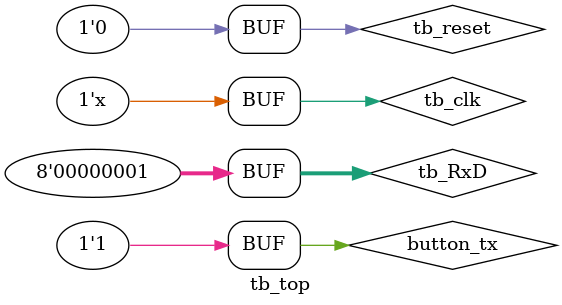
<source format=v>

`timescale	1ns/1ps

module tb_top
(
);
  reg tb_clk, tb_reset;
  reg button_tx;
  reg [7:0] tb_RxD;
  wire tb_done_M;
  wire tb_done_d;
  wire  tb_done_K;
  wire tb_done_L;
  wire tb_done_r;
  wire tb_done_keylen;
  wire tb_done_padding;
  wire tb_done_rx;
  wire tb_done_MD6;
  wire tb_TxD;
  
initial begin
//  $display ("time\t\t  clk reset	 btn 	 rx 	 tx   ");
//  $monitor ("%8g\t\t%b   %b    %b	%b	%b", 
//	  $time, tb_clk, tb_reset, button_tx , tb_RxD , tb_TxD);	        	
  tb_clk             = 1; 
  tb_reset           = 1;
  button_tx 		 = 0;
  #700   tb_reset    = 0;
  
// message arrival
  #0	    tb_RxD   = 1;
  
  //1: 61
  #104166   tb_RxD   = 0;  
  
  #104166   tb_RxD   = 1; 
  #104166   tb_RxD   = 0;
  #104166   tb_RxD   = 0;
  #104166   tb_RxD   = 0;
  #104166   tb_RxD   = 0;
  #104166   tb_RxD   = 1;
  #104166   tb_RxD   = 1;
  #104166   tb_RxD   = 0;

  #104166   tb_RxD   = 1;

  //2: 62
  #104166   tb_RxD   = 0;  
  
  #104166   tb_RxD   = 0; 
  #104166   tb_RxD   = 1;
  #104166   tb_RxD   = 0;
  #104166   tb_RxD   = 0;
  #104166   tb_RxD   = 0;
  #104166   tb_RxD   = 1;
  #104166   tb_RxD   = 1;
  #104166   tb_RxD   = 0;

  #104166   tb_RxD   = 1;

  //3:	63  
  #104166   tb_RxD   = 0; 
  
  #104166   tb_RxD   = 1;
  #104166   tb_RxD   = 1;
  #104166   tb_RxD   = 0;
  #104166   tb_RxD   = 0;
  #104166   tb_RxD   = 0;
  #104166   tb_RxD   = 1;
  #104166   tb_RxD   = 1;
  #104166   tb_RxD   = 0;
  
  #104166   tb_RxD   = 1;

  //4: 00  
  #104166   tb_RxD   = 0;
  
  #104166   tb_RxD   = 0;
  #104166   tb_RxD   = 0;
  #104166   tb_RxD   = 0;
  #104166   tb_RxD   = 0;
  #104166   tb_RxD   = 0;
  #104166   tb_RxD   = 0;
  #104166   tb_RxD   = 0;
  #104166   tb_RxD   = 0;
  
  #104166   tb_RxD   = 1;
 
  //5: 00  
  #104166   tb_RxD   = 0;
  
  #104166   tb_RxD   = 0;
  #104166   tb_RxD   = 0;
  #104166   tb_RxD   = 0;
  #104166   tb_RxD   = 0;
  #104166   tb_RxD   = 0;
  #104166   tb_RxD   = 0;
  #104166   tb_RxD   = 0;
  #104166   tb_RxD   = 0;
  
  #104166   tb_RxD   = 1;
 
  //6: 00  
  #104166   tb_RxD   = 0;
  
  #104166   tb_RxD   = 0;
  #104166   tb_RxD   = 0;
  #104166   tb_RxD   = 0;
  #104166   tb_RxD   = 0;
  #104166   tb_RxD   = 0;
  #104166   tb_RxD   = 0;
  #104166   tb_RxD   = 0;
  #104166   tb_RxD   = 0;
  
  #104166   tb_RxD   = 1;
 
  //7: 00  
  #104166   tb_RxD   = 0;
  
  #104166   tb_RxD   = 0;
  #104166   tb_RxD   = 0;
  #104166   tb_RxD   = 0;
  #104166   tb_RxD   = 0;
  #104166   tb_RxD   = 0;
  #104166   tb_RxD   = 0;
  #104166   tb_RxD   = 0;
  #104166   tb_RxD   = 0;
  
  #104166   tb_RxD   = 1;

  //8: 00
  #104166   tb_RxD   = 0;
  
  #104166   tb_RxD   = 0;
  #104166   tb_RxD   = 0;
  #104166   tb_RxD   = 0;
  #104166   tb_RxD   = 0;
  #104166   tb_RxD   = 0;
  #104166   tb_RxD   = 0;
  #104166   tb_RxD   = 0;
  #104166   tb_RxD   = 0;
  
  #104166   tb_RxD   = 1;
  
  //9: 00
  #104166   tb_RxD   = 0;
  
  #104166   tb_RxD   = 0;
  #104166   tb_RxD   = 0;
  #104166   tb_RxD   = 0;
  #104166   tb_RxD   = 0;
  #104166   tb_RxD   = 0;
  #104166   tb_RxD   = 0;
  #104166   tb_RxD   = 0;
  #104166   tb_RxD   = 0;
  
  #104166   tb_RxD   = 1;

  //10: 00  
  #104166   tb_RxD   = 0;
  
  #104166   tb_RxD   = 0;
  #104166   tb_RxD   = 0;
  #104166   tb_RxD   = 0;
  #104166   tb_RxD   = 0;
  #104166   tb_RxD   = 0;
  #104166   tb_RxD   = 0;
  #104166   tb_RxD   = 0;
  #104166   tb_RxD   = 0;
  
  #104166   tb_RxD   = 1;
 
  //11: 00  
  #104166   tb_RxD   = 0;
  
  #104166   tb_RxD   = 0;
  #104166   tb_RxD   = 0;
  #104166   tb_RxD   = 0;
  #104166   tb_RxD   = 0;
  #104166   tb_RxD   = 0;
  #104166   tb_RxD   = 0;
  #104166   tb_RxD   = 0;
  #104166   tb_RxD   = 0;
  
  #104166   tb_RxD   = 1;
 
  //12: "55"  
  #104166   tb_RxD   = 0;
  
  #104166   tb_RxD   = 0;
  #104166   tb_RxD   = 0;
  #104166   tb_RxD   = 0;
  #104166   tb_RxD   = 0;
  #104166   tb_RxD   = 0;
  #104166   tb_RxD   = 0;
  #104166   tb_RxD   = 0;
  #104166   tb_RxD   = 0;
  
  #104166   tb_RxD   = 1;
 
  //13: "66"  
  #104166   tb_RxD   = 0;
  
  #104166   tb_RxD   = 0;
  #104166   tb_RxD   = 0;
  #104166   tb_RxD   = 0;
  #104166   tb_RxD   = 0;
  #104166   tb_RxD   = 0;
  #104166   tb_RxD   = 0;
  #104166   tb_RxD   = 0;
  #104166   tb_RxD   = 0;
  
  #104166   tb_RxD   = 1;
 
  //14: "77"  
  #104166   tb_RxD   = 0;
  
  #104166   tb_RxD   = 0;
  #104166   tb_RxD   = 0;
  #104166   tb_RxD   = 0;
  #104166   tb_RxD   = 0;
  #104166   tb_RxD   = 0;
  #104166   tb_RxD   = 0;
  #104166   tb_RxD   = 0;
  #104166   tb_RxD   = 0;
  
  #104166   tb_RxD   = 1;

  //15 "11"
  #104166   tb_RxD   = 0;
  
  #104166   tb_RxD   = 0;
  #104166   tb_RxD   = 0;
  #104166   tb_RxD   = 0;
  #104166   tb_RxD   = 0;
  #104166   tb_RxD   = 0;
  #104166   tb_RxD   = 0;
  #104166   tb_RxD   = 0;
  #104166   tb_RxD   = 0;
  
  #104166   tb_RxD   = 1;
  
  //16: "22"
  #104166   tb_RxD   = 0;
  
  #104166   tb_RxD   = 0;
  #104166   tb_RxD   = 0;
  #104166   tb_RxD   = 0;
  #104166   tb_RxD   = 0;
  #104166   tb_RxD   = 0;
  #104166   tb_RxD   = 0;
  #104166   tb_RxD   = 0;
  #104166   tb_RxD   = 0;
  
  #104166   tb_RxD   = 1;

  //17: "33" - 13  
  #104166   tb_RxD   = 0;
  
  #104166   tb_RxD   = 0;
  #104166   tb_RxD   = 0;
  #104166   tb_RxD   = 0;
  #104166   tb_RxD   = 0;
  #104166   tb_RxD   = 0;
  #104166   tb_RxD   = 0;
  #104166   tb_RxD   = 0;
  #104166   tb_RxD   = 0;
  
  #104166   tb_RxD   = 1;
 
  //18: "44"  
  #104166   tb_RxD   = 0;
  
  #104166   tb_RxD   = 0;
  #104166   tb_RxD   = 0;
  #104166   tb_RxD   = 0;
  #104166   tb_RxD   = 0;
  #104166   tb_RxD   = 0;
  #104166   tb_RxD   = 0;
  #104166   tb_RxD   = 0;
  #104166   tb_RxD   = 0;
  
  #104166   tb_RxD   = 1;
 
  //19: "55"  
  #104166   tb_RxD   = 0;
  
  #104166   tb_RxD   = 0;
  #104166   tb_RxD   = 0;
  #104166   tb_RxD   = 0;
  #104166   tb_RxD   = 0;
  #104166   tb_RxD   = 0;
  #104166   tb_RxD   = 0;
  #104166   tb_RxD   = 0;
  #104166   tb_RxD   = 0;
  
  #104166   tb_RxD   = 1;
 
  //20: "66"  
  #104166   tb_RxD   = 0;
  
  #104166   tb_RxD   = 0;
  #104166   tb_RxD   = 0;
  #104166   tb_RxD   = 0;
  #104166   tb_RxD   = 0;
  #104166   tb_RxD   = 0;
  #104166   tb_RxD   = 0;
  #104166   tb_RxD   = 0;
  #104166   tb_RxD   = 0;
  
  #104166   tb_RxD   = 1;
 
  //21: "77"  
  #104166   tb_RxD   = 0;
  
  #104166   tb_RxD   = 0;
  #104166   tb_RxD   = 0;
  #104166   tb_RxD   = 0;
  #104166   tb_RxD   = 0;
  #104166   tb_RxD   = 0;
  #104166   tb_RxD   = 0;
  #104166   tb_RxD   = 0;
  #104166   tb_RxD   = 0;
  
  #104166   tb_RxD   = 1;

  //22: "11"
  #104166   tb_RxD   = 0;
  
  #104166   tb_RxD   = 0;
  #104166   tb_RxD   = 0;
  #104166   tb_RxD   = 0;
  #104166   tb_RxD   = 0;
  #104166   tb_RxD   = 0;
  #104166   tb_RxD   = 0;
  #104166   tb_RxD   = 0;
  #104166   tb_RxD   = 0;
  
  #104166   tb_RxD   = 1;
  
  //23: "22"
  #104166   tb_RxD   = 0;
  
  #104166   tb_RxD   = 0;
  #104166   tb_RxD   = 0;
  #104166   tb_RxD   = 0;
  #104166   tb_RxD   = 0;
  #104166   tb_RxD   = 0;
  #104166   tb_RxD   = 0;
  #104166   tb_RxD   = 0;
  #104166   tb_RxD   = 0;
  
  #104166   tb_RxD   = 1;

  //24: "33"  
  #104166   tb_RxD   = 0;
  
  #104166   tb_RxD   = 0;
  #104166   tb_RxD   = 0;
  #104166   tb_RxD   = 0;
  #104166   tb_RxD   = 0;
  #104166   tb_RxD   = 0;
  #104166   tb_RxD   = 0;
  #104166   tb_RxD   = 0;
  #104166   tb_RxD   = 0;
  
  #104166   tb_RxD   = 1;
 
  //25: "44" - 14  
  #104166   tb_RxD   = 0;
  
  #104166   tb_RxD   = 0;
  #104166   tb_RxD   = 0;
  #104166   tb_RxD   = 0;
  #104166   tb_RxD   = 0;
  #104166   tb_RxD   = 0;
  #104166   tb_RxD   = 0;
  #104166   tb_RxD   = 0;
  #104166   tb_RxD   = 0;
  
  #104166   tb_RxD   = 1;
 
  //26: "55"  
  #104166   tb_RxD   = 0;
  
  #104166   tb_RxD   = 0;
  #104166   tb_RxD   = 0;
  #104166   tb_RxD   = 0;
  #104166   tb_RxD   = 0;
  #104166   tb_RxD   = 0;
  #104166   tb_RxD   = 0;
  #104166   tb_RxD   = 0;
  #104166   tb_RxD   = 0;
  
  #104166   tb_RxD   = 1;
 
  //27: "66"  
  #104166   tb_RxD   = 0;
  
  #104166   tb_RxD   = 0;
  #104166   tb_RxD   = 0;
  #104166   tb_RxD   = 0;
  #104166   tb_RxD   = 0;
  #104166   tb_RxD   = 0;
  #104166   tb_RxD   = 0;
  #104166   tb_RxD   = 0;
  #104166   tb_RxD   = 0;
  
  #104166   tb_RxD   = 1;
 
  //28: "77"  
   #104166   tb_RxD   = 0;
  
  #104166   tb_RxD   = 0;
  #104166   tb_RxD   = 0;
  #104166   tb_RxD   = 0;
  #104166   tb_RxD   = 0;
  #104166   tb_RxD   = 0;
  #104166   tb_RxD   = 0;
  #104166   tb_RxD   = 0;
  #104166   tb_RxD   = 0;
  
  #104166   tb_RxD   = 1;

  //29: "11"
  #104166   tb_RxD   = 0;
  
  #104166   tb_RxD   = 0;
  #104166   tb_RxD   = 0;
  #104166   tb_RxD   = 0;
  #104166   tb_RxD   = 0;
  #104166   tb_RxD   = 0;
  #104166   tb_RxD   = 0;
  #104166   tb_RxD   = 0;
  #104166   tb_RxD   = 0;
  
  #104166   tb_RxD   = 1;
  
  //30 "22"
  #104166   tb_RxD   = 0;
  
  #104166   tb_RxD   = 0;
  #104166   tb_RxD   = 0;
  #104166   tb_RxD   = 0;
  #104166   tb_RxD   = 0;
  #104166   tb_RxD   = 0;
  #104166   tb_RxD   = 0;
  #104166   tb_RxD   = 0;
  #104166   tb_RxD   = 0;
  
  #104166   tb_RxD   = 1;

  //31: "33"  
  #104166   tb_RxD   = 0;
  
  #104166   tb_RxD   = 0;
  #104166   tb_RxD   = 0;
  #104166   tb_RxD   = 0;
  #104166   tb_RxD   = 0;
  #104166   tb_RxD   = 0;
  #104166   tb_RxD   = 0;
  #104166   tb_RxD   = 0;
  #104166   tb_RxD   = 0;
  
  #104166   tb_RxD   = 1;
 
  //32: "44"  
  #104166   tb_RxD   = 0;
  
  #104166   tb_RxD   = 0;
  #104166   tb_RxD   = 0;
  #104166   tb_RxD   = 0;
  #104166   tb_RxD   = 0;
  #104166   tb_RxD   = 0;
  #104166   tb_RxD   = 0;
  #104166   tb_RxD   = 0;
  #104166   tb_RxD   = 0;
  
  #104166   tb_RxD   = 1;
 
  //33: "55" - 15  
  #104166   tb_RxD   = 0;
  
  #104166   tb_RxD   = 0;
  #104166   tb_RxD   = 0;
  #104166   tb_RxD   = 0;
  #104166   tb_RxD   = 0;
  #104166   tb_RxD   = 0;
  #104166   tb_RxD   = 0;
  #104166   tb_RxD   = 0;
  #104166   tb_RxD   = 0;
  
  #104166   tb_RxD   = 1;
 
  //34: "66"  
  #104166   tb_RxD   = 0;
  
  #104166   tb_RxD   = 0;
  #104166   tb_RxD   = 0;
  #104166   tb_RxD   = 0;
  #104166   tb_RxD   = 0;
  #104166   tb_RxD   = 0;
  #104166   tb_RxD   = 0;
  #104166   tb_RxD   = 0;
  #104166   tb_RxD   = 0;
  
  #104166   tb_RxD   = 1;
 
  //35: "77"  
  #104166   tb_RxD   = 0;
  
  #104166   tb_RxD   = 0;
  #104166   tb_RxD   = 0;
  #104166   tb_RxD   = 0;
  #104166   tb_RxD   = 0;
  #104166   tb_RxD   = 0;
  #104166   tb_RxD   = 0;
  #104166   tb_RxD   = 0;
  #104166   tb_RxD   = 0;
  
  #104166   tb_RxD   = 1;

  //36: "11"
  #104166   tb_RxD   = 0;
  
  #104166   tb_RxD   = 0;
  #104166   tb_RxD   = 0;
  #104166   tb_RxD   = 0;
  #104166   tb_RxD   = 0;
  #104166   tb_RxD   = 0;
  #104166   tb_RxD   = 0;
  #104166   tb_RxD   = 0;
  #104166   tb_RxD   = 0;
  
  #104166   tb_RxD   = 1;
  
  //37: "22"
  #104166   tb_RxD   = 0;
  
  #104166   tb_RxD   = 0;
  #104166   tb_RxD   = 0;
  #104166   tb_RxD   = 0;
  #104166   tb_RxD   = 0;
  #104166   tb_RxD   = 0;
  #104166   tb_RxD   = 0;
  #104166   tb_RxD   = 0;
  #104166   tb_RxD   = 0;
  
  #104166   tb_RxD   = 1;

  //38: "33"  
  #104166   tb_RxD   = 0;
  
  #104166   tb_RxD   = 0;
  #104166   tb_RxD   = 0;
  #104166   tb_RxD   = 0;
  #104166   tb_RxD   = 0;
  #104166   tb_RxD   = 0;
  #104166   tb_RxD   = 0;
  #104166   tb_RxD   = 0;
  #104166   tb_RxD   = 0;
  
  #104166   tb_RxD   = 1;
 
  //39: "44"  
  #104166   tb_RxD   = 0;
  
  #104166   tb_RxD   = 0;
  #104166   tb_RxD   = 0;
  #104166   tb_RxD   = 0;
  #104166   tb_RxD   = 0;
  #104166   tb_RxD   = 0;
  #104166   tb_RxD   = 0;
  #104166   tb_RxD   = 0;
  #104166   tb_RxD   = 0;
  
  #104166   tb_RxD   = 1;
 
  //40: "55"  
  #104166   tb_RxD   = 0;
  
  #104166   tb_RxD   = 0;
  #104166   tb_RxD   = 0;
  #104166   tb_RxD   = 0;
  #104166   tb_RxD   = 0;
  #104166   tb_RxD   = 0;
  #104166   tb_RxD   = 0;
  #104166   tb_RxD   = 0;
  #104166   tb_RxD   = 0;
  
  #104166   tb_RxD   = 1;
 
  //41: "66" - 16  
  #104166   tb_RxD   = 0;
  
  #104166   tb_RxD   = 0;
  #104166   tb_RxD   = 0;
  #104166   tb_RxD   = 0;
  #104166   tb_RxD   = 0;
  #104166   tb_RxD   = 0;
  #104166   tb_RxD   = 0;
  #104166   tb_RxD   = 0;
  #104166   tb_RxD   = 0;
  
  #104166   tb_RxD   = 1;
 
  //42: "77"  
  #104166   tb_RxD   = 0;
  
  #104166   tb_RxD   = 0;
  #104166   tb_RxD   = 0;
  #104166   tb_RxD   = 0;
  #104166   tb_RxD   = 0;
  #104166   tb_RxD   = 0;
  #104166   tb_RxD   = 0;
  #104166   tb_RxD   = 0;
  #104166   tb_RxD   = 0;
  
  #104166   tb_RxD   = 1;
 
  //43: "11"
  #104166   tb_RxD   = 0;
  
  #104166   tb_RxD   = 0;
  #104166   tb_RxD   = 0;
  #104166   tb_RxD   = 0;
  #104166   tb_RxD   = 0;
  #104166   tb_RxD   = 0;
  #104166   tb_RxD   = 0;
  #104166   tb_RxD   = 0;
  #104166   tb_RxD   = 0;
  
  #104166   tb_RxD   = 1;
  
  //44: "22"
  #104166   tb_RxD   = 0;
  
  #104166   tb_RxD   = 0;
  #104166   tb_RxD   = 0;
  #104166   tb_RxD   = 0;
  #104166   tb_RxD   = 0;
  #104166   tb_RxD   = 0;
  #104166   tb_RxD   = 0;
  #104166   tb_RxD   = 0;
  #104166   tb_RxD   = 0;
  
  #104166   tb_RxD   = 1;

  //45: "33"  
  #104166   tb_RxD   = 0;
  
  #104166   tb_RxD   = 0;
  #104166   tb_RxD   = 0;
  #104166   tb_RxD   = 0;
  #104166   tb_RxD   = 0;
  #104166   tb_RxD   = 0;
  #104166   tb_RxD   = 0;
  #104166   tb_RxD   = 0;
  #104166   tb_RxD   = 0;
  
  #104166   tb_RxD   = 1;
 
  //46: "44"  
  #104166   tb_RxD   = 0;
  
  #104166   tb_RxD   = 0;
  #104166   tb_RxD   = 0;
  #104166   tb_RxD   = 0;
  #104166   tb_RxD   = 0;
  #104166   tb_RxD   = 0;
  #104166   tb_RxD   = 0;
  #104166   tb_RxD   = 0;
  #104166   tb_RxD   = 0;
  
  #104166   tb_RxD   = 1;
 
  //47: "55"  
  #104166   tb_RxD   = 0;
  
  #104166   tb_RxD   = 0;
  #104166   tb_RxD   = 0;
  #104166   tb_RxD   = 0;
  #104166   tb_RxD   = 0;
  #104166   tb_RxD   = 0;
  #104166   tb_RxD   = 0;
  #104166   tb_RxD   = 0;
  #104166   tb_RxD   = 0;
  
  #104166   tb_RxD   = 1;
 
  //48: "66"  
  #104166   tb_RxD   = 0;
  
  #104166   tb_RxD   = 0;
  #104166   tb_RxD   = 0;
  #104166   tb_RxD   = 0;
  #104166   tb_RxD   = 0;
  #104166   tb_RxD   = 0;
  #104166   tb_RxD   = 0;
  #104166   tb_RxD   = 0;
  #104166   tb_RxD   = 0;
  
  #104166   tb_RxD   = 1;
 
  //49: "77" - 17  
  #104166   tb_RxD   = 0;
  
  #104166   tb_RxD   = 0;
  #104166   tb_RxD   = 0;
  #104166   tb_RxD   = 0;
  #104166   tb_RxD   = 0;
  #104166   tb_RxD   = 0;
  #104166   tb_RxD   = 0;
  #104166   tb_RxD   = 0;
  #104166   tb_RxD   = 0;
  
  #104166   tb_RxD   = 1;

  //50: "11"
  #104166   tb_RxD   = 0;
  
  #104166   tb_RxD   = 0;
  #104166   tb_RxD   = 0;
  #104166   tb_RxD   = 0;
  #104166   tb_RxD   = 0;
  #104166   tb_RxD   = 0;
  #104166   tb_RxD   = 0;
  #104166   tb_RxD   = 0;
  #104166   tb_RxD   = 0;
  
  #104166   tb_RxD   = 1;
  
  //51: "22"
  #104166   tb_RxD   = 0;
  
  #104166   tb_RxD   = 0;
  #104166   tb_RxD   = 0;
  #104166   tb_RxD   = 0;
  #104166   tb_RxD   = 0;
  #104166   tb_RxD   = 0;
  #104166   tb_RxD   = 0;
  #104166   tb_RxD   = 0;
  #104166   tb_RxD   = 0;
  
  #104166   tb_RxD   = 1;

  //52: "33"  
  #104166   tb_RxD   = 0;
  
  #104166   tb_RxD   = 0;
  #104166   tb_RxD   = 0;
  #104166   tb_RxD   = 0;
  #104166   tb_RxD   = 0;
  #104166   tb_RxD   = 0;
  #104166   tb_RxD   = 0;
  #104166   tb_RxD   = 0;
  #104166   tb_RxD   = 0;
  
  #104166   tb_RxD   = 1;
 
  //53: "44"  
  #104166   tb_RxD   = 0;
  
  #104166   tb_RxD   = 0;
  #104166   tb_RxD   = 0;
  #104166   tb_RxD   = 0;
  #104166   tb_RxD   = 0;
  #104166   tb_RxD   = 0;
  #104166   tb_RxD   = 0;
  #104166   tb_RxD   = 0;
  #104166   tb_RxD   = 0;
  
  #104166   tb_RxD   = 1;
 
  //54: "55"  
  #104166   tb_RxD   = 0;
  
  #104166   tb_RxD   = 0;
  #104166   tb_RxD   = 0;
  #104166   tb_RxD   = 0;
  #104166   tb_RxD   = 0;
  #104166   tb_RxD   = 0;
  #104166   tb_RxD   = 0;
  #104166   tb_RxD   = 0;
  #104166   tb_RxD   = 0;
  
  #104166   tb_RxD   = 1;
 
  //55: "66"  
  #104166   tb_RxD   = 0;
  
  #104166   tb_RxD   = 0;
  #104166   tb_RxD   = 0;
  #104166   tb_RxD   = 0;
  #104166   tb_RxD   = 0;
  #104166   tb_RxD   = 0;
  #104166   tb_RxD   = 0;
  #104166   tb_RxD   = 0;
  #104166   tb_RxD   = 0;
  
  #104166   tb_RxD   = 1;
 
  //56: "77"  
  #104166   tb_RxD   = 0;
  
  #104166   tb_RxD   = 0;
  #104166   tb_RxD   = 0;
  #104166   tb_RxD   = 0;
  #104166   tb_RxD   = 0;
  #104166   tb_RxD   = 0;
  #104166   tb_RxD   = 0;
  #104166   tb_RxD   = 0;
  #104166   tb_RxD   = 0;
  
  #104166   tb_RxD   = 1;
 
  //57: "11" - 21
  #104166   tb_RxD   = 0;
  
  #104166   tb_RxD   = 0;
  #104166   tb_RxD   = 0;
  #104166   tb_RxD   = 0;
  #104166   tb_RxD   = 0;
  #104166   tb_RxD   = 0;
  #104166   tb_RxD   = 0;
  #104166   tb_RxD   = 0;
  #104166   tb_RxD   = 0;
  
  #104166   tb_RxD   = 1;
  
  //58: "22"
  #104166   tb_RxD   = 0;
  
  #104166   tb_RxD   = 0;
  #104166   tb_RxD   = 0;
  #104166   tb_RxD   = 0;
  #104166   tb_RxD   = 0;
  #104166   tb_RxD   = 0;
  #104166   tb_RxD   = 0;
  #104166   tb_RxD   = 0;
  #104166   tb_RxD   = 0;
  
  #104166   tb_RxD   = 1;

  //59: "33"  
  #104166   tb_RxD   = 0;
  
  #104166   tb_RxD   = 0;
  #104166   tb_RxD   = 0;
  #104166   tb_RxD   = 0;
  #104166   tb_RxD   = 0;
  #104166   tb_RxD   = 0;
  #104166   tb_RxD   = 0;
  #104166   tb_RxD   = 0;
  #104166   tb_RxD   = 0;
  
  #104166   tb_RxD   = 1;
 
  //60: "44"  
  #104166   tb_RxD   = 0;
  
  #104166   tb_RxD   = 0;
  #104166   tb_RxD   = 0;
  #104166   tb_RxD   = 0;
  #104166   tb_RxD   = 0;
  #104166   tb_RxD   = 0;
  #104166   tb_RxD   = 0;
  #104166   tb_RxD   = 0;
  #104166   tb_RxD   = 0;
  
  #104166   tb_RxD   = 1;
 
  //61: "55"  
  #104166   tb_RxD   = 0;
  
  #104166   tb_RxD   = 0;
  #104166   tb_RxD   = 0;
  #104166   tb_RxD   = 0;
  #104166   tb_RxD   = 0;
  #104166   tb_RxD   = 0;
  #104166   tb_RxD   = 0;
  #104166   tb_RxD   = 0;
  #104166   tb_RxD   = 0;
  
  #104166   tb_RxD   = 1;
 
  //62: "66"  
  #104166   tb_RxD   = 0;
  
  #104166   tb_RxD   = 0;
  #104166   tb_RxD   = 0;
  #104166   tb_RxD   = 0;
  #104166   tb_RxD   = 0;
  #104166   tb_RxD   = 0;
  #104166   tb_RxD   = 0;
  #104166   tb_RxD   = 0;
  #104166   tb_RxD   = 0;
  
  #104166   tb_RxD   = 1;
 
  //63: "77"  
  #104166   tb_RxD   = 0;
  
  #104166   tb_RxD   = 0;
  #104166   tb_RxD   = 0;
  #104166   tb_RxD   = 0;
  #104166   tb_RxD   = 0;
  #104166   tb_RxD   = 0;
  #104166   tb_RxD   = 0;
  #104166   tb_RxD   = 0;
  #104166   tb_RxD   = 0;
  
  #104166   tb_RxD   = 1;

  //64: "11"
  #104166   tb_RxD   = 0;
  
  #104166   tb_RxD   = 0;
  #104166   tb_RxD   = 0;
  #104166   tb_RxD   = 0;
  #104166   tb_RxD   = 0;
  #104166   tb_RxD   = 0;
  #104166   tb_RxD   = 0;
  #104166   tb_RxD   = 0;
  #104166   tb_RxD   = 0;
  
  #104166   tb_RxD   = 1;
  
  //65: "22" - 22
  #104166   tb_RxD   = 0;
  
  #104166   tb_RxD   = 0;
  #104166   tb_RxD   = 0;
  #104166   tb_RxD   = 0;
  #104166   tb_RxD   = 0;
  #104166   tb_RxD   = 0;
  #104166   tb_RxD   = 0;
  #104166   tb_RxD   = 0;
  #104166   tb_RxD   = 0;
  
  #104166   tb_RxD   = 1;

  //66: "33"  
  #104166   tb_RxD   = 0;
  
  #104166   tb_RxD   = 0;
  #104166   tb_RxD   = 0;
  #104166   tb_RxD   = 0;
  #104166   tb_RxD   = 0;
  #104166   tb_RxD   = 0;
  #104166   tb_RxD   = 0;
  #104166   tb_RxD   = 0;
  #104166   tb_RxD   = 0;
  
  #104166   tb_RxD   = 1;
 
  //67: "44"  
  #104166   tb_RxD   = 0;
  
  #104166   tb_RxD   = 0;
  #104166   tb_RxD   = 0;
  #104166   tb_RxD   = 0;
  #104166   tb_RxD   = 0;
  #104166   tb_RxD   = 0;
  #104166   tb_RxD   = 0;
  #104166   tb_RxD   = 0;
  #104166   tb_RxD   = 0;
  
  #104166   tb_RxD   = 1;
 
  //68: "55"  
  #104166   tb_RxD   = 0;
  
  #104166   tb_RxD   = 0;
  #104166   tb_RxD   = 0;
  #104166   tb_RxD   = 0;
  #104166   tb_RxD   = 0;
  #104166   tb_RxD   = 0;
  #104166   tb_RxD   = 0;
  #104166   tb_RxD   = 0;
  #104166   tb_RxD   = 0;
  
  #104166   tb_RxD   = 1;
 
  //69: "66"  
  #104166   tb_RxD   = 0;
  
  #104166   tb_RxD   = 0;
  #104166   tb_RxD   = 0;
  #104166   tb_RxD   = 0;
  #104166   tb_RxD   = 0;
  #104166   tb_RxD   = 0;
  #104166   tb_RxD   = 0;
  #104166   tb_RxD   = 0;
  #104166   tb_RxD   = 0;
  
  #104166   tb_RxD   = 1;
 
  //70: "77"  
  #104166   tb_RxD   = 0;
  
  #104166   tb_RxD   = 0;
  #104166   tb_RxD   = 0;
  #104166   tb_RxD   = 0;
  #104166   tb_RxD   = 0;
  #104166   tb_RxD   = 0;
  #104166   tb_RxD   = 0;
  #104166   tb_RxD   = 0;
  #104166   tb_RxD   = 0;
  
  #104166   tb_RxD   = 1;
 
  //71: "11"
  #104166   tb_RxD   = 0;
  
  #104166   tb_RxD   = 0;
  #104166   tb_RxD   = 0;
  #104166   tb_RxD   = 0;
  #104166   tb_RxD   = 0;
  #104166   tb_RxD   = 0;
  #104166   tb_RxD   = 0;
  #104166   tb_RxD   = 0;
  #104166   tb_RxD   = 0;
  
  #104166   tb_RxD   = 1;
  
  //72: "22"
  #104166   tb_RxD   = 0;
  
  #104166   tb_RxD   = 0;
  #104166   tb_RxD   = 0;
  #104166   tb_RxD   = 0;
  #104166   tb_RxD   = 0;
  #104166   tb_RxD   = 0;
  #104166   tb_RxD   = 0;
  #104166   tb_RxD   = 0;
  #104166   tb_RxD   = 0;
  
  #104166   tb_RxD   = 1;

  //73: "33" - 23  
  #104166   tb_RxD   = 0;
  
  #104166   tb_RxD   = 0;
  #104166   tb_RxD   = 0;
  #104166   tb_RxD   = 0;
  #104166   tb_RxD   = 0;
  #104166   tb_RxD   = 0;
  #104166   tb_RxD   = 0;
  #104166   tb_RxD   = 0;
  #104166   tb_RxD   = 0;
  
  #104166   tb_RxD   = 1;
 
  //74: "44"  
  #104166   tb_RxD   = 0;
  
  #104166   tb_RxD   = 0;
  #104166   tb_RxD   = 0;
  #104166   tb_RxD   = 0;
  #104166   tb_RxD   = 0;
  #104166   tb_RxD   = 0;
  #104166   tb_RxD   = 0;
  #104166   tb_RxD   = 0;
  #104166   tb_RxD   = 0;
  
  #104166   tb_RxD   = 1;
 
  //75: "55"  
  #104166   tb_RxD   = 0;
  
  #104166   tb_RxD   = 0;
  #104166   tb_RxD   = 0;
  #104166   tb_RxD   = 0;
  #104166   tb_RxD   = 0;
  #104166   tb_RxD   = 0;
  #104166   tb_RxD   = 0;
  #104166   tb_RxD   = 0;
  #104166   tb_RxD   = 0;
  
  #104166   tb_RxD   = 1;
 
  //76: "66"  
  #104166   tb_RxD   = 0;
  
  #104166   tb_RxD   = 0;
  #104166   tb_RxD   = 0;
  #104166   tb_RxD   = 0;
  #104166   tb_RxD   = 0;
  #104166   tb_RxD   = 0;
  #104166   tb_RxD   = 0;
  #104166   tb_RxD   = 0;
  #104166   tb_RxD   = 0;
  
  #104166   tb_RxD   = 1;
 
  //77: "77"  
  #104166   tb_RxD   = 0;
  
  #104166   tb_RxD   = 0;
  #104166   tb_RxD   = 0;
  #104166   tb_RxD   = 0;
  #104166   tb_RxD   = 0;
  #104166   tb_RxD   = 0;
  #104166   tb_RxD   = 0;
  #104166   tb_RxD   = 0;
  #104166   tb_RxD   = 0;
  
  #104166   tb_RxD   = 1;

  //78: "11"
  #104166   tb_RxD   = 0;
  
  #104166   tb_RxD   = 0;
  #104166   tb_RxD   = 0;
  #104166   tb_RxD   = 0;
  #104166   tb_RxD   = 0;
  #104166   tb_RxD   = 0;
  #104166   tb_RxD   = 0;
  #104166   tb_RxD   = 0;
  #104166   tb_RxD   = 0;
  
  #104166   tb_RxD   = 1;
  
  //79: "22" 
  #104166   tb_RxD   = 0;
  
  #104166   tb_RxD   = 0;
  #104166   tb_RxD   = 0;
  #104166   tb_RxD   = 0;
  #104166   tb_RxD   = 0;
  #104166   tb_RxD   = 0;
  #104166   tb_RxD   = 0;
  #104166   tb_RxD   = 0;
  #104166   tb_RxD   = 0;
  
  #104166   tb_RxD   = 1;

  //80: "33"  
  #104166   tb_RxD   = 0;
  
  #104166   tb_RxD   = 0;
  #104166   tb_RxD   = 0;
  #104166   tb_RxD   = 0;
  #104166   tb_RxD   = 0;
  #104166   tb_RxD   = 0;
  #104166   tb_RxD   = 0;
  #104166   tb_RxD   = 0;
  #104166   tb_RxD   = 0;
  
  #104166   tb_RxD   = 1;
 
  //81: "44" - 24 
  #104166   tb_RxD   = 0;
  
  #104166   tb_RxD   = 0;
  #104166   tb_RxD   = 0;
  #104166   tb_RxD   = 0;
  #104166   tb_RxD   = 0;
  #104166   tb_RxD   = 0;
  #104166   tb_RxD   = 0;
  #104166   tb_RxD   = 0;
  #104166   tb_RxD   = 0;
  
  #104166   tb_RxD   = 1;
 
  //82: "55"  
  #104166   tb_RxD   = 0;
  
  #104166   tb_RxD   = 0;
  #104166   tb_RxD   = 0;
  #104166   tb_RxD   = 0;
  #104166   tb_RxD   = 0;
  #104166   tb_RxD   = 0;
  #104166   tb_RxD   = 0;
  #104166   tb_RxD   = 0;
  #104166   tb_RxD   = 0;
  
  #104166   tb_RxD   = 1;
 
  //83: "66"  
  #104166   tb_RxD   = 0;
  
  #104166   tb_RxD   = 0;
  #104166   tb_RxD   = 0;
  #104166   tb_RxD   = 0;
  #104166   tb_RxD   = 0;
  #104166   tb_RxD   = 0;
  #104166   tb_RxD   = 0;
  #104166   tb_RxD   = 0;
  #104166   tb_RxD   = 0;
  
  #104166   tb_RxD   = 1;
 
  //84: "77"  
  #104166   tb_RxD   = 0;
  
  #104166   tb_RxD   = 0;
  #104166   tb_RxD   = 0;
  #104166   tb_RxD   = 0;
  #104166   tb_RxD   = 0;
  #104166   tb_RxD   = 0;
  #104166   tb_RxD   = 0;
  #104166   tb_RxD   = 0;
  #104166   tb_RxD   = 0;
  
  #104166   tb_RxD   = 1;
 
  //85: "11"
  #104166   tb_RxD   = 0;
  
  #104166   tb_RxD   = 0;
  #104166   tb_RxD   = 0;
  #104166   tb_RxD   = 0;
  #104166   tb_RxD   = 0;
  #104166   tb_RxD   = 0;
  #104166   tb_RxD   = 0;
  #104166   tb_RxD   = 0;
  #104166   tb_RxD   = 0;
  
  #104166   tb_RxD   = 1;
  
  //86: "22"
  #104166   tb_RxD   = 0;
  
  #104166   tb_RxD   = 0;
  #104166   tb_RxD   = 0;
  #104166   tb_RxD   = 0;
  #104166   tb_RxD   = 0;
  #104166   tb_RxD   = 0;
  #104166   tb_RxD   = 0;
  #104166   tb_RxD   = 0;
  #104166   tb_RxD   = 0;
  
  #104166   tb_RxD   = 1;

  //87: "33"  
  #104166   tb_RxD   = 0;
  
  #104166   tb_RxD   = 0;
  #104166   tb_RxD   = 0;
  #104166   tb_RxD   = 0;
  #104166   tb_RxD   = 0;
  #104166   tb_RxD   = 0;
  #104166   tb_RxD   = 0;
  #104166   tb_RxD   = 0;
  #104166   tb_RxD   = 0;
  
  #104166   tb_RxD   = 1;
 
  //88: "44"  
  #104166   tb_RxD   = 0;
  
  #104166   tb_RxD   = 0;
  #104166   tb_RxD   = 0;
  #104166   tb_RxD   = 0;
  #104166   tb_RxD   = 0;
  #104166   tb_RxD   = 0;
  #104166   tb_RxD   = 0;
  #104166   tb_RxD   = 0;
  #104166   tb_RxD   = 0;
  
  #104166   tb_RxD   = 1;
 
  //89: "55" - 25  
  #104166   tb_RxD   = 0;
  
  #104166   tb_RxD   = 0;
  #104166   tb_RxD   = 0;
  #104166   tb_RxD   = 0;
  #104166   tb_RxD   = 0;
  #104166   tb_RxD   = 0;
  #104166   tb_RxD   = 0;
  #104166   tb_RxD   = 0;
  #104166   tb_RxD   = 0;
  
  #104166   tb_RxD   = 1;
 
  //90: "66"  
  #104166   tb_RxD   = 0;
  
  #104166   tb_RxD   = 0;
  #104166   tb_RxD   = 0;
  #104166   tb_RxD   = 0;
  #104166   tb_RxD   = 0;
  #104166   tb_RxD   = 0;
  #104166   tb_RxD   = 0;
  #104166   tb_RxD   = 0;
  #104166   tb_RxD   = 0;
  
  #104166   tb_RxD   = 1;
 
  //91: "77"  
  #104166   tb_RxD   = 0;
  
  #104166   tb_RxD   = 0;
  #104166   tb_RxD   = 0;
  #104166   tb_RxD   = 0;
  #104166   tb_RxD   = 0;
  #104166   tb_RxD   = 0;
  #104166   tb_RxD   = 0;
  #104166   tb_RxD   = 0;
  #104166   tb_RxD   = 0;
  
  #104166   tb_RxD   = 1;

  //92: "11"
  #104166   tb_RxD   = 0;
  
  #104166   tb_RxD   = 0;
  #104166   tb_RxD   = 0;
  #104166   tb_RxD   = 0;
  #104166   tb_RxD   = 0;
  #104166   tb_RxD   = 0;
  #104166   tb_RxD   = 0;
  #104166   tb_RxD   = 0;
  #104166   tb_RxD   = 0;
  
  #104166   tb_RxD   = 1;
  
  //93: "22"
  #104166   tb_RxD   = 0;
  
  #104166   tb_RxD   = 0;
  #104166   tb_RxD   = 0;
  #104166   tb_RxD   = 0;
  #104166   tb_RxD   = 0;
  #104166   tb_RxD   = 0;
  #104166   tb_RxD   = 0;
  #104166   tb_RxD   = 0;
  #104166   tb_RxD   = 0;
  
  #104166   tb_RxD   = 1;

  //94: "33"  
  #104166   tb_RxD   = 0;
  
  #104166   tb_RxD   = 0;
  #104166   tb_RxD   = 0;
  #104166   tb_RxD   = 0;
  #104166   tb_RxD   = 0;
  #104166   tb_RxD   = 0;
  #104166   tb_RxD   = 0;
  #104166   tb_RxD   = 0;
  #104166   tb_RxD   = 0;
  
  #104166   tb_RxD   = 1;
 
  //95: "44"  
  #104166   tb_RxD   = 0;
  
  #104166   tb_RxD   = 0;
  #104166   tb_RxD   = 0;
  #104166   tb_RxD   = 0;
  #104166   tb_RxD   = 0;
  #104166   tb_RxD   = 0;
  #104166   tb_RxD   = 0;
  #104166   tb_RxD   = 0;
  #104166   tb_RxD   = 0;
  
  #104166   tb_RxD   = 1;
 
  //96: "55"  
  #104166   tb_RxD   = 0;
  
  #104166   tb_RxD   = 0;
  #104166   tb_RxD   = 0;
  #104166   tb_RxD   = 0;
  #104166   tb_RxD   = 0;
  #104166   tb_RxD   = 0;
  #104166   tb_RxD   = 0;
  #104166   tb_RxD   = 0;
  #104166   tb_RxD   = 0;
  
  #104166   tb_RxD   = 1;
 
  //97: "66" - 26  
  #104166   tb_RxD   = 0;
  
  #104166   tb_RxD   = 0;
  #104166   tb_RxD   = 0;
  #104166   tb_RxD   = 0;
  #104166   tb_RxD   = 0;
  #104166   tb_RxD   = 0;
  #104166   tb_RxD   = 0;
  #104166   tb_RxD   = 0;
  #104166   tb_RxD   = 0;
  
  #104166   tb_RxD   = 1;
 
  //98: "77"  
  #104166   tb_RxD   = 0;
  
  #104166   tb_RxD   = 0;
  #104166   tb_RxD   = 0;
  #104166   tb_RxD   = 0;
  #104166   tb_RxD   = 0;
  #104166   tb_RxD   = 0;
  #104166   tb_RxD   = 0;
  #104166   tb_RxD   = 0;
  #104166   tb_RxD   = 0;
  
  #104166   tb_RxD   = 1;
 
  //99: "11"
  #104166   tb_RxD   = 0;
  
  #104166   tb_RxD   = 0;
  #104166   tb_RxD   = 0;
  #104166   tb_RxD   = 0;
  #104166   tb_RxD   = 0;
  #104166   tb_RxD   = 0;
  #104166   tb_RxD   = 0;
  #104166   tb_RxD   = 0;
  #104166   tb_RxD   = 0;
  
  #104166   tb_RxD   = 1;
  
  //100: "22"
  #104166   tb_RxD   = 0;
  
  #104166   tb_RxD   = 0;
  #104166   tb_RxD   = 0;
  #104166   tb_RxD   = 0;
  #104166   tb_RxD   = 0;
  #104166   tb_RxD   = 0;
  #104166   tb_RxD   = 0;
  #104166   tb_RxD   = 0;
  #104166   tb_RxD   = 0;
  
  #104166   tb_RxD   = 1;

  //101: "33"  
  #104166   tb_RxD   = 0;
  
  #104166   tb_RxD   = 0;
  #104166   tb_RxD   = 0;
  #104166   tb_RxD   = 0;
  #104166   tb_RxD   = 0;
  #104166   tb_RxD   = 0;
  #104166   tb_RxD   = 0;
  #104166   tb_RxD   = 0;
  #104166   tb_RxD   = 0;
  
  #104166   tb_RxD   = 1;
 
  //102: "44"  
  #104166   tb_RxD   = 0;
  
  #104166   tb_RxD   = 0;
  #104166   tb_RxD   = 0;
  #104166   tb_RxD   = 0;
  #104166   tb_RxD   = 0;
  #104166   tb_RxD   = 0;
  #104166   tb_RxD   = 0;
  #104166   tb_RxD   = 0;
  #104166   tb_RxD   = 0;
  
  #104166   tb_RxD   = 1;
 
  //103: "55"  
  #104166   tb_RxD   = 0;
  
  #104166   tb_RxD   = 0;
  #104166   tb_RxD   = 0;
  #104166   tb_RxD   = 0;
  #104166   tb_RxD   = 0;
  #104166   tb_RxD   = 0;
  #104166   tb_RxD   = 0;
  #104166   tb_RxD   = 0;
  #104166   tb_RxD   = 0;
  
  #104166   tb_RxD   = 1;
 
  //104: "66"  
  #104166   tb_RxD   = 0;
  
  #104166   tb_RxD   = 0;
  #104166   tb_RxD   = 0;
  #104166   tb_RxD   = 0;
  #104166   tb_RxD   = 0;
  #104166   tb_RxD   = 0;
  #104166   tb_RxD   = 0;
  #104166   tb_RxD   = 0;
  #104166   tb_RxD   = 0;
  
  #104166   tb_RxD   = 1;
 
  //105: "77" - 27  
  #104166   tb_RxD   = 0;
  
  #104166   tb_RxD   = 0;
  #104166   tb_RxD   = 0;
  #104166   tb_RxD   = 0;
  #104166   tb_RxD   = 0;
  #104166   tb_RxD   = 0;
  #104166   tb_RxD   = 0;
  #104166   tb_RxD   = 0;
  #104166   tb_RxD   = 0;
  
  #104166   tb_RxD   = 1;

  //106: "11"
  #104166   tb_RxD   = 0;
  
  #104166   tb_RxD   = 0;
  #104166   tb_RxD   = 0;
  #104166   tb_RxD   = 0;
  #104166   tb_RxD   = 0;
  #104166   tb_RxD   = 0;
  #104166   tb_RxD   = 0;
  #104166   tb_RxD   = 0;
  #104166   tb_RxD   = 0;
  
  #104166   tb_RxD   = 1;
  
  //107: "22" 
  #104166   tb_RxD   = 0;
  
  #104166   tb_RxD   = 0;
  #104166   tb_RxD   = 0;
  #104166   tb_RxD   = 0;
  #104166   tb_RxD   = 0;
  #104166   tb_RxD   = 0;
  #104166   tb_RxD   = 0;
  #104166   tb_RxD   = 0;
  #104166   tb_RxD   = 0;
  
  #104166   tb_RxD   = 1;

  //108: "33"  
  #104166   tb_RxD   = 0;
  
  #104166   tb_RxD   = 0;
  #104166   tb_RxD   = 0;
  #104166   tb_RxD   = 0;
  #104166   tb_RxD   = 0;
  #104166   tb_RxD   = 0;
  #104166   tb_RxD   = 0;
  #104166   tb_RxD   = 0;
  #104166   tb_RxD   = 0;
  
  #104166   tb_RxD   = 1;
 
  //109: "44"  
  #104166   tb_RxD   = 0;
  
  #104166   tb_RxD   = 0;
  #104166   tb_RxD   = 0;
  #104166   tb_RxD   = 0;
  #104166   tb_RxD   = 0;
  #104166   tb_RxD   = 0;
  #104166   tb_RxD   = 0;
  #104166   tb_RxD   = 0;
  #104166   tb_RxD   = 0;
  
  #104166   tb_RxD   = 1;
 
  //110: "55"  
  #104166   tb_RxD   = 0;
  
  #104166   tb_RxD   = 0;
  #104166   tb_RxD   = 0;
  #104166   tb_RxD   = 0;
  #104166   tb_RxD   = 0;
  #104166   tb_RxD   = 0;
  #104166   tb_RxD   = 0;
  #104166   tb_RxD   = 0;
  #104166   tb_RxD   = 0;
  
  #104166   tb_RxD   = 1;
 
  //111: "66"  
  #104166   tb_RxD   = 0;
  
  #104166   tb_RxD   = 0;
  #104166   tb_RxD   = 0;
  #104166   tb_RxD   = 0;
  #104166   tb_RxD   = 0;
  #104166   tb_RxD   = 0;
  #104166   tb_RxD   = 0;
  #104166   tb_RxD   = 0;
  #104166   tb_RxD   = 0;
  
  #104166   tb_RxD   = 1;
 
  //112: "77"  
  #104166   tb_RxD   = 0;
  
  #104166   tb_RxD   = 0;
  #104166   tb_RxD   = 0;
  #104166   tb_RxD   = 0;
  #104166   tb_RxD   = 0;
  #104166   tb_RxD   = 0;
  #104166   tb_RxD   = 0;
  #104166   tb_RxD   = 0;
  #104166   tb_RxD   = 0;
  
  #104166   tb_RxD   = 1;
 
  //113: "11" - 31
  #104166   tb_RxD   = 0;
  
  #104166   tb_RxD   = 0;
  #104166   tb_RxD   = 0;
  #104166   tb_RxD   = 0;
  #104166   tb_RxD   = 0;
  #104166   tb_RxD   = 0;
  #104166   tb_RxD   = 0;
  #104166   tb_RxD   = 0;
  #104166   tb_RxD   = 0;
  
  #104166   tb_RxD   = 1;
  
  //114: "22"
  #104166   tb_RxD   = 0;
  
  #104166   tb_RxD   = 0;
  #104166   tb_RxD   = 0;
  #104166   tb_RxD   = 0;
  #104166   tb_RxD   = 0;
  #104166   tb_RxD   = 0;
  #104166   tb_RxD   = 0;
  #104166   tb_RxD   = 0;
  #104166   tb_RxD   = 0;
  
  #104166   tb_RxD   = 1;

  //115: "33"  
  #104166   tb_RxD   = 0;
  
  #104166   tb_RxD   = 0;
  #104166   tb_RxD   = 0;
  #104166   tb_RxD   = 0;
  #104166   tb_RxD   = 0;
  #104166   tb_RxD   = 0;
  #104166   tb_RxD   = 0;
  #104166   tb_RxD   = 0;
  #104166   tb_RxD   = 0;
  
  #104166   tb_RxD   = 1;
 
  //116: "44"  
  #104166   tb_RxD   = 0;
  
  #104166   tb_RxD   = 0;
  #104166   tb_RxD   = 0;
  #104166   tb_RxD   = 0;
  #104166   tb_RxD   = 0;
  #104166   tb_RxD   = 0;
  #104166   tb_RxD   = 0;
  #104166   tb_RxD   = 0;
  #104166   tb_RxD   = 0;
  
  #104166   tb_RxD   = 1;
 
  //117: "55"  
  #104166   tb_RxD   = 0;
  
  #104166   tb_RxD   = 0;
  #104166   tb_RxD   = 0;
  #104166   tb_RxD   = 0;
  #104166   tb_RxD   = 0;
  #104166   tb_RxD   = 0;
  #104166   tb_RxD   = 0;
  #104166   tb_RxD   = 0;
  #104166   tb_RxD   = 0;
  
  #104166   tb_RxD   = 1;
 
  //118: "66"  
  #104166   tb_RxD   = 0;
  
  #104166   tb_RxD   = 0;
  #104166   tb_RxD   = 0;
  #104166   tb_RxD   = 0;
  #104166   tb_RxD   = 0;
  #104166   tb_RxD   = 0;
  #104166   tb_RxD   = 0;
  #104166   tb_RxD   = 0;
  #104166   tb_RxD   = 0;
  
  #104166   tb_RxD   = 1;
 
  //119: "77"  
  #104166   tb_RxD   = 0;
  
  #104166   tb_RxD   = 0;
  #104166   tb_RxD   = 0;
  #104166   tb_RxD   = 0;
  #104166   tb_RxD   = 0;
  #104166   tb_RxD   = 0;
  #104166   tb_RxD   = 0;
  #104166   tb_RxD   = 0;
  #104166   tb_RxD   = 0;
  
  #104166   tb_RxD   = 1;

  //120: "11"
  #104166   tb_RxD   = 0;
  
  #104166   tb_RxD   = 0;
  #104166   tb_RxD   = 0;
  #104166   tb_RxD   = 0;
  #104166   tb_RxD   = 0;
  #104166   tb_RxD   = 0;
  #104166   tb_RxD   = 0;
  #104166   tb_RxD   = 0;
  #104166   tb_RxD   = 0;
  
  #104166   tb_RxD   = 1;
  
  //121: "22" - 32
  #104166   tb_RxD   = 0;
  
  #104166   tb_RxD   = 0;
  #104166   tb_RxD   = 0;
  #104166   tb_RxD   = 0;
  #104166   tb_RxD   = 0;
  #104166   tb_RxD   = 0;
  #104166   tb_RxD   = 0;
  #104166   tb_RxD   = 0;
  #104166   tb_RxD   = 0;
  
  #104166   tb_RxD   = 1;

  //122: "33"  
  #104166   tb_RxD   = 0;
  
  #104166   tb_RxD   = 0;
  #104166   tb_RxD   = 0;
  #104166   tb_RxD   = 0;
  #104166   tb_RxD   = 0;
  #104166   tb_RxD   = 0;
  #104166   tb_RxD   = 0;
  #104166   tb_RxD   = 0;
  #104166   tb_RxD   = 0;
  
  #104166   tb_RxD   = 1;
 
  //123: "44"  
  #104166   tb_RxD   = 0;
  
  #104166   tb_RxD   = 0;
  #104166   tb_RxD   = 0;
  #104166   tb_RxD   = 0;
  #104166   tb_RxD   = 0;
  #104166   tb_RxD   = 0;
  #104166   tb_RxD   = 0;
  #104166   tb_RxD   = 0;
  #104166   tb_RxD   = 0;
  
  #104166   tb_RxD   = 1;
 
  //124: "55"  
  #104166   tb_RxD   = 0;
  
  #104166   tb_RxD   = 0;
  #104166   tb_RxD   = 0;
  #104166   tb_RxD   = 0;
  #104166   tb_RxD   = 0;
  #104166   tb_RxD   = 0;
  #104166   tb_RxD   = 0;
  #104166   tb_RxD   = 0;
  #104166   tb_RxD   = 0;
  
  #104166   tb_RxD   = 1;
 
  //125: "66"  
  #104166   tb_RxD   = 0;
  
  #104166   tb_RxD   = 0;
  #104166   tb_RxD   = 0;
  #104166   tb_RxD   = 0;
  #104166   tb_RxD   = 0;
  #104166   tb_RxD   = 0;
  #104166   tb_RxD   = 0;
  #104166   tb_RxD   = 0;
  #104166   tb_RxD   = 0;
  
  #104166   tb_RxD   = 1;
 
  //126: "77"  
  #104166   tb_RxD   = 0;
  
  #104166   tb_RxD   = 0;
  #104166   tb_RxD   = 0;
  #104166   tb_RxD   = 0;
  #104166   tb_RxD   = 0;
  #104166   tb_RxD   = 0;
  #104166   tb_RxD   = 0;
  #104166   tb_RxD   = 0;
  #104166   tb_RxD   = 0;
  
  #104166   tb_RxD   = 1;
 
  //127: "11" 
  #104166   tb_RxD   = 0;
  
  #104166   tb_RxD   = 0;
  #104166   tb_RxD   = 0;
  #104166   tb_RxD   = 0;
  #104166   tb_RxD   = 0;
  #104166   tb_RxD   = 0;
  #104166   tb_RxD   = 0;
  #104166   tb_RxD   = 0;
  #104166   tb_RxD   = 0;
  
  #104166   tb_RxD   = 1;
  
  //128: "22"
  #104166   tb_RxD   = 0;
  
  #104166   tb_RxD   = 0;
  #104166   tb_RxD   = 0;
  #104166   tb_RxD   = 0;
  #104166   tb_RxD   = 0;
  #104166   tb_RxD   = 0;
  #104166   tb_RxD   = 0;
  #104166   tb_RxD   = 0;
  #104166   tb_RxD   = 0;
  
  #104166   tb_RxD   = 1;

  //129: "33" - 33 
  #104166   tb_RxD   = 0;
  
  #104166   tb_RxD   = 0;
  #104166   tb_RxD   = 0;
  #104166   tb_RxD   = 0;
  #104166   tb_RxD   = 0;
  #104166   tb_RxD   = 0;
  #104166   tb_RxD   = 0;
  #104166   tb_RxD   = 0;
  #104166   tb_RxD   = 0;
  
  #104166   tb_RxD   = 1;
 
  //130: "44"  
  #104166   tb_RxD   = 0;
  
  #104166   tb_RxD   = 0;
  #104166   tb_RxD   = 0;
  #104166   tb_RxD   = 0;
  #104166   tb_RxD   = 0;
  #104166   tb_RxD   = 0;
  #104166   tb_RxD   = 0;
  #104166   tb_RxD   = 0;
  #104166   tb_RxD   = 0;
  
  #104166   tb_RxD   = 1;
 
  //131: "55"  
  #104166   tb_RxD   = 0;
  
  #104166   tb_RxD   = 0;
  #104166   tb_RxD   = 0;
  #104166   tb_RxD   = 0;
  #104166   tb_RxD   = 0;
  #104166   tb_RxD   = 0;
  #104166   tb_RxD   = 0;
  #104166   tb_RxD   = 0;
  #104166   tb_RxD   = 0;
  
  #104166   tb_RxD   = 1;
 
  //132: "66"  
  #104166   tb_RxD   = 0;
  
  #104166   tb_RxD   = 0;
  #104166   tb_RxD   = 0;
  #104166   tb_RxD   = 0;
  #104166   tb_RxD   = 0;
  #104166   tb_RxD   = 0;
  #104166   tb_RxD   = 0;
  #104166   tb_RxD   = 0;
  #104166   tb_RxD   = 0;
  
  #104166   tb_RxD   = 1;
 
  //133: "77"  
  #104166   tb_RxD   = 0;
  
  #104166   tb_RxD   = 0;
  #104166   tb_RxD   = 0;
  #104166   tb_RxD   = 0;
  #104166   tb_RxD   = 0;
  #104166   tb_RxD   = 0;
  #104166   tb_RxD   = 0;
  #104166   tb_RxD   = 0;
  #104166   tb_RxD   = 0;
  
  #104166   tb_RxD   = 1;

  //134: "11"
  #104166   tb_RxD   = 0;
  
  #104166   tb_RxD   = 0;
  #104166   tb_RxD   = 0;
  #104166   tb_RxD   = 0;
  #104166   tb_RxD   = 0;
  #104166   tb_RxD   = 0;
  #104166   tb_RxD   = 0;
  #104166   tb_RxD   = 0;
  #104166   tb_RxD   = 0;
  
  #104166   tb_RxD   = 1;
  
  //135: "22"
  #104166   tb_RxD   = 0;
  
  #104166   tb_RxD   = 0;
  #104166   tb_RxD   = 0;
  #104166   tb_RxD   = 0;
  #104166   tb_RxD   = 0;
  #104166   tb_RxD   = 0;
  #104166   tb_RxD   = 0;
  #104166   tb_RxD   = 0;
  #104166   tb_RxD   = 0;
  
  #104166   tb_RxD   = 1;

  //136: "33"  
  #104166   tb_RxD   = 0;
  
  #104166   tb_RxD   = 0;
  #104166   tb_RxD   = 0;
  #104166   tb_RxD   = 0;
  #104166   tb_RxD   = 0;
  #104166   tb_RxD   = 0;
  #104166   tb_RxD   = 0;
  #104166   tb_RxD   = 0;
  #104166   tb_RxD   = 0;
  
  #104166   tb_RxD   = 1;
 
  //137: "44" - 34  
  #104166   tb_RxD   = 0;
  
  #104166   tb_RxD   = 0;
  #104166   tb_RxD   = 0;
  #104166   tb_RxD   = 0;
  #104166   tb_RxD   = 0;
  #104166   tb_RxD   = 0;
  #104166   tb_RxD   = 0;
  #104166   tb_RxD   = 0;
  #104166   tb_RxD   = 0;
  
  #104166   tb_RxD   = 1;
 
  //138: "55"  
  #104166   tb_RxD   = 0;
  
  #104166   tb_RxD   = 0;
  #104166   tb_RxD   = 0;
  #104166   tb_RxD   = 0;
  #104166   tb_RxD   = 0;
  #104166   tb_RxD   = 0;
  #104166   tb_RxD   = 0;
  #104166   tb_RxD   = 0;
  #104166   tb_RxD   = 0;
  
  #104166   tb_RxD   = 1;
 
  //139: "66"  
  #104166   tb_RxD   = 0;
  
  #104166   tb_RxD   = 0;
  #104166   tb_RxD   = 0;
  #104166   tb_RxD   = 0;
  #104166   tb_RxD   = 0;
  #104166   tb_RxD   = 0;
  #104166   tb_RxD   = 0;
  #104166   tb_RxD   = 0;
  #104166   tb_RxD   = 0;
  
  #104166   tb_RxD   = 1;
 
  //140: "77"  
  #104166   tb_RxD   = 0;
  
  #104166   tb_RxD   = 0;
  #104166   tb_RxD   = 0;
  #104166   tb_RxD   = 0;
  #104166   tb_RxD   = 0;
  #104166   tb_RxD   = 0;
  #104166   tb_RxD   = 0;
  #104166   tb_RxD   = 0;
  #104166   tb_RxD   = 0;
  
  #104166   tb_RxD   = 1;
 
  //141: "11" - 11
  #104166   tb_RxD   = 0;
  
  #104166   tb_RxD   = 0;
  #104166   tb_RxD   = 0;
  #104166   tb_RxD   = 0;
  #104166   tb_RxD   = 0;
  #104166   tb_RxD   = 0;
  #104166   tb_RxD   = 0;
  #104166   tb_RxD   = 0;
  #104166   tb_RxD   = 0;
  
  #104166   tb_RxD   = 1;
  
  //142: "22"
  #104166   tb_RxD   = 0;
  
  #104166   tb_RxD   = 0;
  #104166   tb_RxD   = 0;
  #104166   tb_RxD   = 0;
  #104166   tb_RxD   = 0;
  #104166   tb_RxD   = 0;
  #104166   tb_RxD   = 0;
  #104166   tb_RxD   = 0;
  #104166   tb_RxD   = 0;
  
  #104166   tb_RxD   = 1;

  //143: "33"  
  #104166   tb_RxD   = 0;
  
  #104166   tb_RxD   = 0;
  #104166   tb_RxD   = 0;
  #104166   tb_RxD   = 0;
  #104166   tb_RxD   = 0;
  #104166   tb_RxD   = 0;
  #104166   tb_RxD   = 0;
  #104166   tb_RxD   = 0;
  #104166   tb_RxD   = 0;
  
  #104166   tb_RxD   = 1;
 
  //144: "44"  
  #104166   tb_RxD   = 0;
  
  #104166   tb_RxD   = 0;
  #104166   tb_RxD   = 0;
  #104166   tb_RxD   = 0;
  #104166   tb_RxD   = 0;
  #104166   tb_RxD   = 0;
  #104166   tb_RxD   = 0;
  #104166   tb_RxD   = 0;
  #104166   tb_RxD   = 0;
  
  #104166   tb_RxD   = 1;
 
  //145: "55" - 35  
  #104166   tb_RxD   = 0;
  
  #104166   tb_RxD   = 0;
  #104166   tb_RxD   = 0;
  #104166   tb_RxD   = 0;
  #104166   tb_RxD   = 0;
  #104166   tb_RxD   = 0;
  #104166   tb_RxD   = 0;
  #104166   tb_RxD   = 0;
  #104166   tb_RxD   = 0;
  
  #104166   tb_RxD   = 1;
 
  //146: "66"  
  #104166   tb_RxD   = 0;
  
  #104166   tb_RxD   = 0;
  #104166   tb_RxD   = 0;
  #104166   tb_RxD   = 0;
  #104166   tb_RxD   = 0;
  #104166   tb_RxD   = 0;
  #104166   tb_RxD   = 0;
  #104166   tb_RxD   = 0;
  #104166   tb_RxD   = 0;
  
  #104166   tb_RxD   = 1;
 
  //147: "77"  
  #104166   tb_RxD   = 0;
  
  #104166   tb_RxD   = 0;
  #104166   tb_RxD   = 0;
  #104166   tb_RxD   = 0;
  #104166   tb_RxD   = 0;
  #104166   tb_RxD   = 0;
  #104166   tb_RxD   = 0;
  #104166   tb_RxD   = 0;
  #104166   tb_RxD   = 0;
  
  #104166   tb_RxD   = 1;

  //148: "11"
  #104166   tb_RxD   = 0;
  
  #104166   tb_RxD   = 0;
  #104166   tb_RxD   = 0;
  #104166   tb_RxD   = 0;
  #104166   tb_RxD   = 0;
  #104166   tb_RxD   = 0;
  #104166   tb_RxD   = 0;
  #104166   tb_RxD   = 0;
  #104166   tb_RxD   = 0;
  
  #104166   tb_RxD   = 1;
  
  //149: "22"
  #104166   tb_RxD   = 0;
  
  #104166   tb_RxD   = 0;
  #104166   tb_RxD   = 0;
  #104166   tb_RxD   = 0;
  #104166   tb_RxD   = 0;
  #104166   tb_RxD   = 0;
  #104166   tb_RxD   = 0;
  #104166   tb_RxD   = 0;
  #104166   tb_RxD   = 0;
  
  #104166   tb_RxD   = 1;

  //150: "33"  
  #104166   tb_RxD   = 0;
  
  #104166   tb_RxD   = 0;
  #104166   tb_RxD   = 0;
  #104166   tb_RxD   = 0;
  #104166   tb_RxD   = 0;
  #104166   tb_RxD   = 0;
  #104166   tb_RxD   = 0;
  #104166   tb_RxD   = 0;
  #104166   tb_RxD   = 0;
  
  #104166   tb_RxD   = 1;
 
  //151: "44"  
  #104166   tb_RxD   = 0;
  
  #104166   tb_RxD   = 0;
  #104166   tb_RxD   = 0;
  #104166   tb_RxD   = 0;
  #104166   tb_RxD   = 0;
  #104166   tb_RxD   = 0;
  #104166   tb_RxD   = 0;
  #104166   tb_RxD   = 0;
  #104166   tb_RxD   = 0;
  
  #104166   tb_RxD   = 1;
 
  //152: "55"  
  #104166   tb_RxD   = 0;
  
  #104166   tb_RxD   = 0;
  #104166   tb_RxD   = 0;
  #104166   tb_RxD   = 0;
  #104166   tb_RxD   = 0;
  #104166   tb_RxD   = 0;
  #104166   tb_RxD   = 0;
  #104166   tb_RxD   = 0;
  #104166   tb_RxD   = 0;
  
  #104166   tb_RxD   = 1;
 
  //153: "66" - 36  
  #104166   tb_RxD   = 0;
  
  #104166   tb_RxD   = 0;
  #104166   tb_RxD   = 0;
  #104166   tb_RxD   = 0;
  #104166   tb_RxD   = 0;
  #104166   tb_RxD   = 0;
  #104166   tb_RxD   = 0;
  #104166   tb_RxD   = 0;
  #104166   tb_RxD   = 0;
  
  #104166   tb_RxD   = 1;
 
  //154: "77"  
  #104166   tb_RxD   = 0;
  
  #104166   tb_RxD   = 0;
  #104166   tb_RxD   = 0;
  #104166   tb_RxD   = 0;
  #104166   tb_RxD   = 0;
  #104166   tb_RxD   = 0;
  #104166   tb_RxD   = 0;
  #104166   tb_RxD   = 0;
  #104166   tb_RxD   = 0;
  
  #104166   tb_RxD   = 1;
 
  //155: "11"
  #104166   tb_RxD   = 0;
  
  #104166   tb_RxD   = 0;
  #104166   tb_RxD   = 0;
  #104166   tb_RxD   = 0;
  #104166   tb_RxD   = 0;
  #104166   tb_RxD   = 0;
  #104166   tb_RxD   = 0;
  #104166   tb_RxD   = 0;
  #104166   tb_RxD   = 0;
  
  #104166   tb_RxD   = 1;
  
  //156: "22"
  #104166   tb_RxD   = 0;
  
  #104166   tb_RxD   = 0;
  #104166   tb_RxD   = 0;
  #104166   tb_RxD   = 0;
  #104166   tb_RxD   = 0;
  #104166   tb_RxD   = 0;
  #104166   tb_RxD   = 0;
  #104166   tb_RxD   = 0;
  #104166   tb_RxD   = 0;
  
  #104166   tb_RxD   = 1;

  //157: "33"  
  #104166   tb_RxD   = 0;
  
  #104166   tb_RxD   = 0;
  #104166   tb_RxD   = 0;
  #104166   tb_RxD   = 0;
  #104166   tb_RxD   = 0;
  #104166   tb_RxD   = 0;
  #104166   tb_RxD   = 0;
  #104166   tb_RxD   = 0;
  #104166   tb_RxD   = 0;
  
  #104166   tb_RxD   = 1;
 
  //158: "44"  
  #104166   tb_RxD   = 0;
  
  #104166   tb_RxD   = 0;
  #104166   tb_RxD   = 0;
  #104166   tb_RxD   = 0;
  #104166   tb_RxD   = 0;
  #104166   tb_RxD   = 0;
  #104166   tb_RxD   = 0;
  #104166   tb_RxD   = 0;
  #104166   tb_RxD   = 0;
  
  #104166   tb_RxD   = 1;
 
  //159: "55"  
  #104166   tb_RxD   = 0;
  
  #104166   tb_RxD   = 0;
  #104166   tb_RxD   = 0;
  #104166   tb_RxD   = 0;
  #104166   tb_RxD   = 0;
  #104166   tb_RxD   = 0;
  #104166   tb_RxD   = 0;
  #104166   tb_RxD   = 0;
  #104166   tb_RxD   = 0;
  
  #104166   tb_RxD   = 1;
 
  //160: "66"  
  #104166   tb_RxD   = 0;
  
  #104166   tb_RxD   = 0;
  #104166   tb_RxD   = 0;
  #104166   tb_RxD   = 0;
  #104166   tb_RxD   = 0;
  #104166   tb_RxD   = 0;
  #104166   tb_RxD   = 0;
  #104166   tb_RxD   = 0;
  #104166   tb_RxD   = 0;
  
  #104166   tb_RxD   = 1;
 
  //161: "77" - 37  
  #104166   tb_RxD   = 0;
  
  #104166   tb_RxD   = 0;
  #104166   tb_RxD   = 0;
  #104166   tb_RxD   = 0;
  #104166   tb_RxD   = 0;
  #104166   tb_RxD   = 0;
  #104166   tb_RxD   = 0;
  #104166   tb_RxD   = 0;
  #104166   tb_RxD   = 0;
  
  #104166   tb_RxD   = 1;

  //162: "11"
  #104166   tb_RxD   = 0;
  
  #104166   tb_RxD   = 0;
  #104166   tb_RxD   = 0;
  #104166   tb_RxD   = 0;
  #104166   tb_RxD   = 0;
  #104166   tb_RxD   = 0;
  #104166   tb_RxD   = 0;
  #104166   tb_RxD   = 0;
  #104166   tb_RxD   = 0;
  
  #104166   tb_RxD   = 1;
  
  //163: "22"
  #104166   tb_RxD   = 0;
  
  #104166   tb_RxD   = 0;
  #104166   tb_RxD   = 0;
  #104166   tb_RxD   = 0;
  #104166   tb_RxD   = 0;
  #104166   tb_RxD   = 0;
  #104166   tb_RxD   = 0;
  #104166   tb_RxD   = 0;
  #104166   tb_RxD   = 0;
  
  #104166   tb_RxD   = 1;

  //164: "33"  
  #104166   tb_RxD   = 0;
  
  #104166   tb_RxD   = 0;
  #104166   tb_RxD   = 0;
  #104166   tb_RxD   = 0;
  #104166   tb_RxD   = 0;
  #104166   tb_RxD   = 0;
  #104166   tb_RxD   = 0;
  #104166   tb_RxD   = 0;
  #104166   tb_RxD   = 0;
  
  #104166   tb_RxD   = 1;
 
  //165: "44"  
  #104166   tb_RxD   = 0;
  
  #104166   tb_RxD   = 0;
  #104166   tb_RxD   = 0;
  #104166   tb_RxD   = 0;
  #104166   tb_RxD   = 0;
  #104166   tb_RxD   = 0;
  #104166   tb_RxD   = 0;
  #104166   tb_RxD   = 0;
  #104166   tb_RxD   = 0;
  
  #104166   tb_RxD   = 1;
 
  //166: "55"  
  #104166   tb_RxD   = 0;
  
  #104166   tb_RxD   = 0;
  #104166   tb_RxD   = 0;
  #104166   tb_RxD   = 0;
  #104166   tb_RxD   = 0;
  #104166   tb_RxD   = 0;
  #104166   tb_RxD   = 0;
  #104166   tb_RxD   = 0;
  #104166   tb_RxD   = 0;
  
  #104166   tb_RxD   = 1;
 
  //167: "66"  
  #104166   tb_RxD   = 0;
  
  #104166   tb_RxD   = 0;
  #104166   tb_RxD   = 0;
  #104166   tb_RxD   = 0;
  #104166   tb_RxD   = 0;
  #104166   tb_RxD   = 0;
  #104166   tb_RxD   = 0;
  #104166   tb_RxD   = 0;
  #104166   tb_RxD   = 0;
  
  #104166   tb_RxD   = 1;
 
  //168: "77"  
  #104166   tb_RxD   = 0;
  
  #104166   tb_RxD   = 0;
  #104166   tb_RxD   = 0;
  #104166   tb_RxD   = 0;
  #104166   tb_RxD   = 0;
  #104166   tb_RxD   = 0;
  #104166   tb_RxD   = 0;
  #104166   tb_RxD   = 0;
  #104166   tb_RxD   = 0;
  
  #104166   tb_RxD   = 1;
 
  //169: "11" - 41
  #104166   tb_RxD   = 0;
  
  #104166   tb_RxD   = 0;
  #104166   tb_RxD   = 0;
  #104166   tb_RxD   = 0;
  #104166   tb_RxD   = 0;
  #104166   tb_RxD   = 0;
  #104166   tb_RxD   = 0;
  #104166   tb_RxD   = 0;
  #104166   tb_RxD   = 0;
  
  #104166   tb_RxD   = 1;
  
  //170: "22"
  #104166   tb_RxD   = 0;
  
  #104166   tb_RxD   = 0;
  #104166   tb_RxD   = 0;
  #104166   tb_RxD   = 0;
  #104166   tb_RxD   = 0;
  #104166   tb_RxD   = 0;
  #104166   tb_RxD   = 0;
  #104166   tb_RxD   = 0;
  #104166   tb_RxD   = 0;
  
  #104166   tb_RxD   = 1;

  //171: "33"  
  #104166   tb_RxD   = 0;
  
  #104166   tb_RxD   = 0;
  #104166   tb_RxD   = 0;
  #104166   tb_RxD   = 0;
  #104166   tb_RxD   = 0;
  #104166   tb_RxD   = 0;
  #104166   tb_RxD   = 0;
  #104166   tb_RxD   = 0;
  #104166   tb_RxD   = 0;
  
  #104166   tb_RxD   = 1;
 
  //172: "44"  
  #104166   tb_RxD   = 0;
  
  #104166   tb_RxD   = 0;
  #104166   tb_RxD   = 0;
  #104166   tb_RxD   = 0;
  #104166   tb_RxD   = 0;
  #104166   tb_RxD   = 0;
  #104166   tb_RxD   = 0;
  #104166   tb_RxD   = 0;
  #104166   tb_RxD   = 0;
  
  #104166   tb_RxD   = 1;
 
  //173: "55"  
  #104166   tb_RxD   = 0;
  
  #104166   tb_RxD   = 0;
  #104166   tb_RxD   = 0;
  #104166   tb_RxD   = 0;
  #104166   tb_RxD   = 0;
  #104166   tb_RxD   = 0;
  #104166   tb_RxD   = 0;
  #104166   tb_RxD   = 0;
  #104166   tb_RxD   = 0;
  
  #104166   tb_RxD   = 1;
 
  //174: "66"  
  #104166   tb_RxD   = 0;
  
  #104166   tb_RxD   = 0;
  #104166   tb_RxD   = 0;
  #104166   tb_RxD   = 0;
  #104166   tb_RxD   = 0;
  #104166   tb_RxD   = 0;
  #104166   tb_RxD   = 0;
  #104166   tb_RxD   = 0;
  #104166   tb_RxD   = 0;
  
  #104166   tb_RxD   = 1;
 
  //175: "77"  
  #104166   tb_RxD   = 0;
  
  #104166   tb_RxD   = 0;
  #104166   tb_RxD   = 0;
  #104166   tb_RxD   = 0;
  #104166   tb_RxD   = 0;
  #104166   tb_RxD   = 0;
  #104166   tb_RxD   = 0;
  #104166   tb_RxD   = 0;
  #104166   tb_RxD   = 0;
  
  #104166   tb_RxD   = 1;

  //176: "11"
  #104166   tb_RxD   = 0;
  
  #104166   tb_RxD   = 0;
  #104166   tb_RxD   = 0;
  #104166   tb_RxD   = 0;
  #104166   tb_RxD   = 0;
  #104166   tb_RxD   = 0;
  #104166   tb_RxD   = 0;
  #104166   tb_RxD   = 0;
  #104166   tb_RxD   = 0;
  
  #104166   tb_RxD   = 1;
  
  //177: "22" - 42
  #104166   tb_RxD   = 0;
  
  #104166   tb_RxD   = 0;
  #104166   tb_RxD   = 0;
  #104166   tb_RxD   = 0;
  #104166   tb_RxD   = 0;
  #104166   tb_RxD   = 0;
  #104166   tb_RxD   = 0;
  #104166   tb_RxD   = 0;
  #104166   tb_RxD   = 0;
  
  #104166   tb_RxD   = 1;

  //178: "33"  
  #104166   tb_RxD   = 0;
  
  #104166   tb_RxD   = 0;
  #104166   tb_RxD   = 0;
  #104166   tb_RxD   = 0;
  #104166   tb_RxD   = 0;
  #104166   tb_RxD   = 0;
  #104166   tb_RxD   = 0;
  #104166   tb_RxD   = 0;
  #104166   tb_RxD   = 0;
  
  #104166   tb_RxD   = 1;
 
  //179: "44"  
  #104166   tb_RxD   = 0;
  
  #104166   tb_RxD   = 0;
  #104166   tb_RxD   = 0;
  #104166   tb_RxD   = 0;
  #104166   tb_RxD   = 0;
  #104166   tb_RxD   = 0;
  #104166   tb_RxD   = 0;
  #104166   tb_RxD   = 0;
  #104166   tb_RxD   = 0;
  
  #104166   tb_RxD   = 1;
 
  //180: "55"  
  #104166   tb_RxD   = 0;
  
  #104166   tb_RxD   = 0;
  #104166   tb_RxD   = 0;
  #104166   tb_RxD   = 0;
  #104166   tb_RxD   = 0;
  #104166   tb_RxD   = 0;
  #104166   tb_RxD   = 0;
  #104166   tb_RxD   = 0;
  #104166   tb_RxD   = 0;
  
  #104166   tb_RxD   = 1;
 
  //181: "66"  
  #104166   tb_RxD   = 0;
  
  #104166   tb_RxD   = 0;
  #104166   tb_RxD   = 0;
  #104166   tb_RxD   = 0;
  #104166   tb_RxD   = 0;
  #104166   tb_RxD   = 0;
  #104166   tb_RxD   = 0;
  #104166   tb_RxD   = 0;
  #104166   tb_RxD   = 0;
  
  #104166   tb_RxD   = 1;
 
  //182: "77"  
  #104166   tb_RxD   = 0;
  
  #104166   tb_RxD   = 0;
  #104166   tb_RxD   = 0;
  #104166   tb_RxD   = 0;
  #104166   tb_RxD   = 0;
  #104166   tb_RxD   = 0;
  #104166   tb_RxD   = 0;
  #104166   tb_RxD   = 0;
  #104166   tb_RxD   = 0;
  
  #104166   tb_RxD   = 1;
 
  //183: "11" 
  #104166   tb_RxD   = 0;
  
  #104166   tb_RxD   = 0;
  #104166   tb_RxD   = 0;
  #104166   tb_RxD   = 0;
  #104166   tb_RxD   = 0;
  #104166   tb_RxD   = 0;
  #104166   tb_RxD   = 0;
  #104166   tb_RxD   = 0;
  #104166   tb_RxD   = 0;
  
  #104166   tb_RxD   = 1;
  
  //184: "22"
  #104166   tb_RxD   = 0;
  
  #104166   tb_RxD   = 0;
  #104166   tb_RxD   = 0;
  #104166   tb_RxD   = 0;
  #104166   tb_RxD   = 0;
  #104166   tb_RxD   = 0;
  #104166   tb_RxD   = 0;
  #104166   tb_RxD   = 0;
  #104166   tb_RxD   = 0;
  
  #104166   tb_RxD   = 1;

  //185: "33" - 43  
  #104166   tb_RxD   = 0;
  
  #104166   tb_RxD   = 0;
  #104166   tb_RxD   = 0;
  #104166   tb_RxD   = 0;
  #104166   tb_RxD   = 0;
  #104166   tb_RxD   = 0;
  #104166   tb_RxD   = 0;
  #104166   tb_RxD   = 0;
  #104166   tb_RxD   = 0;
  
  #104166   tb_RxD   = 1;
 
  //186: "44"  
  #104166   tb_RxD   = 0;
  
  #104166   tb_RxD   = 0;
  #104166   tb_RxD   = 0;
  #104166   tb_RxD   = 0;
  #104166   tb_RxD   = 0;
  #104166   tb_RxD   = 0;
  #104166   tb_RxD   = 0;
  #104166   tb_RxD   = 0;
  #104166   tb_RxD   = 0;
  
  #104166   tb_RxD   = 1;
 
  //187: "55"  
  #104166   tb_RxD   = 0;
  
  #104166   tb_RxD   = 0;
  #104166   tb_RxD   = 0;
  #104166   tb_RxD   = 0;
  #104166   tb_RxD   = 0;
  #104166   tb_RxD   = 0;
  #104166   tb_RxD   = 0;
  #104166   tb_RxD   = 0;
  #104166   tb_RxD   = 0;
  
  #104166   tb_RxD   = 1;
 
  //188: "66"  
  #104166   tb_RxD   = 0;
  
  #104166   tb_RxD   = 0;
  #104166   tb_RxD   = 0;
  #104166   tb_RxD   = 0;
  #104166   tb_RxD   = 0;
  #104166   tb_RxD   = 0;
  #104166   tb_RxD   = 0;
  #104166   tb_RxD   = 0;
  #104166   tb_RxD   = 0;
  
  #104166   tb_RxD   = 1;
 
  //189: "77"  
  #104166   tb_RxD   = 0;
  
  #104166   tb_RxD   = 0;
  #104166   tb_RxD   = 0;
  #104166   tb_RxD   = 0;
  #104166   tb_RxD   = 0;
  #104166   tb_RxD   = 0;
  #104166   tb_RxD   = 0;
  #104166   tb_RxD   = 0;
  #104166   tb_RxD   = 0;
  
  #104166   tb_RxD   = 1;

  //190: "11"
  #104166   tb_RxD   = 0;
  
  #104166   tb_RxD   = 0;
  #104166   tb_RxD   = 0;
  #104166   tb_RxD   = 0;
  #104166   tb_RxD   = 0;
  #104166   tb_RxD   = 0;
  #104166   tb_RxD   = 0;
  #104166   tb_RxD   = 0;
  #104166   tb_RxD   = 0;
  
  #104166   tb_RxD   = 1;
  
  //191: "22"
  #104166   tb_RxD   = 0;
  
  #104166   tb_RxD   = 0;
  #104166   tb_RxD   = 0;
  #104166   tb_RxD   = 0;
  #104166   tb_RxD   = 0;
  #104166   tb_RxD   = 0;
  #104166   tb_RxD   = 0;
  #104166   tb_RxD   = 0;
  #104166   tb_RxD   = 0;
  
  #104166   tb_RxD   = 1;

  //192: "33"  
  #104166   tb_RxD   = 0;
  
  #104166   tb_RxD   = 0;
  #104166   tb_RxD   = 0;
  #104166   tb_RxD   = 0;
  #104166   tb_RxD   = 0;
  #104166   tb_RxD   = 0;
  #104166   tb_RxD   = 0;
  #104166   tb_RxD   = 0;
  #104166   tb_RxD   = 0;
  
  #104166   tb_RxD   = 1;
 
  //193: "44" - 44  
  #104166   tb_RxD   = 0;
  
  #104166   tb_RxD   = 0;
  #104166   tb_RxD   = 0;
  #104166   tb_RxD   = 0;
  #104166   tb_RxD   = 0;
  #104166   tb_RxD   = 0;
  #104166   tb_RxD   = 0;
  #104166   tb_RxD   = 0;
  #104166   tb_RxD   = 0;
  
  #104166   tb_RxD   = 1;
 
  //194: "55"  
  #104166   tb_RxD   = 0;
  
  #104166   tb_RxD   = 0;
  #104166   tb_RxD   = 0;
  #104166   tb_RxD   = 0;
  #104166   tb_RxD   = 0;
  #104166   tb_RxD   = 0;
  #104166   tb_RxD   = 0;
  #104166   tb_RxD   = 0;
  #104166   tb_RxD   = 0;
  
  #104166   tb_RxD   = 1;
 
  //195: "66"  
  #104166   tb_RxD   = 0;
  
  #104166   tb_RxD   = 0;
  #104166   tb_RxD   = 0;
  #104166   tb_RxD   = 0;
  #104166   tb_RxD   = 0;
  #104166   tb_RxD   = 0;
  #104166   tb_RxD   = 0;
  #104166   tb_RxD   = 0;
  #104166   tb_RxD   = 0;
  
  #104166   tb_RxD   = 1;
 
  //196: "77"  
  #104166   tb_RxD   = 0;
  
  #104166   tb_RxD   = 0;
  #104166   tb_RxD   = 0;
  #104166   tb_RxD   = 0;
  #104166   tb_RxD   = 0;
  #104166   tb_RxD   = 0;
  #104166   tb_RxD   = 0;
  #104166   tb_RxD   = 0;
  #104166   tb_RxD   = 0;
  
  #104166   tb_RxD   = 1;
 
  //197: "11" - 11
  #104166   tb_RxD   = 0;
  
  #104166   tb_RxD   = 0;
  #104166   tb_RxD   = 0;
  #104166   tb_RxD   = 0;
  #104166   tb_RxD   = 0;
  #104166   tb_RxD   = 0;
  #104166   tb_RxD   = 0;
  #104166   tb_RxD   = 0;
  #104166   tb_RxD   = 0;
  
  #104166   tb_RxD   = 1;
  
  //198: "22"
  #104166   tb_RxD   = 0;
  
  #104166   tb_RxD   = 0;
  #104166   tb_RxD   = 0;
  #104166   tb_RxD   = 0;
  #104166   tb_RxD   = 0;
  #104166   tb_RxD   = 0;
  #104166   tb_RxD   = 0;
  #104166   tb_RxD   = 0;
  #104166   tb_RxD   = 0;
  
  #104166   tb_RxD   = 1;

  //199: "33"  
  #104166   tb_RxD   = 0;
  
  #104166   tb_RxD   = 0;
  #104166   tb_RxD   = 0;
  #104166   tb_RxD   = 0;
  #104166   tb_RxD   = 0;
  #104166   tb_RxD   = 0;
  #104166   tb_RxD   = 0;
  #104166   tb_RxD   = 0;
  #104166   tb_RxD   = 0;
  
  #104166   tb_RxD   = 1;
 
  //200: "44"  
  #104166   tb_RxD   = 0;
  
  #104166   tb_RxD   = 0;
  #104166   tb_RxD   = 0;
  #104166   tb_RxD   = 0;
  #104166   tb_RxD   = 0;
  #104166   tb_RxD   = 0;
  #104166   tb_RxD   = 0;
  #104166   tb_RxD   = 0;
  #104166   tb_RxD   = 0;
  
  #104166   tb_RxD   = 1;
 
  //201: "55" - 45
  #104166   tb_RxD   = 0;
  
  #104166   tb_RxD   = 0;
  #104166   tb_RxD   = 0;
  #104166   tb_RxD   = 0;
  #104166   tb_RxD   = 0;
  #104166   tb_RxD   = 0;
  #104166   tb_RxD   = 0;
  #104166   tb_RxD   = 0;
  #104166   tb_RxD   = 0;
  
  #104166   tb_RxD   = 1;
 
  //202: "66"  
  #104166   tb_RxD   = 0;
  
  #104166   tb_RxD   = 0;
  #104166   tb_RxD   = 0;
  #104166   tb_RxD   = 0;
  #104166   tb_RxD   = 0;
  #104166   tb_RxD   = 0;
  #104166   tb_RxD   = 0;
  #104166   tb_RxD   = 0;
  #104166   tb_RxD   = 0;
  
  #104166   tb_RxD   = 1;
 
  //203: "77"  
  #104166   tb_RxD   = 0;
  
  #104166   tb_RxD   = 0;
  #104166   tb_RxD   = 0;
  #104166   tb_RxD   = 0;
  #104166   tb_RxD   = 0;
  #104166   tb_RxD   = 0;
  #104166   tb_RxD   = 0;
  #104166   tb_RxD   = 0;
  #104166   tb_RxD   = 0;
  
  #104166   tb_RxD   = 1;

  //204: "11"
  #104166   tb_RxD   = 0;
  
  #104166   tb_RxD   = 0;
  #104166   tb_RxD   = 0;
  #104166   tb_RxD   = 0;
  #104166   tb_RxD   = 0;
  #104166   tb_RxD   = 0;
  #104166   tb_RxD   = 0;
  #104166   tb_RxD   = 0;
  #104166   tb_RxD   = 0;
  
  #104166   tb_RxD   = 1;
  
  //205: "22" 
  #104166   tb_RxD   = 0;
  
  #104166   tb_RxD   = 0;
  #104166   tb_RxD   = 0;
  #104166   tb_RxD   = 0;
  #104166   tb_RxD   = 0;
  #104166   tb_RxD   = 0;
  #104166   tb_RxD   = 0;
  #104166   tb_RxD   = 0;
  #104166   tb_RxD   = 0;
  
  #104166   tb_RxD   = 1;

  //206: "33"  
  #104166   tb_RxD   = 0;
  
  #104166   tb_RxD   = 0;
  #104166   tb_RxD   = 0;
  #104166   tb_RxD   = 0;
  #104166   tb_RxD   = 0;
  #104166   tb_RxD   = 0;
  #104166   tb_RxD   = 0;
  #104166   tb_RxD   = 0;
  #104166   tb_RxD   = 0;
  
  #104166   tb_RxD   = 1;
 
  //207: "44"  
  #104166   tb_RxD   = 0;
  
  #104166   tb_RxD   = 0;
  #104166   tb_RxD   = 0;
  #104166   tb_RxD   = 0;
  #104166   tb_RxD   = 0;
  #104166   tb_RxD   = 0;
  #104166   tb_RxD   = 0;
  #104166   tb_RxD   = 0;
  #104166   tb_RxD   = 0;
  
  #104166   tb_RxD   = 1;
 
  //208: "55"  
  #104166   tb_RxD   = 0;
  
  #104166   tb_RxD   = 0;
  #104166   tb_RxD   = 0;
  #104166   tb_RxD   = 0;
  #104166   tb_RxD   = 0;
  #104166   tb_RxD   = 0;
  #104166   tb_RxD   = 0;
  #104166   tb_RxD   = 0;
  #104166   tb_RxD   = 0;
  
  #104166   tb_RxD   = 1;
 
  //209: "66"  - 46 
  #104166   tb_RxD   = 0;
  
  #104166   tb_RxD   = 0;
  #104166   tb_RxD   = 0;
  #104166   tb_RxD   = 0;
  #104166   tb_RxD   = 0;
  #104166   tb_RxD   = 0;
  #104166   tb_RxD   = 0;
  #104166   tb_RxD   = 0;
  #104166   tb_RxD   = 0;
  
  #104166   tb_RxD   = 1;
 
  //210: "77"  
  #104166   tb_RxD   = 0;
  
  #104166   tb_RxD   = 0;
  #104166   tb_RxD   = 0;
  #104166   tb_RxD   = 0;
  #104166   tb_RxD   = 0;
  #104166   tb_RxD   = 0;
  #104166   tb_RxD   = 0;
  #104166   tb_RxD   = 0;
  #104166   tb_RxD   = 0;
  
  #104166   tb_RxD   = 1;
 
  //211: "11"
  #104166   tb_RxD   = 0;
  
  #104166   tb_RxD   = 0;
  #104166   tb_RxD   = 0;
  #104166   tb_RxD   = 0;
  #104166   tb_RxD   = 0;
  #104166   tb_RxD   = 0;
  #104166   tb_RxD   = 0;
  #104166   tb_RxD   = 0;
  #104166   tb_RxD   = 0;
  
  #104166   tb_RxD   = 1;
  
  //212: "22"
  #104166   tb_RxD   = 0;
  
  #104166   tb_RxD   = 0;
  #104166   tb_RxD   = 0;
  #104166   tb_RxD   = 0;
  #104166   tb_RxD   = 0;
  #104166   tb_RxD   = 0;
  #104166   tb_RxD   = 0;
  #104166   tb_RxD   = 0;
  #104166   tb_RxD   = 0;
  
  #104166   tb_RxD   = 1;

  //213: "33"  
  #104166   tb_RxD   = 0;
  
  #104166   tb_RxD   = 0;
  #104166   tb_RxD   = 0;
  #104166   tb_RxD   = 0;
  #104166   tb_RxD   = 0;
  #104166   tb_RxD   = 0;
  #104166   tb_RxD   = 0;
  #104166   tb_RxD   = 0;
  #104166   tb_RxD   = 0;
  
  #104166   tb_RxD   = 1;
 
  //214: "44"  
  #104166   tb_RxD   = 0;
  
  #104166   tb_RxD   = 0;
  #104166   tb_RxD   = 0;
  #104166   tb_RxD   = 0;
  #104166   tb_RxD   = 0;
  #104166   tb_RxD   = 0;
  #104166   tb_RxD   = 0;
  #104166   tb_RxD   = 0;
  #104166   tb_RxD   = 0;
  
  #104166   tb_RxD   = 1;
 
  //215: "55"  
  #104166   tb_RxD   = 0;
  
  #104166   tb_RxD   = 0;
  #104166   tb_RxD   = 0;
  #104166   tb_RxD   = 0;
  #104166   tb_RxD   = 0;
  #104166   tb_RxD   = 0;
  #104166   tb_RxD   = 0;
  #104166   tb_RxD   = 0;
  #104166   tb_RxD   = 0;
  
  #104166   tb_RxD   = 1;
 
  //216: "66"  
  #104166   tb_RxD   = 0;
  
  #104166   tb_RxD   = 0;
  #104166   tb_RxD   = 0;
  #104166   tb_RxD   = 0;
  #104166   tb_RxD   = 0;
  #104166   tb_RxD   = 0;
  #104166   tb_RxD   = 0;
  #104166   tb_RxD   = 0;
  #104166   tb_RxD   = 0;
  
  #104166   tb_RxD   = 1;
 
  //217: "77" - 47  
  #104166   tb_RxD   = 0;
  
  #104166   tb_RxD   = 0;
  #104166   tb_RxD   = 0;
  #104166   tb_RxD   = 0;
  #104166   tb_RxD   = 0;
  #104166   tb_RxD   = 0;
  #104166   tb_RxD   = 0;
  #104166   tb_RxD   = 0;
  #104166   tb_RxD   = 0;
  
  #104166   tb_RxD   = 1;

  //218: "11"
  #104166   tb_RxD   = 0;
  
  #104166   tb_RxD   = 0;
  #104166   tb_RxD   = 0;
  #104166   tb_RxD   = 0;
  #104166   tb_RxD   = 0;
  #104166   tb_RxD   = 0;
  #104166   tb_RxD   = 0;
  #104166   tb_RxD   = 0;
  #104166   tb_RxD   = 0;
  
  #104166   tb_RxD   = 1;
  
  //219: "22" 
  #104166   tb_RxD   = 0;
  
  #104166   tb_RxD   = 0;
  #104166   tb_RxD   = 0;
  #104166   tb_RxD   = 0;
  #104166   tb_RxD   = 0;
  #104166   tb_RxD   = 0;
  #104166   tb_RxD   = 0;
  #104166   tb_RxD   = 0;
  #104166   tb_RxD   = 0;
  
  #104166   tb_RxD   = 1;

  //220: "33"  
  #104166   tb_RxD   = 0;
  
  #104166   tb_RxD   = 0;
  #104166   tb_RxD   = 0;
  #104166   tb_RxD   = 0;
  #104166   tb_RxD   = 0;
  #104166   tb_RxD   = 0;
  #104166   tb_RxD   = 0;
  #104166   tb_RxD   = 0;
  #104166   tb_RxD   = 0;
  
  #104166   tb_RxD   = 1;
 
  //221: "44"  
  #104166   tb_RxD   = 0;
  
  #104166   tb_RxD   = 0;
  #104166   tb_RxD   = 0;
  #104166   tb_RxD   = 0;
  #104166   tb_RxD   = 0;
  #104166   tb_RxD   = 0;
  #104166   tb_RxD   = 0;
  #104166   tb_RxD   = 0;
  #104166   tb_RxD   = 0;
  
  #104166   tb_RxD   = 1;
 
  //222: "55"  
  #104166   tb_RxD   = 0;
  
  #104166   tb_RxD   = 0;
  #104166   tb_RxD   = 0;
  #104166   tb_RxD   = 0;
  #104166   tb_RxD   = 0;
  #104166   tb_RxD   = 0;
  #104166   tb_RxD   = 0;
  #104166   tb_RxD   = 0;
  #104166   tb_RxD   = 0;
  
  #104166   tb_RxD   = 1;
 
  //223: "66"  
  #104166   tb_RxD   = 0;
  
  #104166   tb_RxD   = 0;
  #104166   tb_RxD   = 0;
  #104166   tb_RxD   = 0;
  #104166   tb_RxD   = 0;
  #104166   tb_RxD   = 0;
  #104166   tb_RxD   = 0;
  #104166   tb_RxD   = 0;
  #104166   tb_RxD   = 0;
  
  #104166   tb_RxD   = 1;
 
  //224: "77"  
  #104166   tb_RxD   = 0;
  
  #104166   tb_RxD   = 0;
  #104166   tb_RxD   = 0;
  #104166   tb_RxD   = 0;
  #104166   tb_RxD   = 0;
  #104166   tb_RxD   = 0;
  #104166   tb_RxD   = 0;
  #104166   tb_RxD   = 0;
  #104166   tb_RxD   = 0;
  
  #104166   tb_RxD   = 1;
 
  //225: "11" - 51
  #104166   tb_RxD   = 0;
  
  #104166   tb_RxD   = 0;
  #104166   tb_RxD   = 0;
  #104166   tb_RxD   = 0;
  #104166   tb_RxD   = 0;
  #104166   tb_RxD   = 0;
  #104166   tb_RxD   = 0;
  #104166   tb_RxD   = 0;
  #104166   tb_RxD   = 0;
  
  #104166   tb_RxD   = 1;
  
  //226: "22"
  #104166   tb_RxD   = 0;
  
  #104166   tb_RxD   = 0;
  #104166   tb_RxD   = 0;
  #104166   tb_RxD   = 0;
  #104166   tb_RxD   = 0;
  #104166   tb_RxD   = 0;
  #104166   tb_RxD   = 0;
  #104166   tb_RxD   = 0;
  #104166   tb_RxD   = 0;
  
  #104166   tb_RxD   = 1;

  //227: "33"  
  #104166   tb_RxD   = 0;
  
  #104166   tb_RxD   = 0;
  #104166   tb_RxD   = 0;
  #104166   tb_RxD   = 0;
  #104166   tb_RxD   = 0;
  #104166   tb_RxD   = 0;
  #104166   tb_RxD   = 0;
  #104166   tb_RxD   = 0;
  #104166   tb_RxD   = 0;
  
  #104166   tb_RxD   = 1;
 
  //228: "44"  
  #104166   tb_RxD   = 0;
  
  #104166   tb_RxD   = 0;
  #104166   tb_RxD   = 0;
  #104166   tb_RxD   = 0;
  #104166   tb_RxD   = 0;
  #104166   tb_RxD   = 0;
  #104166   tb_RxD   = 0;
  #104166   tb_RxD   = 0;
  #104166   tb_RxD   = 0;
  
  #104166   tb_RxD   = 1;
 
  //229: "55"  
  #104166   tb_RxD   = 0;
  
  #104166   tb_RxD   = 0;
  #104166   tb_RxD   = 0;
  #104166   tb_RxD   = 0;
  #104166   tb_RxD   = 0;
  #104166   tb_RxD   = 0;
  #104166   tb_RxD   = 0;
  #104166   tb_RxD   = 0;
  #104166   tb_RxD   = 0;
  
  #104166   tb_RxD   = 1;
 
  //230: "66"  
  #104166   tb_RxD   = 0;
  
  #104166   tb_RxD   = 0;
  #104166   tb_RxD   = 0;
  #104166   tb_RxD   = 0;
  #104166   tb_RxD   = 0;
  #104166   tb_RxD   = 0;
  #104166   tb_RxD   = 0;
  #104166   tb_RxD   = 0;
  #104166   tb_RxD   = 0;
  
  #104166   tb_RxD   = 1;
 
  //231: "77"  
  #104166   tb_RxD   = 0;
  
  #104166   tb_RxD   = 0;
  #104166   tb_RxD   = 0;
  #104166   tb_RxD   = 0;
  #104166   tb_RxD   = 0;
  #104166   tb_RxD   = 0;
  #104166   tb_RxD   = 0;
  #104166   tb_RxD   = 0;
  #104166   tb_RxD   = 0;
  
  #104166   tb_RxD   = 1;

  //232: "11"
  #104166   tb_RxD   = 0;
  
  #104166   tb_RxD   = 0;
  #104166   tb_RxD   = 0;
  #104166   tb_RxD   = 0;
  #104166   tb_RxD   = 0;
  #104166   tb_RxD   = 0;
  #104166   tb_RxD   = 0;
  #104166   tb_RxD   = 0;
  #104166   tb_RxD   = 0;
  
  #104166   tb_RxD   = 1;
  
  //233: "22" - 52
  #104166   tb_RxD   = 0;
  
  #104166   tb_RxD   = 0;
  #104166   tb_RxD   = 0;
  #104166   tb_RxD   = 0;
  #104166   tb_RxD   = 0;
  #104166   tb_RxD   = 0;
  #104166   tb_RxD   = 0;
  #104166   tb_RxD   = 0;
  #104166   tb_RxD   = 0;
  
  #104166   tb_RxD   = 1;

  //234: "33"  
  #104166   tb_RxD   = 0;
  
  #104166   tb_RxD   = 0;
  #104166   tb_RxD   = 0;
  #104166   tb_RxD   = 0;
  #104166   tb_RxD   = 0;
  #104166   tb_RxD   = 0;
  #104166   tb_RxD   = 0;
  #104166   tb_RxD   = 0;
  #104166   tb_RxD   = 0;
  
  #104166   tb_RxD   = 1;
 
  //235: "44"  
  #104166   tb_RxD   = 0;
  
  #104166   tb_RxD   = 0;
  #104166   tb_RxD   = 0;
  #104166   tb_RxD   = 0;
  #104166   tb_RxD   = 0;
  #104166   tb_RxD   = 0;
  #104166   tb_RxD   = 0;
  #104166   tb_RxD   = 0;
  #104166   tb_RxD   = 0;
  
  #104166   tb_RxD   = 1;
 
  //236: "55"  
  #104166   tb_RxD   = 0;
  
  #104166   tb_RxD   = 0;
  #104166   tb_RxD   = 0;
  #104166   tb_RxD   = 0;
  #104166   tb_RxD   = 0;
  #104166   tb_RxD   = 0;
  #104166   tb_RxD   = 0;
  #104166   tb_RxD   = 0;
  #104166   tb_RxD   = 0;
  
  #104166   tb_RxD   = 1;
 
  //237: "66"  
  #104166   tb_RxD   = 0;
  
  #104166   tb_RxD   = 0;
  #104166   tb_RxD   = 0;
  #104166   tb_RxD   = 0;
  #104166   tb_RxD   = 0;
  #104166   tb_RxD   = 0;
  #104166   tb_RxD   = 0;
  #104166   tb_RxD   = 0;
  #104166   tb_RxD   = 0;
  
  #104166   tb_RxD   = 1;
 
  //238: "77"  
  #104166   tb_RxD   = 0;
  
  #104166   tb_RxD   = 0;
  #104166   tb_RxD   = 0;
  #104166   tb_RxD   = 0;
  #104166   tb_RxD   = 0;
  #104166   tb_RxD   = 0;
  #104166   tb_RxD   = 0;
  #104166   tb_RxD   = 0;
  #104166   tb_RxD   = 0;
  
  #104166   tb_RxD   = 1;

  //239: "11" - 11
  #104166   tb_RxD   = 0;
  
  #104166   tb_RxD   = 0;
  #104166   tb_RxD   = 0;
  #104166   tb_RxD   = 0;
  #104166   tb_RxD   = 0;
  #104166   tb_RxD   = 0;
  #104166   tb_RxD   = 0;
  #104166   tb_RxD   = 0;
  #104166   tb_RxD   = 0;
  
  #104166   tb_RxD   = 1;
  
  //240: "22"
  #104166   tb_RxD   = 0;
  
  #104166   tb_RxD   = 0;
  #104166   tb_RxD   = 0;
  #104166   tb_RxD   = 0;
  #104166   tb_RxD   = 0;
  #104166   tb_RxD   = 0;
  #104166   tb_RxD   = 0;
  #104166   tb_RxD   = 0;
  #104166   tb_RxD   = 0;
  
  #104166   tb_RxD   = 1;

  //241: "33" - 53  
  #104166   tb_RxD   = 0;
  
  #104166   tb_RxD   = 0;
  #104166   tb_RxD   = 0;
  #104166   tb_RxD   = 0;
  #104166   tb_RxD   = 0;
  #104166   tb_RxD   = 0;
  #104166   tb_RxD   = 0;
  #104166   tb_RxD   = 0;
  #104166   tb_RxD   = 0;
  
  #104166   tb_RxD   = 1;
 
  //242: "44"  
  #104166   tb_RxD   = 0;
  
  #104166   tb_RxD   = 0;
  #104166   tb_RxD   = 0;
  #104166   tb_RxD   = 0;
  #104166   tb_RxD   = 0;
  #104166   tb_RxD   = 0;
  #104166   tb_RxD   = 0;
  #104166   tb_RxD   = 0;
  #104166   tb_RxD   = 0;
  
  #104166   tb_RxD   = 1;
 
  //243: "55"  
  #104166   tb_RxD   = 0;
  
  #104166   tb_RxD   = 0;
  #104166   tb_RxD   = 0;
  #104166   tb_RxD   = 0;
  #104166   tb_RxD   = 0;
  #104166   tb_RxD   = 0;
  #104166   tb_RxD   = 0;
  #104166   tb_RxD   = 0;
  #104166   tb_RxD   = 0;
  
  #104166   tb_RxD   = 1;

  //244: "66"  
  #104166   tb_RxD   = 0;
  
  #104166   tb_RxD   = 0;
  #104166   tb_RxD   = 0;
  #104166   tb_RxD   = 0;
  #104166   tb_RxD   = 0;
  #104166   tb_RxD   = 0;
  #104166   tb_RxD   = 0;
  #104166   tb_RxD   = 0;
  #104166   tb_RxD   = 0;
  
  #104166   tb_RxD   = 1;
 
  //245: "77"  
  #104166   tb_RxD   = 0;
  
  #104166   tb_RxD   = 0;
  #104166   tb_RxD   = 0;
  #104166   tb_RxD   = 0;
  #104166   tb_RxD   = 0;
  #104166   tb_RxD   = 0;
  #104166   tb_RxD   = 0;
  #104166   tb_RxD   = 0;
  #104166   tb_RxD   = 0;
  
  #104166   tb_RxD   = 1;

  //246: "11"
  #104166   tb_RxD   = 0;
  
  #104166   tb_RxD   = 0;
  #104166   tb_RxD   = 0;
  #104166   tb_RxD   = 0;
  #104166   tb_RxD   = 0;
  #104166   tb_RxD   = 0;
  #104166   tb_RxD   = 0;
  #104166   tb_RxD   = 0;
  #104166   tb_RxD   = 0;
  
  #104166   tb_RxD   = 1;
  
  //247: "22"
  #104166   tb_RxD   = 0;
  
  #104166   tb_RxD   = 0;
  #104166   tb_RxD   = 0;
  #104166   tb_RxD   = 0;
  #104166   tb_RxD   = 0;
  #104166   tb_RxD   = 0;
  #104166   tb_RxD   = 0;
  #104166   tb_RxD   = 0;
  #104166   tb_RxD   = 0;
  
  #104166   tb_RxD   = 1;

  //248: "33"  
  #104166   tb_RxD   = 0;
  
  #104166   tb_RxD   = 0;
  #104166   tb_RxD   = 0;
  #104166   tb_RxD   = 0;
  #104166   tb_RxD   = 0;
  #104166   tb_RxD   = 0;
  #104166   tb_RxD   = 0;
  #104166   tb_RxD   = 0;
  #104166   tb_RxD   = 0;
  
  #104166   tb_RxD   = 1;
 
  //249:"44" - 54  
  #104166   tb_RxD   = 0;
  
  #104166   tb_RxD   = 0;
  #104166   tb_RxD   = 0;
  #104166   tb_RxD   = 0;
  #104166   tb_RxD   = 0;
  #104166   tb_RxD   = 0;
  #104166   tb_RxD   = 0;
  #104166   tb_RxD   = 0;
  #104166   tb_RxD   = 0;
  
  #104166   tb_RxD   = 1;
 
  //250: "55"  
  #104166   tb_RxD   = 0;
  
  #104166   tb_RxD   = 0;
  #104166   tb_RxD   = 0;
  #104166   tb_RxD   = 0;
  #104166   tb_RxD   = 0;
  #104166   tb_RxD   = 0;
  #104166   tb_RxD   = 0;
  #104166   tb_RxD   = 0;
  #104166   tb_RxD   = 0;
  
  #104166   tb_RxD   = 1;
 
  //251: "66"  
  #104166   tb_RxD   = 0;
  
  #104166   tb_RxD   = 0;
  #104166   tb_RxD   = 0;
  #104166   tb_RxD   = 0;
  #104166   tb_RxD   = 0;
  #104166   tb_RxD   = 0;
  #104166   tb_RxD   = 0;
  #104166   tb_RxD   = 0;
  #104166   tb_RxD   = 0;
  
  #104166   tb_RxD   = 1;
 
  //252: "77"  
  #104166   tb_RxD   = 0;
  
  #104166   tb_RxD   = 0;
  #104166   tb_RxD   = 0;
  #104166   tb_RxD   = 0;
  #104166   tb_RxD   = 0;
  #104166   tb_RxD   = 0;
  #104166   tb_RxD   = 0;
  #104166   tb_RxD   = 0;
  #104166   tb_RxD   = 0;
  
  #104166   tb_RxD   = 1;
 
  //253: "11"
  #104166   tb_RxD   = 0;
  
  #104166   tb_RxD   = 0;
  #104166   tb_RxD   = 0;
  #104166   tb_RxD   = 0;
  #104166   tb_RxD   = 0;
  #104166   tb_RxD   = 0;
  #104166   tb_RxD   = 0;
  #104166   tb_RxD   = 0;
  #104166   tb_RxD   = 0;
  
  #104166   tb_RxD   = 1;
  
  //254: "22"
  #104166   tb_RxD   = 0;
  
  #104166   tb_RxD   = 0;
  #104166   tb_RxD   = 0;
  #104166   tb_RxD   = 0;
  #104166   tb_RxD   = 0;
  #104166   tb_RxD   = 0;
  #104166   tb_RxD   = 0;
  #104166   tb_RxD   = 0;
  #104166   tb_RxD   = 0;
  
  #104166   tb_RxD   = 1;

  //255: "33"  
  #104166   tb_RxD   = 0;
  
  #104166   tb_RxD   = 0;
  #104166   tb_RxD   = 0;
  #104166   tb_RxD   = 0;
  #104166   tb_RxD   = 0;
  #104166   tb_RxD   = 0;
  #104166   tb_RxD   = 0;
  #104166   tb_RxD   = 0;
  #104166   tb_RxD   = 0;
  
  #104166   tb_RxD   = 1;
 
  //256: "44"  
  #104166   tb_RxD   = 0;
  
  #104166   tb_RxD   = 0;
  #104166   tb_RxD   = 0;
  #104166   tb_RxD   = 0;
  #104166   tb_RxD   = 0;
  #104166   tb_RxD   = 0;
  #104166   tb_RxD   = 0;
  #104166   tb_RxD   = 0;
  #104166   tb_RxD   = 0;
  
  #104166   tb_RxD   = 1;
 
  //257: "55" - 55  
  #104166   tb_RxD   = 0;
  
  #104166   tb_RxD   = 0;
  #104166   tb_RxD   = 0;
  #104166   tb_RxD   = 0;
  #104166   tb_RxD   = 0;
  #104166   tb_RxD   = 0;
  #104166   tb_RxD   = 0;
  #104166   tb_RxD   = 0;
  #104166   tb_RxD   = 0;
  
  #104166   tb_RxD   = 1;
 
  //258: "66"  
  #104166   tb_RxD   = 0;
  
  #104166   tb_RxD   = 0;
  #104166   tb_RxD   = 0;
  #104166   tb_RxD   = 0;
  #104166   tb_RxD   = 0;
  #104166   tb_RxD   = 0;
  #104166   tb_RxD   = 0;
  #104166   tb_RxD   = 0;
  #104166   tb_RxD   = 0;
  
  #104166   tb_RxD   = 1;
 
  //259: "77"  
  #104166   tb_RxD   = 0;
  
  #104166   tb_RxD   = 0;
  #104166   tb_RxD   = 0;
  #104166   tb_RxD   = 0;
  #104166   tb_RxD   = 0;
  #104166   tb_RxD   = 0;
  #104166   tb_RxD   = 0;
  #104166   tb_RxD   = 0;
  #104166   tb_RxD   = 0;
  
  #104166   tb_RxD   = 1;

  //260: "11"
  #104166   tb_RxD   = 0;
  
  #104166   tb_RxD   = 0;
  #104166   tb_RxD   = 0;
  #104166   tb_RxD   = 0;
  #104166   tb_RxD   = 0;
  #104166   tb_RxD   = 0;
  #104166   tb_RxD   = 0;
  #104166   tb_RxD   = 0;
  #104166   tb_RxD   = 0;
  
  #104166   tb_RxD   = 1;
  
  //261: "22" 
  #104166   tb_RxD   = 0;
  
  #104166   tb_RxD   = 0;
  #104166   tb_RxD   = 0;
  #104166   tb_RxD   = 0;
  #104166   tb_RxD   = 0;
  #104166   tb_RxD   = 0;
  #104166   tb_RxD   = 0;
  #104166   tb_RxD   = 0;
  #104166   tb_RxD   = 0;
  
  #104166   tb_RxD   = 1;

  //262: "33"  
  #104166   tb_RxD   = 0;
  
  #104166   tb_RxD   = 0;
  #104166   tb_RxD   = 0;
  #104166   tb_RxD   = 0;
  #104166   tb_RxD   = 0;
  #104166   tb_RxD   = 0;
  #104166   tb_RxD   = 0;
  #104166   tb_RxD   = 0;
  #104166   tb_RxD   = 0;
  
  #104166   tb_RxD   = 1;
 
  //263: "44"  
  #104166   tb_RxD   = 0;
  
  #104166   tb_RxD   = 0;
  #104166   tb_RxD   = 0;
  #104166   tb_RxD   = 0;
  #104166   tb_RxD   = 0;
  #104166   tb_RxD   = 0;
  #104166   tb_RxD   = 0;
  #104166   tb_RxD   = 0;
  #104166   tb_RxD   = 0;
  
  #104166   tb_RxD   = 1;
 
  //264: "55"  
  #104166   tb_RxD   = 0;
  
  #104166   tb_RxD   = 0;
  #104166   tb_RxD   = 0;
  #104166   tb_RxD   = 0;
  #104166   tb_RxD   = 0;
  #104166   tb_RxD   = 0;
  #104166   tb_RxD   = 0;
  #104166   tb_RxD   = 0;
  #104166   tb_RxD   = 0;
  
  #104166   tb_RxD   = 1;
 
  //265: "66" - 56 
  #104166   tb_RxD   = 0;
  
  #104166   tb_RxD   = 0;
  #104166   tb_RxD   = 0;
  #104166   tb_RxD   = 0;
  #104166   tb_RxD   = 0;
  #104166   tb_RxD   = 0;
  #104166   tb_RxD   = 0;
  #104166   tb_RxD   = 0;
  #104166   tb_RxD   = 0;
  
  #104166   tb_RxD   = 1;
 
  //266: "77"  
  #104166   tb_RxD   = 0;
  
  #104166   tb_RxD   = 0;
  #104166   tb_RxD   = 0;
  #104166   tb_RxD   = 0;
  #104166   tb_RxD   = 0;
  #104166   tb_RxD   = 0;
  #104166   tb_RxD   = 0;
  #104166   tb_RxD   = 0;
  #104166   tb_RxD   = 0;
  
  #104166   tb_RxD   = 1;
 
  //267: "11"
  #104166   tb_RxD   = 0;
  
  #104166   tb_RxD   = 0;
  #104166   tb_RxD   = 0;
  #104166   tb_RxD   = 0;
  #104166   tb_RxD   = 0;
  #104166   tb_RxD   = 0;
  #104166   tb_RxD   = 0;
  #104166   tb_RxD   = 0;
  #104166   tb_RxD   = 0;
  
  #104166   tb_RxD   = 1;
  
  //268: "22"
  #104166   tb_RxD   = 0;
  
  #104166   tb_RxD   = 0;
  #104166   tb_RxD   = 0;
  #104166   tb_RxD   = 0;
  #104166   tb_RxD   = 0;
  #104166   tb_RxD   = 0;
  #104166   tb_RxD   = 0;
  #104166   tb_RxD   = 0;
  #104166   tb_RxD   = 0;
  
  #104166   tb_RxD   = 1;

  //269: "33"  
  #104166   tb_RxD   = 0;
  
  #104166   tb_RxD   = 0;
  #104166   tb_RxD   = 0;
  #104166   tb_RxD   = 0;
  #104166   tb_RxD   = 0;
  #104166   tb_RxD   = 0;
  #104166   tb_RxD   = 0;
  #104166   tb_RxD   = 0;
  #104166   tb_RxD   = 0;
  
  #104166   tb_RxD   = 1;
 
  //270: "44"  
  #104166   tb_RxD   = 0;
  
  #104166   tb_RxD   = 0;
  #104166   tb_RxD   = 0;
  #104166   tb_RxD   = 0;
  #104166   tb_RxD   = 0;
  #104166   tb_RxD   = 0;
  #104166   tb_RxD   = 0;
  #104166   tb_RxD   = 0;
  #104166   tb_RxD   = 0;
  
  #104166   tb_RxD   = 1;
 
  //271: "55"  
  #104166   tb_RxD   = 0;
  
  #104166   tb_RxD   = 0;
  #104166   tb_RxD   = 0;
  #104166   tb_RxD   = 0;
  #104166   tb_RxD   = 0;
  #104166   tb_RxD   = 0;
  #104166   tb_RxD   = 0;
  #104166   tb_RxD   = 0;
  #104166   tb_RxD   = 0;
  
  #104166   tb_RxD   = 1;
 
  //272: "66"  
  #104166   tb_RxD   = 0;
  
  #104166   tb_RxD   = 0;
  #104166   tb_RxD   = 0;
  #104166   tb_RxD   = 0;
  #104166   tb_RxD   = 0;
  #104166   tb_RxD   = 0;
  #104166   tb_RxD   = 0;
  #104166   tb_RxD   = 0;
  #104166   tb_RxD   = 0;
  
  #104166   tb_RxD   = 1;
 
  //273: "77" - 57  
  #104166   tb_RxD   = 0;
  
  #104166   tb_RxD   = 0;
  #104166   tb_RxD   = 0;
  #104166   tb_RxD   = 0;
  #104166   tb_RxD   = 0;
  #104166   tb_RxD   = 0;
  #104166   tb_RxD   = 0;
  #104166   tb_RxD   = 0;
  #104166   tb_RxD   = 0;
  
  #104166   tb_RxD   = 1;

  //274: "11"
  #104166   tb_RxD   = 0;
  
  #104166   tb_RxD   = 0;
  #104166   tb_RxD   = 0;
  #104166   tb_RxD   = 0;
  #104166   tb_RxD   = 0;
  #104166   tb_RxD   = 0;
  #104166   tb_RxD   = 0;
  #104166   tb_RxD   = 0;
  #104166   tb_RxD   = 0;
  
  #104166   tb_RxD   = 1;
  
  //275: "22"
  #104166   tb_RxD   = 0;
  
  #104166   tb_RxD   = 0;
  #104166   tb_RxD   = 0;
  #104166   tb_RxD   = 0;
  #104166   tb_RxD   = 0;
  #104166   tb_RxD   = 0;
  #104166   tb_RxD   = 0;
  #104166   tb_RxD   = 0;
  #104166   tb_RxD   = 0;
  
  #104166   tb_RxD   = 1;

  //276: "33"  
  #104166   tb_RxD   = 0;
  
  #104166   tb_RxD   = 0;
  #104166   tb_RxD   = 0;
  #104166   tb_RxD   = 0;
  #104166   tb_RxD   = 0;
  #104166   tb_RxD   = 0;
  #104166   tb_RxD   = 0;
  #104166   tb_RxD   = 0;
  #104166   tb_RxD   = 0;
  
  #104166   tb_RxD   = 1;
 
  //277: "44"  
  #104166   tb_RxD   = 0;
  
  #104166   tb_RxD   = 0;
  #104166   tb_RxD   = 0;
  #104166   tb_RxD   = 0;
  #104166   tb_RxD   = 0;
  #104166   tb_RxD   = 0;
  #104166   tb_RxD   = 0;
  #104166   tb_RxD   = 0;
  #104166   tb_RxD   = 0;
  
  #104166   tb_RxD   = 1;
 
  //278: "55"  
  #104166   tb_RxD   = 0;
  
  #104166   tb_RxD   = 0;
  #104166   tb_RxD   = 0;
  #104166   tb_RxD   = 0;
  #104166   tb_RxD   = 0;
  #104166   tb_RxD   = 0;
  #104166   tb_RxD   = 0;
  #104166   tb_RxD   = 0;
  #104166   tb_RxD   = 0;
  
  #104166   tb_RxD   = 1;
 
  //279: "66"  
  #104166   tb_RxD   = 0;
  
  #104166   tb_RxD   = 0;
  #104166   tb_RxD   = 0;
  #104166   tb_RxD   = 0;
  #104166   tb_RxD   = 0;
  #104166   tb_RxD   = 0;
  #104166   tb_RxD   = 0;
  #104166   tb_RxD   = 0;
  #104166   tb_RxD   = 0;
  
  #104166   tb_RxD   = 1;
 
  //280: "77"  
  #104166   tb_RxD   = 0;
  
  #104166   tb_RxD   = 0;
  #104166   tb_RxD   = 0;
  #104166   tb_RxD   = 0;
  #104166   tb_RxD   = 0;
  #104166   tb_RxD   = 0;
  #104166   tb_RxD   = 0;
  #104166   tb_RxD   = 0;
  #104166   tb_RxD   = 0;
  
  #104166   tb_RxD   = 1;
 
  //281: "11" - 61
  #104166   tb_RxD   = 0;
  
  #104166   tb_RxD   = 0;
  #104166   tb_RxD   = 0;
  #104166   tb_RxD   = 0;
  #104166   tb_RxD   = 0;
  #104166   tb_RxD   = 0;
  #104166   tb_RxD   = 0;
  #104166   tb_RxD   = 0;
  #104166   tb_RxD   = 0;
  
  #104166   tb_RxD   = 1;
  
  //282: "22"
  #104166   tb_RxD   = 0;
  
  #104166   tb_RxD   = 0;
  #104166   tb_RxD   = 0;
  #104166   tb_RxD   = 0;
  #104166   tb_RxD   = 0;
  #104166   tb_RxD   = 0;
  #104166   tb_RxD   = 0;
  #104166   tb_RxD   = 0;
  #104166   tb_RxD   = 0;
  
  #104166   tb_RxD   = 1;

  //283: "33"  
  #104166   tb_RxD   = 0;
  
  #104166   tb_RxD   = 0;
  #104166   tb_RxD   = 0;
  #104166   tb_RxD   = 0;
  #104166   tb_RxD   = 0;
  #104166   tb_RxD   = 0;
  #104166   tb_RxD   = 0;
  #104166   tb_RxD   = 0;
  #104166   tb_RxD   = 0;
  
  #104166   tb_RxD   = 1;
 
  //284: "44"  
  #104166   tb_RxD   = 0;
  
  #104166   tb_RxD   = 0;
  #104166   tb_RxD   = 0;
  #104166   tb_RxD   = 0;
  #104166   tb_RxD   = 0;
  #104166   tb_RxD   = 0;
  #104166   tb_RxD   = 0;
  #104166   tb_RxD   = 0;
  #104166   tb_RxD   = 0;
  
  #104166   tb_RxD   = 1;
 
  //285: "55"  
  #104166   tb_RxD   = 0;
  
  #104166   tb_RxD   = 0;
  #104166   tb_RxD   = 0;
  #104166   tb_RxD   = 0;
  #104166   tb_RxD   = 0;
  #104166   tb_RxD   = 0;
  #104166   tb_RxD   = 0;
  #104166   tb_RxD   = 0;
  #104166   tb_RxD   = 0;
  
  #104166   tb_RxD   = 1;
 
  //286: "66"  
  #104166   tb_RxD   = 0;
  
  #104166   tb_RxD   = 0;
  #104166   tb_RxD   = 0;
  #104166   tb_RxD   = 0;
  #104166   tb_RxD   = 0;
  #104166   tb_RxD   = 0;
  #104166   tb_RxD   = 0;
  #104166   tb_RxD   = 0;
  #104166   tb_RxD   = 0;
  
  #104166   tb_RxD   = 1;
 
  //287: "77"  
  #104166   tb_RxD   = 0;
  
  #104166   tb_RxD   = 0;
  #104166   tb_RxD   = 0;
  #104166   tb_RxD   = 0;
  #104166   tb_RxD   = 0;
  #104166   tb_RxD   = 0;
  #104166   tb_RxD   = 0;
  #104166   tb_RxD   = 0;
  #104166   tb_RxD   = 0;
  
  #104166   tb_RxD   = 1;

  //288: "11"
  #104166   tb_RxD   = 0;
  
  #104166   tb_RxD   = 0;
  #104166   tb_RxD   = 0;
  #104166   tb_RxD   = 0;
  #104166   tb_RxD   = 0;
  #104166   tb_RxD   = 0;
  #104166   tb_RxD   = 0;
  #104166   tb_RxD   = 0;
  #104166   tb_RxD   = 0;
  
  #104166   tb_RxD   = 1;
  
  //289: "22" - 62
  #104166   tb_RxD   = 0;
  
  #104166   tb_RxD   = 0;
  #104166   tb_RxD   = 0;
  #104166   tb_RxD   = 0;
  #104166   tb_RxD   = 0;
  #104166   tb_RxD   = 0;
  #104166   tb_RxD   = 0;
  #104166   tb_RxD   = 0;
  #104166   tb_RxD   = 0;
  
  #104166   tb_RxD   = 1;

  //290: "33"  
  #104166   tb_RxD   = 0;
  
  #104166   tb_RxD   = 0;
  #104166   tb_RxD   = 0;
  #104166   tb_RxD   = 0;
  #104166   tb_RxD   = 0;
  #104166   tb_RxD   = 0;
  #104166   tb_RxD   = 0;
  #104166   tb_RxD   = 0;
  #104166   tb_RxD   = 0;
  
  #104166   tb_RxD   = 1;
 
  //291: "44"  
  #104166   tb_RxD   = 0;
  
  #104166   tb_RxD   = 0;
  #104166   tb_RxD   = 0;
  #104166   tb_RxD   = 0;
  #104166   tb_RxD   = 0;
  #104166   tb_RxD   = 0;
  #104166   tb_RxD   = 0;
  #104166   tb_RxD   = 0;
  #104166   tb_RxD   = 0;
  
  #104166   tb_RxD   = 1;
 
  //292: "55"  
  #104166   tb_RxD   = 0;
  
  #104166   tb_RxD   = 0;
  #104166   tb_RxD   = 0;
  #104166   tb_RxD   = 0;
  #104166   tb_RxD   = 0;
  #104166   tb_RxD   = 0;
  #104166   tb_RxD   = 0;
  #104166   tb_RxD   = 0;
  #104166   tb_RxD   = 0;
  
  #104166   tb_RxD   = 1;
 
  //293: "66"  
  #104166   tb_RxD   = 0;
  
  #104166   tb_RxD   = 0;
  #104166   tb_RxD   = 0;
  #104166   tb_RxD   = 0;
  #104166   tb_RxD   = 0;
  #104166   tb_RxD   = 0;
  #104166   tb_RxD   = 0;
  #104166   tb_RxD   = 0;
  #104166   tb_RxD   = 0;
  
  #104166   tb_RxD   = 1;
 
  //294: "77"  
  #104166   tb_RxD   = 0;
  
  #104166   tb_RxD   = 0;
  #104166   tb_RxD   = 0;
  #104166   tb_RxD   = 0;
  #104166   tb_RxD   = 0;
  #104166   tb_RxD   = 0;
  #104166   tb_RxD   = 0;
  #104166   tb_RxD   = 0;
  #104166   tb_RxD   = 0;
  
  #104166   tb_RxD   = 1;
 
  //295: "11"
  #104166   tb_RxD   = 0;
  
  #104166   tb_RxD   = 0;
  #104166   tb_RxD   = 0;
  #104166   tb_RxD   = 0;
  #104166   tb_RxD   = 0;
  #104166   tb_RxD   = 0;
  #104166   tb_RxD   = 0;
  #104166   tb_RxD   = 0;
  #104166   tb_RxD   = 0;
  
  #104166   tb_RxD   = 1;
  
  //296: "22"
  #104166   tb_RxD   = 0;
  
  #104166   tb_RxD   = 0;
  #104166   tb_RxD   = 0;
  #104166   tb_RxD   = 0;
  #104166   tb_RxD   = 0;
  #104166   tb_RxD   = 0;
  #104166   tb_RxD   = 0;
  #104166   tb_RxD   = 0;
  #104166   tb_RxD   = 0;
  
  #104166   tb_RxD   = 1;

  //297: "33" - 63  
  #104166   tb_RxD   = 0;
  
  #104166   tb_RxD   = 0;
  #104166   tb_RxD   = 0;
  #104166   tb_RxD   = 0;
  #104166   tb_RxD   = 0;
  #104166   tb_RxD   = 0;
  #104166   tb_RxD   = 0;
  #104166   tb_RxD   = 0;
  #104166   tb_RxD   = 0;
  
  #104166   tb_RxD   = 1;
 
  //298: "44"  
  #104166   tb_RxD   = 0;
  
  #104166   tb_RxD   = 0;
  #104166   tb_RxD   = 0;
  #104166   tb_RxD   = 0;
  #104166   tb_RxD   = 0;
  #104166   tb_RxD   = 0;
  #104166   tb_RxD   = 0;
  #104166   tb_RxD   = 0;
  #104166   tb_RxD   = 0;
  
  #104166   tb_RxD   = 1;
 
  //299: "55"  
  #104166   tb_RxD   = 0;
  
  #104166   tb_RxD   = 0;
  #104166   tb_RxD   = 0;
  #104166   tb_RxD   = 0;
  #104166   tb_RxD   = 0;
  #104166   tb_RxD   = 0;
  #104166   tb_RxD   = 0;
  #104166   tb_RxD   = 0;
  #104166   tb_RxD   = 0;
  
  #104166   tb_RxD   = 1;
 
  //300: "66"  
  #104166   tb_RxD   = 0;
  
  #104166   tb_RxD   = 0;
  #104166   tb_RxD   = 0;
  #104166   tb_RxD   = 0;
  #104166   tb_RxD   = 0;
  #104166   tb_RxD   = 0;
  #104166   tb_RxD   = 0;
  #104166   tb_RxD   = 0;
  #104166   tb_RxD   = 0;
  
  #104166   tb_RxD   = 1;
 
  //301: "77"  
  #104166   tb_RxD   = 0;
  
  #104166   tb_RxD   = 0;
  #104166   tb_RxD   = 0;
  #104166   tb_RxD   = 0;
  #104166   tb_RxD   = 0;
  #104166   tb_RxD   = 0;
  #104166   tb_RxD   = 0;
  #104166   tb_RxD   = 0;
  #104166   tb_RxD   = 0;
  
  #104166   tb_RxD   = 1;

  //302: "11"
  #104166   tb_RxD   = 0;
  
  #104166   tb_RxD   = 0;
  #104166   tb_RxD   = 0;
  #104166   tb_RxD   = 0;
  #104166   tb_RxD   = 0;
  #104166   tb_RxD   = 0;
  #104166   tb_RxD   = 0;
  #104166   tb_RxD   = 0;
  #104166   tb_RxD   = 0;
  
  #104166   tb_RxD   = 1;
  
  //303: "22"
  #104166   tb_RxD   = 0;
  
  #104166   tb_RxD   = 0;
  #104166   tb_RxD   = 0;
  #104166   tb_RxD   = 0;
  #104166   tb_RxD   = 0;
  #104166   tb_RxD   = 0;
  #104166   tb_RxD   = 0;
  #104166   tb_RxD   = 0;
  #104166   tb_RxD   = 0;
  
  #104166   tb_RxD   = 1;

  //304: "33"  
  #104166   tb_RxD   = 0;
  
  #104166   tb_RxD   = 0;
  #104166   tb_RxD   = 0;
  #104166   tb_RxD   = 0;
  #104166   tb_RxD   = 0;
  #104166   tb_RxD   = 0;
  #104166   tb_RxD   = 0;
  #104166   tb_RxD   = 0;
  #104166   tb_RxD   = 0;
  
  #104166   tb_RxD   = 1;
 
  //305: "44" - 64  
  #104166   tb_RxD   = 0;
  
  #104166   tb_RxD   = 0;
  #104166   tb_RxD   = 0;
  #104166   tb_RxD   = 0;
  #104166   tb_RxD   = 0;
  #104166   tb_RxD   = 0;
  #104166   tb_RxD   = 0;
  #104166   tb_RxD   = 0;
  #104166   tb_RxD   = 0;
  
  #104166   tb_RxD   = 1;
 
  //306: "55"  
  #104166   tb_RxD   = 0;
  
  #104166   tb_RxD   = 0;
  #104166   tb_RxD   = 0;
  #104166   tb_RxD   = 0;
  #104166   tb_RxD   = 0;
  #104166   tb_RxD   = 0;
  #104166   tb_RxD   = 0;
  #104166   tb_RxD   = 0;
  #104166   tb_RxD   = 0;
  
  #104166   tb_RxD   = 1;
 
  //307 :"66"  
  #104166   tb_RxD   = 0;
  
  #104166   tb_RxD   = 0;
  #104166   tb_RxD   = 0;
  #104166   tb_RxD   = 0;
  #104166   tb_RxD   = 0;
  #104166   tb_RxD   = 0;
  #104166   tb_RxD   = 0;
  #104166   tb_RxD   = 0;
  #104166   tb_RxD   = 0;
  
  #104166   tb_RxD   = 1;
 
  //308: "77"  
  #104166   tb_RxD   = 0;
  
  #104166   tb_RxD   = 0;
  #104166   tb_RxD   = 0;
  #104166   tb_RxD   = 0;
  #104166   tb_RxD   = 0;
  #104166   tb_RxD   = 0;
  #104166   tb_RxD   = 0;
  #104166   tb_RxD   = 0;
  #104166   tb_RxD   = 0;
  
  #104166   tb_RxD   = 1;
 
  //309: "11"
  #104166   tb_RxD   = 0;
  
  #104166   tb_RxD   = 0;
  #104166   tb_RxD   = 0;
  #104166   tb_RxD   = 0;
  #104166   tb_RxD   = 0;
  #104166   tb_RxD   = 0;
  #104166   tb_RxD   = 0;
  #104166   tb_RxD   = 0;
  #104166   tb_RxD   = 0;
  
  #104166   tb_RxD   = 1;
  
  //310: "22"
  #104166   tb_RxD   = 0;
  
  #104166   tb_RxD   = 0;
  #104166   tb_RxD   = 0;
  #104166   tb_RxD   = 0;
  #104166   tb_RxD   = 0;
  #104166   tb_RxD   = 0;
  #104166   tb_RxD   = 0;
  #104166   tb_RxD   = 0;
  #104166   tb_RxD   = 0;
  
  #104166   tb_RxD   = 1;

  //311: "33"  
  #104166   tb_RxD   = 0;
  
  #104166   tb_RxD   = 0;
  #104166   tb_RxD   = 0;
  #104166   tb_RxD   = 0;
  #104166   tb_RxD   = 0;
  #104166   tb_RxD   = 0;
  #104166   tb_RxD   = 0;
  #104166   tb_RxD   = 0;
  #104166   tb_RxD   = 0;
  
  #104166   tb_RxD   = 1;
 
  //312: "44"  
  #104166   tb_RxD   = 0;
  
  #104166   tb_RxD   = 0;
  #104166   tb_RxD   = 0;
  #104166   tb_RxD   = 0;
  #104166   tb_RxD   = 0;
  #104166   tb_RxD   = 0;
  #104166   tb_RxD   = 0;
  #104166   tb_RxD   = 0;
  #104166   tb_RxD   = 0;
  
  #104166   tb_RxD   = 1;
 
  //313: "55" - 65  
  #104166   tb_RxD   = 0;
  
  #104166   tb_RxD   = 0;
  #104166   tb_RxD   = 0;
  #104166   tb_RxD   = 0;
  #104166   tb_RxD   = 0;
  #104166   tb_RxD   = 0;
  #104166   tb_RxD   = 0;
  #104166   tb_RxD   = 0;
  #104166   tb_RxD   = 0;
  
  #104166   tb_RxD   = 1;
 
  //314: "66"  
  #104166   tb_RxD   = 0;
  
  #104166   tb_RxD   = 0;
  #104166   tb_RxD   = 0;
  #104166   tb_RxD   = 0;
  #104166   tb_RxD   = 0;
  #104166   tb_RxD   = 0;
  #104166   tb_RxD   = 0;
  #104166   tb_RxD   = 0;
  #104166   tb_RxD   = 0;
  
  #104166   tb_RxD   = 1;
 
  //315: "77"  
  #104166   tb_RxD   = 0;
  
  #104166   tb_RxD   = 0;
  #104166   tb_RxD   = 0;
  #104166   tb_RxD   = 0;
  #104166   tb_RxD   = 0;
  #104166   tb_RxD   = 0;
  #104166   tb_RxD   = 0;
  #104166   tb_RxD   = 0;
  #104166   tb_RxD   = 0;
  
  #104166   tb_RxD   = 1;

  //316: "11"
  #104166   tb_RxD   = 0;
  
  #104166   tb_RxD   = 0;
  #104166   tb_RxD   = 0;
  #104166   tb_RxD   = 0;
  #104166   tb_RxD   = 0;
  #104166   tb_RxD   = 0;
  #104166   tb_RxD   = 0;
  #104166   tb_RxD   = 0;
  #104166   tb_RxD   = 0;
  
  #104166   tb_RxD   = 1;
  
  //317: "22"
  #104166   tb_RxD   = 0;
  
  #104166   tb_RxD   = 0;
  #104166   tb_RxD   = 0;
  #104166   tb_RxD   = 0;
  #104166   tb_RxD   = 0;
  #104166   tb_RxD   = 0;
  #104166   tb_RxD   = 0;
  #104166   tb_RxD   = 0;
  #104166   tb_RxD   = 0;
  
  #104166   tb_RxD   = 1;

  //318: "33"  
  #104166   tb_RxD   = 0;
  
  #104166   tb_RxD   = 0;
  #104166   tb_RxD   = 0;
  #104166   tb_RxD   = 0;
  #104166   tb_RxD   = 0;
  #104166   tb_RxD   = 0;
  #104166   tb_RxD   = 0;
  #104166   tb_RxD   = 0;
  #104166   tb_RxD   = 0;
  
  #104166   tb_RxD   = 1;
 
  //319: "44"  
  #104166   tb_RxD   = 0;
  
  #104166   tb_RxD   = 0;
  #104166   tb_RxD   = 0;
  #104166   tb_RxD   = 0;
  #104166   tb_RxD   = 0;
  #104166   tb_RxD   = 0;
  #104166   tb_RxD   = 0;
  #104166   tb_RxD   = 0;
  #104166   tb_RxD   = 0;
  
  #104166   tb_RxD   = 1;
 
  //320: "55"  
  #104166   tb_RxD   = 0;
  
  #104166   tb_RxD   = 0;
  #104166   tb_RxD   = 0;
  #104166   tb_RxD   = 0;
  #104166   tb_RxD   = 0;
  #104166   tb_RxD   = 0;
  #104166   tb_RxD   = 0;
  #104166   tb_RxD   = 0;
  #104166   tb_RxD   = 0;
  
  #104166   tb_RxD   = 1;
 
  //321: "66" - 66  
  #104166   tb_RxD   = 0;
  
  #104166   tb_RxD   = 0;
  #104166   tb_RxD   = 0;
  #104166   tb_RxD   = 0;
  #104166   tb_RxD   = 0;
  #104166   tb_RxD   = 0;
  #104166   tb_RxD   = 0;
  #104166   tb_RxD   = 0;
  #104166   tb_RxD   = 0;
  
  #104166   tb_RxD   = 1;
 
  //322: "77"  
  #104166   tb_RxD   = 0;
  
  #104166   tb_RxD   = 0;
  #104166   tb_RxD   = 0;
  #104166   tb_RxD   = 0;
  #104166   tb_RxD   = 0;
  #104166   tb_RxD   = 0;
  #104166   tb_RxD   = 0;
  #104166   tb_RxD   = 0;
  #104166   tb_RxD   = 0;
  
  #104166   tb_RxD   = 1;
 
  //323: "11"
  #104166   tb_RxD   = 0;
  
  #104166   tb_RxD   = 0;
  #104166   tb_RxD   = 0;
  #104166   tb_RxD   = 0;
  #104166   tb_RxD   = 0;
  #104166   tb_RxD   = 0;
  #104166   tb_RxD   = 0;
  #104166   tb_RxD   = 0;
  #104166   tb_RxD   = 0;
  
  #104166   tb_RxD   = 1;
  
  //324: "22"
  #104166   tb_RxD   = 0;
  
  #104166   tb_RxD   = 0;
  #104166   tb_RxD   = 0;
  #104166   tb_RxD   = 0;
  #104166   tb_RxD   = 0;
  #104166   tb_RxD   = 0;
  #104166   tb_RxD   = 0;
  #104166   tb_RxD   = 0;
  #104166   tb_RxD   = 0;
  
  #104166   tb_RxD   = 1;

  //325: "33"  
  #104166   tb_RxD   = 0;
  
  #104166   tb_RxD   = 0;
  #104166   tb_RxD   = 0;
  #104166   tb_RxD   = 0;
  #104166   tb_RxD   = 0;
  #104166   tb_RxD   = 0;
  #104166   tb_RxD   = 0;
  #104166   tb_RxD   = 0;
  #104166   tb_RxD   = 0;
  
  #104166   tb_RxD   = 1;
 
  //326: "44"  
  #104166   tb_RxD   = 0;
  
  #104166   tb_RxD   = 0;
  #104166   tb_RxD   = 0;
  #104166   tb_RxD   = 0;
  #104166   tb_RxD   = 0;
  #104166   tb_RxD   = 0;
  #104166   tb_RxD   = 0;
  #104166   tb_RxD   = 0;
  #104166   tb_RxD   = 0;
  
  #104166   tb_RxD   = 1;
 
  //327: "55"  
  #104166   tb_RxD   = 0;
  
  #104166   tb_RxD   = 0;
  #104166   tb_RxD   = 0;
  #104166   tb_RxD   = 0;
  #104166   tb_RxD   = 0;
  #104166   tb_RxD   = 0;
  #104166   tb_RxD   = 0;
  #104166   tb_RxD   = 0;
  #104166   tb_RxD   = 0;
  
  #104166   tb_RxD   = 1;
 
  //328: "66"  
  #104166   tb_RxD   = 0;
  
  #104166   tb_RxD   = 0;
  #104166   tb_RxD   = 0;
  #104166   tb_RxD   = 0;
  #104166   tb_RxD   = 0;
  #104166   tb_RxD   = 0;
  #104166   tb_RxD   = 0;
  #104166   tb_RxD   = 0;
  #104166   tb_RxD   = 0;
  
  #104166   tb_RxD   = 1;
 
  //329: "77" - 67  
  #104166   tb_RxD   = 0;
  
  #104166   tb_RxD   = 0;
  #104166   tb_RxD   = 0;
  #104166   tb_RxD   = 0;
  #104166   tb_RxD   = 0;
  #104166   tb_RxD   = 0;
  #104166   tb_RxD   = 0;
  #104166   tb_RxD   = 0;
  #104166   tb_RxD   = 0;
  
  #104166   tb_RxD   = 1;

  //330: "11"
  #104166   tb_RxD   = 0;
  
  #104166   tb_RxD   = 0;
  #104166   tb_RxD   = 0;
  #104166   tb_RxD   = 0;
  #104166   tb_RxD   = 0;
  #104166   tb_RxD   = 0;
  #104166   tb_RxD   = 0;
  #104166   tb_RxD   = 0;
  #104166   tb_RxD   = 0;
  
  #104166   tb_RxD   = 1;
  
  //331: "22"
  #104166   tb_RxD   = 0;
  
  #104166   tb_RxD   = 0;
  #104166   tb_RxD   = 0;
  #104166   tb_RxD   = 0;
  #104166   tb_RxD   = 0;
  #104166   tb_RxD   = 0;
  #104166   tb_RxD   = 0;
  #104166   tb_RxD   = 0;
  #104166   tb_RxD   = 0;
  
  #104166   tb_RxD   = 1;

  //332: "33"  
  #104166   tb_RxD   = 0;
  
  #104166   tb_RxD   = 0;
  #104166   tb_RxD   = 0;
  #104166   tb_RxD   = 0;
  #104166   tb_RxD   = 0;
  #104166   tb_RxD   = 0;
  #104166   tb_RxD   = 0;
  #104166   tb_RxD   = 0;
  #104166   tb_RxD   = 0;
  
  #104166   tb_RxD   = 1;
 
  //333: "44"  
  #104166   tb_RxD   = 0;
  
  #104166   tb_RxD   = 0;
  #104166   tb_RxD   = 0;
  #104166   tb_RxD   = 0;
  #104166   tb_RxD   = 0;
  #104166   tb_RxD   = 0;
  #104166   tb_RxD   = 0;
  #104166   tb_RxD   = 0;
  #104166   tb_RxD   = 0;
  
  #104166   tb_RxD   = 1;
 
  //334: "55"  
  #104166   tb_RxD   = 0;
  
  #104166   tb_RxD   = 0;
  #104166   tb_RxD   = 0;
  #104166   tb_RxD   = 0;
  #104166   tb_RxD   = 0;
  #104166   tb_RxD   = 0;
  #104166   tb_RxD   = 0;
  #104166   tb_RxD   = 0;
  #104166   tb_RxD   = 0;
  
  #104166   tb_RxD   = 1;
 
  //335: "66"  
  #104166   tb_RxD   = 0;
  
  #104166   tb_RxD   = 0;
  #104166   tb_RxD   = 0;
  #104166   tb_RxD   = 0;
  #104166   tb_RxD   = 0;
  #104166   tb_RxD   = 0;
  #104166   tb_RxD   = 0;
  #104166   tb_RxD   = 0;
  #104166   tb_RxD   = 0;
  
  #104166   tb_RxD   = 1;
 
  //336: "77"  
  #104166   tb_RxD   = 0;
  
  #104166   tb_RxD   = 0;
  #104166   tb_RxD   = 0;
  #104166   tb_RxD   = 0;
  #104166   tb_RxD   = 0;
  #104166   tb_RxD   = 0;
  #104166   tb_RxD   = 0;
  #104166   tb_RxD   = 0;
  #104166   tb_RxD   = 0;
  
  #104166   tb_RxD   = 1;
 
  //337: "11" - 71
  #104166   tb_RxD   = 0;
  
  #104166   tb_RxD   = 0;
  #104166   tb_RxD   = 0;
  #104166   tb_RxD   = 0;
  #104166   tb_RxD   = 0;
  #104166   tb_RxD   = 0;
  #104166   tb_RxD   = 0;
  #104166   tb_RxD   = 0;
  #104166   tb_RxD   = 0;
  
  #104166   tb_RxD   = 1;
  
  //338: "22"
  #104166   tb_RxD   = 0;
  
  #104166   tb_RxD   = 0;
  #104166   tb_RxD   = 0;
  #104166   tb_RxD   = 0;
  #104166   tb_RxD   = 0;
  #104166   tb_RxD   = 0;
  #104166   tb_RxD   = 0;
  #104166   tb_RxD   = 0;
  #104166   tb_RxD   = 0;
  
  #104166   tb_RxD   = 1;

  //339: "33"  
  #104166   tb_RxD   = 0;
  
  #104166   tb_RxD   = 0;
  #104166   tb_RxD   = 0;
  #104166   tb_RxD   = 0;
  #104166   tb_RxD   = 0;
  #104166   tb_RxD   = 0;
  #104166   tb_RxD   = 0;
  #104166   tb_RxD   = 0;
  #104166   tb_RxD   = 0;
  
  #104166   tb_RxD   = 1;
 
  //340: "44"  
  #104166   tb_RxD   = 0;
  
  #104166   tb_RxD   = 0;
  #104166   tb_RxD   = 0;
  #104166   tb_RxD   = 0;
  #104166   tb_RxD   = 0;
  #104166   tb_RxD   = 0;
  #104166   tb_RxD   = 0;
  #104166   tb_RxD   = 0;
  #104166   tb_RxD   = 0;
  
  #104166   tb_RxD   = 1;
 
  //341: "55"  
  #104166   tb_RxD   = 0;
  
  #104166   tb_RxD   = 0;
  #104166   tb_RxD   = 0;
  #104166   tb_RxD   = 0;
  #104166   tb_RxD   = 0;
  #104166   tb_RxD   = 0;
  #104166   tb_RxD   = 0;
  #104166   tb_RxD   = 0;
  #104166   tb_RxD   = 0;
  
  #104166   tb_RxD   = 1;
 
  //342: "66"  
  #104166   tb_RxD   = 0;
  
  #104166   tb_RxD   = 0;
  #104166   tb_RxD   = 0;
  #104166   tb_RxD   = 0;
  #104166   tb_RxD   = 0;
  #104166   tb_RxD   = 0;
  #104166   tb_RxD   = 0;
  #104166   tb_RxD   = 0;
  #104166   tb_RxD   = 0;
  
  #104166   tb_RxD   = 1;
 
  //343: "77"  
  #104166   tb_RxD   = 0;
  
  #104166   tb_RxD   = 0;
  #104166   tb_RxD   = 0;
  #104166   tb_RxD   = 0;
  #104166   tb_RxD   = 0;
  #104166   tb_RxD   = 0;
  #104166   tb_RxD   = 0;
  #104166   tb_RxD   = 0;
  #104166   tb_RxD   = 0;
  
  #104166   tb_RxD   = 1;

  //344: "11"
  #104166   tb_RxD   = 0;
  
  #104166   tb_RxD   = 0;
  #104166   tb_RxD   = 0;
  #104166   tb_RxD   = 0;
  #104166   tb_RxD   = 0;
  #104166   tb_RxD   = 0;
  #104166   tb_RxD   = 0;
  #104166   tb_RxD   = 0;
  #104166   tb_RxD   = 0;
  
  #104166   tb_RxD   = 1;
  
  //345: "22" - 72
  #104166   tb_RxD   = 0;
  
  #104166   tb_RxD   = 0;
  #104166   tb_RxD   = 0;
  #104166   tb_RxD   = 0;
  #104166   tb_RxD   = 0;
  #104166   tb_RxD   = 0;
  #104166   tb_RxD   = 0;
  #104166   tb_RxD   = 0;
  #104166   tb_RxD   = 0;
  
  #104166   tb_RxD   = 1;

  //346: "33"  
  #104166   tb_RxD   = 0;
  
  #104166   tb_RxD   = 0;
  #104166   tb_RxD   = 0;
  #104166   tb_RxD   = 0;
  #104166   tb_RxD   = 0;
  #104166   tb_RxD   = 0;
  #104166   tb_RxD   = 0;
  #104166   tb_RxD   = 0;
  #104166   tb_RxD   = 0;
  
  #104166   tb_RxD   = 1;
 
  //347: "44"  
  #104166   tb_RxD   = 0;
  
  #104166   tb_RxD   = 0;
  #104166   tb_RxD   = 0;
  #104166   tb_RxD   = 0;
  #104166   tb_RxD   = 0;
  #104166   tb_RxD   = 0;
  #104166   tb_RxD   = 0;
  #104166   tb_RxD   = 0;
  #104166   tb_RxD   = 0;
  
  #104166   tb_RxD   = 1;
 
  //348: "55"  
  #104166   tb_RxD   = 0;
  
  #104166   tb_RxD   = 0;
  #104166   tb_RxD   = 0;
  #104166   tb_RxD   = 0;
  #104166   tb_RxD   = 0;
  #104166   tb_RxD   = 0;
  #104166   tb_RxD   = 0;
  #104166   tb_RxD   = 0;
  #104166   tb_RxD   = 0;
  
  #104166   tb_RxD   = 1;
 
  //349: "66"  
  #104166   tb_RxD   = 0;
  
  #104166   tb_RxD   = 0;
  #104166   tb_RxD   = 0;
  #104166   tb_RxD   = 0;
  #104166   tb_RxD   = 0;
  #104166   tb_RxD   = 0;
  #104166   tb_RxD   = 0;
  #104166   tb_RxD   = 0;
  #104166   tb_RxD   = 0;
  
  #104166   tb_RxD   = 1;
 
  //350: "77"  
  #104166   tb_RxD   = 0;
  
  #104166   tb_RxD   = 0;
  #104166   tb_RxD   = 0;
  #104166   tb_RxD   = 0;
  #104166   tb_RxD   = 0;
  #104166   tb_RxD   = 0;
  #104166   tb_RxD   = 0;
  #104166   tb_RxD   = 0;
  #104166   tb_RxD   = 0;
  
  #104166   tb_RxD   = 1;
 
  //351: "11"
  #104166   tb_RxD   = 0;
  
  #104166   tb_RxD   = 0;
  #104166   tb_RxD   = 0;
  #104166   tb_RxD   = 0;
  #104166   tb_RxD   = 0;
  #104166   tb_RxD   = 0;
  #104166   tb_RxD   = 0;
  #104166   tb_RxD   = 0;
  #104166   tb_RxD   = 0;
  
  #104166   tb_RxD   = 1;
  
  //352: "22"
  #104166   tb_RxD   = 0;
  
  #104166   tb_RxD   = 0;
  #104166   tb_RxD   = 0;
  #104166   tb_RxD   = 0;
  #104166   tb_RxD   = 0;
  #104166   tb_RxD   = 0;
  #104166   tb_RxD   = 0;
  #104166   tb_RxD   = 0;
  #104166   tb_RxD   = 0;
  
  #104166   tb_RxD   = 1;

  //353: "33" - 73  
  #104166   tb_RxD   = 0;
  
  #104166   tb_RxD   = 0;
  #104166   tb_RxD   = 0;
  #104166   tb_RxD   = 0;
  #104166   tb_RxD   = 0;
  #104166   tb_RxD   = 0;
  #104166   tb_RxD   = 0;
  #104166   tb_RxD   = 0;
  #104166   tb_RxD   = 0;
  
  #104166   tb_RxD   = 1;
 
  //354: "44"  
  #104166   tb_RxD   = 0;
  
  #104166   tb_RxD   = 0;
  #104166   tb_RxD   = 0;
  #104166   tb_RxD   = 0;
  #104166   tb_RxD   = 0;
  #104166   tb_RxD   = 0;
  #104166   tb_RxD   = 0;
  #104166   tb_RxD   = 0;
  #104166   tb_RxD   = 0;
  
  #104166   tb_RxD   = 1;
 
  //355: "55"  
  #104166   tb_RxD   = 0;
  
  #104166   tb_RxD   = 0;
  #104166   tb_RxD   = 0;
  #104166   tb_RxD   = 0;
  #104166   tb_RxD   = 0;
  #104166   tb_RxD   = 0;
  #104166   tb_RxD   = 0;
  #104166   tb_RxD   = 0;
  #104166   tb_RxD   = 0;
  
  #104166   tb_RxD   = 1;
 
  //356: "66"  
  #104166   tb_RxD   = 0;
  
  #104166   tb_RxD   = 0;
  #104166   tb_RxD   = 0;
  #104166   tb_RxD   = 0;
  #104166   tb_RxD   = 0;
  #104166   tb_RxD   = 0;
  #104166   tb_RxD   = 0;
  #104166   tb_RxD   = 0;
  #104166   tb_RxD   = 0;
  
  #104166   tb_RxD   = 1;
 
  //357: "77"  
  #104166   tb_RxD   = 0;
  
  #104166   tb_RxD   = 0;
  #104166   tb_RxD   = 0;
  #104166   tb_RxD   = 0;
  #104166   tb_RxD   = 0;
  #104166   tb_RxD   = 0;
  #104166   tb_RxD   = 0;
  #104166   tb_RxD   = 0;
  #104166   tb_RxD   = 0;
  
  #104166   tb_RxD   = 1;

  //358: "11"
  #104166   tb_RxD   = 0;
  
  #104166   tb_RxD   = 0;
  #104166   tb_RxD   = 0;
  #104166   tb_RxD   = 0;
  #104166   tb_RxD   = 0;
  #104166   tb_RxD   = 0;
  #104166   tb_RxD   = 0;
  #104166   tb_RxD   = 0;
  #104166   tb_RxD   = 0;
  
  #104166   tb_RxD   = 1;
  
  //359: "22"
  #104166   tb_RxD   = 0;
  
  #104166   tb_RxD   = 0;
  #104166   tb_RxD   = 0;
  #104166   tb_RxD   = 0;
  #104166   tb_RxD   = 0;
  #104166   tb_RxD   = 0;
  #104166   tb_RxD   = 0;
  #104166   tb_RxD   = 0;
  #104166   tb_RxD   = 0;
  
  #104166   tb_RxD   = 1;

  //360: "33"  
  #104166   tb_RxD   = 0;
  
  #104166   tb_RxD   = 0;
  #104166   tb_RxD   = 0;
  #104166   tb_RxD   = 0;
  #104166   tb_RxD   = 0;
  #104166   tb_RxD   = 0;
  #104166   tb_RxD   = 0;
  #104166   tb_RxD   = 0;
  #104166   tb_RxD   = 0;
  
  #104166   tb_RxD   = 1;
 
  //361: "44" - 74  
  #104166   tb_RxD   = 0;
  
  #104166   tb_RxD   = 0;
  #104166   tb_RxD   = 0;
  #104166   tb_RxD   = 0;
  #104166   tb_RxD   = 0;
  #104166   tb_RxD   = 0;
  #104166   tb_RxD   = 0;
  #104166   tb_RxD   = 0;
  #104166   tb_RxD   = 0;
  
  #104166   tb_RxD   = 1;
 
  //362: "55"  
  #104166   tb_RxD   = 0;
  
  #104166   tb_RxD   = 0;
  #104166   tb_RxD   = 0;
  #104166   tb_RxD   = 0;
  #104166   tb_RxD   = 0;
  #104166   tb_RxD   = 0;
  #104166   tb_RxD   = 0;
  #104166   tb_RxD   = 0;
  #104166   tb_RxD   = 0;
  
  #104166   tb_RxD   = 1;
 
  //363: "66"  
  #104166   tb_RxD   = 0;
  
  #104166   tb_RxD   = 0;
  #104166   tb_RxD   = 0;
  #104166   tb_RxD   = 0;
  #104166   tb_RxD   = 0;
  #104166   tb_RxD   = 0;
  #104166   tb_RxD   = 0;
  #104166   tb_RxD   = 0;
  #104166   tb_RxD   = 0;
  
  #104166   tb_RxD   = 1;
 
  //364: "77"  
  #104166   tb_RxD   = 0;
  
  #104166   tb_RxD   = 0;
  #104166   tb_RxD   = 0;
  #104166   tb_RxD   = 0;
  #104166   tb_RxD   = 0;
  #104166   tb_RxD   = 0;
  #104166   tb_RxD   = 0;
  #104166   tb_RxD   = 0;
  #104166   tb_RxD   = 0;
  
  #104166   tb_RxD   = 1;
 
  //365: "11"
  #104166   tb_RxD   = 0;
  
  #104166   tb_RxD   = 0;
  #104166   tb_RxD   = 0;
  #104166   tb_RxD   = 0;
  #104166   tb_RxD   = 0;
  #104166   tb_RxD   = 0;
  #104166   tb_RxD   = 0;
  #104166   tb_RxD   = 0;
  #104166   tb_RxD   = 0;
  
  #104166   tb_RxD   = 1;
  
  //366: "22"
  #104166   tb_RxD   = 0;
  
  #104166   tb_RxD   = 0;
  #104166   tb_RxD   = 0;
  #104166   tb_RxD   = 0;
  #104166   tb_RxD   = 0;
  #104166   tb_RxD   = 0;
  #104166   tb_RxD   = 0;
  #104166   tb_RxD   = 0;
  #104166   tb_RxD   = 0;
  
  #104166   tb_RxD   = 1;

  //367: "33"  
  #104166   tb_RxD   = 0;
  
  #104166   tb_RxD   = 0;
  #104166   tb_RxD   = 0;
  #104166   tb_RxD   = 0;
  #104166   tb_RxD   = 0;
  #104166   tb_RxD   = 0;
  #104166   tb_RxD   = 0;
  #104166   tb_RxD   = 0;
  #104166   tb_RxD   = 0;
  
  #104166   tb_RxD   = 1;
 
  //368: "44"  
  #104166   tb_RxD   = 0;
  
  #104166   tb_RxD   = 0;
  #104166   tb_RxD   = 0;
  #104166   tb_RxD   = 0;
  #104166   tb_RxD   = 0;
  #104166   tb_RxD   = 0;
  #104166   tb_RxD   = 0;
  #104166   tb_RxD   = 0;
  #104166   tb_RxD   = 0;
  
  #104166   tb_RxD   = 1;
 
  //369: "55" - 75  
  #104166   tb_RxD   = 0;
  
  #104166   tb_RxD   = 0;
  #104166   tb_RxD   = 0;
  #104166   tb_RxD   = 0;
  #104166   tb_RxD   = 0;
  #104166   tb_RxD   = 0;
  #104166   tb_RxD   = 0;
  #104166   tb_RxD   = 0;
  #104166   tb_RxD   = 0;
  
  #104166   tb_RxD   = 1;
 
  //370: "66"  
  #104166   tb_RxD   = 0;
  
  #104166   tb_RxD   = 0;
  #104166   tb_RxD   = 0;
  #104166   tb_RxD   = 0;
  #104166   tb_RxD   = 0;
  #104166   tb_RxD   = 0;
  #104166   tb_RxD   = 0;
  #104166   tb_RxD   = 0;
  #104166   tb_RxD   = 0;
  
  #104166   tb_RxD   = 1;
 
  //371: "77"  
  #104166   tb_RxD   = 0;
  
  #104166   tb_RxD   = 0;
  #104166   tb_RxD   = 0;
  #104166   tb_RxD   = 0;
  #104166   tb_RxD   = 0;
  #104166   tb_RxD   = 0;
  #104166   tb_RxD   = 0;
  #104166   tb_RxD   = 0;
  #104166   tb_RxD   = 0;
  
  #104166   tb_RxD   = 1;

  //372: "11"
  #104166   tb_RxD   = 0;
  
  #104166   tb_RxD   = 0;
  #104166   tb_RxD   = 0;
  #104166   tb_RxD   = 0;
  #104166   tb_RxD   = 0;
  #104166   tb_RxD   = 0;
  #104166   tb_RxD   = 0;
  #104166   tb_RxD   = 0;
  #104166   tb_RxD   = 0;
  
  #104166   tb_RxD   = 1;
  
  //373: "22" - 12
  #104166   tb_RxD   = 0;
  
  #104166   tb_RxD   = 0;
  #104166   tb_RxD   = 0;
  #104166   tb_RxD   = 0;
  #104166   tb_RxD   = 0;
  #104166   tb_RxD   = 0;
  #104166   tb_RxD   = 0;
  #104166   tb_RxD   = 0;
  #104166   tb_RxD   = 0;
  
  #104166   tb_RxD   = 1;

  //374: "33"  
  #104166   tb_RxD   = 0;
  
  #104166   tb_RxD   = 0;
  #104166   tb_RxD   = 0;
  #104166   tb_RxD   = 0;
  #104166   tb_RxD   = 0;
  #104166   tb_RxD   = 0;
  #104166   tb_RxD   = 0;
  #104166   tb_RxD   = 0;
  #104166   tb_RxD   = 0;
  
  #104166   tb_RxD   = 1;
 
  //375: "44"  
  #104166   tb_RxD   = 0;
  
  #104166   tb_RxD   = 0;
  #104166   tb_RxD   = 0;
  #104166   tb_RxD   = 0;
  #104166   tb_RxD   = 0;
  #104166   tb_RxD   = 0;
  #104166   tb_RxD   = 0;
  #104166   tb_RxD   = 0;
  #104166   tb_RxD   = 0;
  
  #104166   tb_RxD   = 1;
 
  //376: "55"  
  #104166   tb_RxD   = 0;
  
  #104166   tb_RxD   = 0;
  #104166   tb_RxD   = 0;
  #104166   tb_RxD   = 0;
  #104166   tb_RxD   = 0;
  #104166   tb_RxD   = 0;
  #104166   tb_RxD   = 0;
  #104166   tb_RxD   = 0;
  #104166   tb_RxD   = 0;
  
  #104166   tb_RxD   = 1;
 
  //377: "66" - 76  
  #104166   tb_RxD   = 0;
  
  #104166   tb_RxD   = 0;
  #104166   tb_RxD   = 0;
  #104166   tb_RxD   = 0;
  #104166   tb_RxD   = 0;
  #104166   tb_RxD   = 0;
  #104166   tb_RxD   = 0;
  #104166   tb_RxD   = 0;
  #104166   tb_RxD   = 0;
  
  #104166   tb_RxD   = 1;
 
  //378: "77"  
  #104166   tb_RxD   = 0;
  
  #104166   tb_RxD   = 0;
  #104166   tb_RxD   = 0;
  #104166   tb_RxD   = 0;
  #104166   tb_RxD   = 0;
  #104166   tb_RxD   = 0;
  #104166   tb_RxD   = 0;
  #104166   tb_RxD   = 0;
  #104166   tb_RxD   = 0;
  
  #104166   tb_RxD   = 1;
 
  //379: "11"
  #104166   tb_RxD   = 0;
  
  #104166   tb_RxD   = 0;
  #104166   tb_RxD   = 0;
  #104166   tb_RxD   = 0;
  #104166   tb_RxD   = 0;
  #104166   tb_RxD   = 0;
  #104166   tb_RxD   = 0;
  #104166   tb_RxD   = 0;
  #104166   tb_RxD   = 0;
  
  #104166   tb_RxD   = 1;
  
  //380: "22"
  #104166   tb_RxD   = 0;
  
  #104166   tb_RxD   = 0;
  #104166   tb_RxD   = 0;
  #104166   tb_RxD   = 0;
  #104166   tb_RxD   = 0;
  #104166   tb_RxD   = 0;
  #104166   tb_RxD   = 0;
  #104166   tb_RxD   = 0;
  #104166   tb_RxD   = 0;
  
  #104166   tb_RxD   = 1;

  //381: "33"  
  #104166   tb_RxD   = 0;
  
  #104166   tb_RxD   = 0;
  #104166   tb_RxD   = 0;
  #104166   tb_RxD   = 0;
  #104166   tb_RxD   = 0;
  #104166   tb_RxD   = 0;
  #104166   tb_RxD   = 0;
  #104166   tb_RxD   = 0;
  #104166   tb_RxD   = 0;
  
  #104166   tb_RxD   = 1;
 
  //382: "44"  
  #104166   tb_RxD   = 0;
  
  #104166   tb_RxD   = 0;
  #104166   tb_RxD   = 0;
  #104166   tb_RxD   = 0;
  #104166   tb_RxD   = 0;
  #104166   tb_RxD   = 0;
  #104166   tb_RxD   = 0;
  #104166   tb_RxD   = 0;
  #104166   tb_RxD   = 0;
  
  #104166   tb_RxD   = 1;
 
  //383: "55"  
  #104166   tb_RxD   = 0;
  
  #104166   tb_RxD   = 0;
  #104166   tb_RxD   = 0;
  #104166   tb_RxD   = 0;
  #104166   tb_RxD   = 0;
  #104166   tb_RxD   = 0;
  #104166   tb_RxD   = 0;
  #104166   tb_RxD   = 0;
  #104166   tb_RxD   = 0;
  
  #104166   tb_RxD   = 1;
 
  //384: "66"  
  #104166   tb_RxD   = 0;
  
  #104166   tb_RxD   = 0;
  #104166   tb_RxD   = 0;
  #104166   tb_RxD   = 0;
  #104166   tb_RxD   = 0;
  #104166   tb_RxD   = 0;
  #104166   tb_RxD   = 0;
  #104166   tb_RxD   = 0;
  #104166   tb_RxD   = 0;
  
  #104166   tb_RxD   = 1;
 
  //385: "77" - 77  
  #104166   tb_RxD   = 0;
  
  #104166   tb_RxD   = 0;
  #104166   tb_RxD   = 0;
  #104166   tb_RxD   = 0;
  #104166   tb_RxD   = 0;
  #104166   tb_RxD   = 0;
  #104166   tb_RxD   = 0;
  #104166   tb_RxD   = 0;
  #104166   tb_RxD   = 0;
  
  #104166   tb_RxD   = 1;

  //386: "11"
  #104166   tb_RxD   = 0;
  
  #104166   tb_RxD   = 0;
  #104166   tb_RxD   = 0;
  #104166   tb_RxD   = 0;
  #104166   tb_RxD   = 0;
  #104166   tb_RxD   = 0;
  #104166   tb_RxD   = 0;
  #104166   tb_RxD   = 0;
  #104166   tb_RxD   = 0;
  
  #104166   tb_RxD   = 1;
  
  //387: "22"
  #104166   tb_RxD   = 0;
  
  #104166   tb_RxD   = 0;
  #104166   tb_RxD   = 0;
  #104166   tb_RxD   = 0;
  #104166   tb_RxD   = 0;
  #104166   tb_RxD   = 0;
  #104166   tb_RxD   = 0;
  #104166   tb_RxD   = 0;
  #104166   tb_RxD   = 0;
  
  #104166   tb_RxD   = 1;

  //388: "33"  
  #104166   tb_RxD   = 0;
  
  #104166   tb_RxD   = 0;
  #104166   tb_RxD   = 0;
  #104166   tb_RxD   = 0;
  #104166   tb_RxD   = 0;
  #104166   tb_RxD   = 0;
  #104166   tb_RxD   = 0;
  #104166   tb_RxD   = 0;
  #104166   tb_RxD   = 0;
  
  #104166   tb_RxD   = 1;
 
  //389: "44"  
  #104166   tb_RxD   = 0;
  
  #104166   tb_RxD   = 0;
  #104166   tb_RxD   = 0;
  #104166   tb_RxD   = 0;
  #104166   tb_RxD   = 0;
  #104166   tb_RxD   = 0;
  #104166   tb_RxD   = 0;
  #104166   tb_RxD   = 0;
  #104166   tb_RxD   = 0;
  
  #104166   tb_RxD   = 1;
 
  //390: "55"  
  #104166   tb_RxD   = 0;
  
  #104166   tb_RxD   = 0;
  #104166   tb_RxD   = 0;
  #104166   tb_RxD   = 0;
  #104166   tb_RxD   = 0;
  #104166   tb_RxD   = 0;
  #104166   tb_RxD   = 0;
  #104166   tb_RxD   = 0;
  #104166   tb_RxD   = 0;
  
  #104166   tb_RxD   = 1;
 
  //391: "66"  
  #104166   tb_RxD   = 0;
  
  #104166   tb_RxD   = 0;
  #104166   tb_RxD   = 0;
  #104166   tb_RxD   = 0;
  #104166   tb_RxD   = 0;
  #104166   tb_RxD   = 0;
  #104166   tb_RxD   = 0;
  #104166   tb_RxD   = 0;
  #104166   tb_RxD   = 0;
  
  #104166   tb_RxD   = 1;
 
  //392: "77"  
  #104166   tb_RxD   = 0;
  
  #104166   tb_RxD   = 0;
  #104166   tb_RxD   = 0;
  #104166   tb_RxD   = 0;
  #104166   tb_RxD   = 0;
  #104166   tb_RxD   = 0;
  #104166   tb_RxD   = 0;
  #104166   tb_RxD   = 0;
  #104166   tb_RxD   = 0;
  
  #104166   tb_RxD   = 1;
 
  //393: "11" - 81
  #104166   tb_RxD   = 0;
  
  #104166   tb_RxD   = 0;
  #104166   tb_RxD   = 0;
  #104166   tb_RxD   = 0;
  #104166   tb_RxD   = 0;
  #104166   tb_RxD   = 0;
  #104166   tb_RxD   = 0;
  #104166   tb_RxD   = 0;
  #104166   tb_RxD   = 0;
  
  #104166   tb_RxD   = 1;
  
  //394: "22"
  #104166   tb_RxD   = 0;
  
  #104166   tb_RxD   = 0;
  #104166   tb_RxD   = 0;
  #104166   tb_RxD   = 0;
  #104166   tb_RxD   = 0;
  #104166   tb_RxD   = 0;
  #104166   tb_RxD   = 0;
  #104166   tb_RxD   = 0;
  #104166   tb_RxD   = 0;
  
  #104166   tb_RxD   = 1;

  //395: "33"  
  #104166   tb_RxD   = 0;
  
  #104166   tb_RxD   = 0;
  #104166   tb_RxD   = 0;
  #104166   tb_RxD   = 0;
  #104166   tb_RxD   = 0;
  #104166   tb_RxD   = 0;
  #104166   tb_RxD   = 0;
  #104166   tb_RxD   = 0;
  #104166   tb_RxD   = 0;
  
  #104166   tb_RxD   = 1;
 
  //396: "44"  
  #104166   tb_RxD   = 0;
  
  #104166   tb_RxD   = 0;
  #104166   tb_RxD   = 0;
  #104166   tb_RxD   = 0;
  #104166   tb_RxD   = 0;
  #104166   tb_RxD   = 0;
  #104166   tb_RxD   = 0;
  #104166   tb_RxD   = 0;
  #104166   tb_RxD   = 0;
  
  #104166   tb_RxD   = 1;
 
  //397: "55"  
  #104166   tb_RxD   = 0;
  
  #104166   tb_RxD   = 0;
  #104166   tb_RxD   = 0;
  #104166   tb_RxD   = 0;
  #104166   tb_RxD   = 0;
  #104166   tb_RxD   = 0;
  #104166   tb_RxD   = 0;
  #104166   tb_RxD   = 0;
  #104166   tb_RxD   = 0;
  
  #104166   tb_RxD   = 1;
 
  //398: "66"  
  #104166   tb_RxD   = 0;
  
  #104166   tb_RxD   = 0;
  #104166   tb_RxD   = 0;
  #104166   tb_RxD   = 0;
  #104166   tb_RxD   = 0;
  #104166   tb_RxD   = 0;
  #104166   tb_RxD   = 0;
  #104166   tb_RxD   = 0;
  #104166   tb_RxD   = 0;
  
  #104166   tb_RxD   = 1;
 
  //399: "77"  
  #104166   tb_RxD   = 0;
  
  #104166   tb_RxD   = 0;
  #104166   tb_RxD   = 0;
  #104166   tb_RxD   = 0;
  #104166   tb_RxD   = 0;
  #104166   tb_RxD   = 0;
  #104166   tb_RxD   = 0;
  #104166   tb_RxD   = 0;
  #104166   tb_RxD   = 0;
  
  #104166   tb_RxD   = 1;

  //400: "11"
  #104166   tb_RxD   = 0;
  
  #104166   tb_RxD   = 0;
  #104166   tb_RxD   = 0;
  #104166   tb_RxD   = 0;
  #104166   tb_RxD   = 0;
  #104166   tb_RxD   = 0;
  #104166   tb_RxD   = 0;
  #104166   tb_RxD   = 0;
  #104166   tb_RxD   = 0;
  
  #104166   tb_RxD   = 1;
  
  //401: "22" - 82
  #104166   tb_RxD   = 0;
  
  #104166   tb_RxD   = 0;
  #104166   tb_RxD   = 0;
  #104166   tb_RxD   = 0;
  #104166   tb_RxD   = 0;
  #104166   tb_RxD   = 0;
  #104166   tb_RxD   = 0;
  #104166   tb_RxD   = 0;
  #104166   tb_RxD   = 0;
  
  #104166   tb_RxD   = 1;

  //402: "33"  
  #104166   tb_RxD   = 0;
  
  #104166   tb_RxD   = 0;
  #104166   tb_RxD   = 0;
  #104166   tb_RxD   = 0;
  #104166   tb_RxD   = 0;
  #104166   tb_RxD   = 0;
  #104166   tb_RxD   = 0;
  #104166   tb_RxD   = 0;
  #104166   tb_RxD   = 0;
  
  #104166   tb_RxD   = 1;
 
  //403: "44"  
  #104166   tb_RxD   = 0;
  
  #104166   tb_RxD   = 0;
  #104166   tb_RxD   = 0;
  #104166   tb_RxD   = 0;
  #104166   tb_RxD   = 0;
  #104166   tb_RxD   = 0;
  #104166   tb_RxD   = 0;
  #104166   tb_RxD   = 0;
  #104166   tb_RxD   = 0;
  
  #104166   tb_RxD   = 1;
 
  //404: "55"  
  #104166   tb_RxD   = 0;
  
  #104166   tb_RxD   = 0;
  #104166   tb_RxD   = 0;
  #104166   tb_RxD   = 0;
  #104166   tb_RxD   = 0;
  #104166   tb_RxD   = 0;
  #104166   tb_RxD   = 0;
  #104166   tb_RxD   = 0;
  #104166   tb_RxD   = 0;
  
  #104166   tb_RxD   = 1;
 
  //405: "66"  
  #104166   tb_RxD   = 0;
  
  #104166   tb_RxD   = 0;
  #104166   tb_RxD   = 0;
  #104166   tb_RxD   = 0;
  #104166   tb_RxD   = 0;
  #104166   tb_RxD   = 0;
  #104166   tb_RxD   = 0;
  #104166   tb_RxD   = 0;
  #104166   tb_RxD   = 0;
  
  #104166   tb_RxD   = 1;
 
  //406: "77"  
  #104166   tb_RxD   = 0;
  
  #104166   tb_RxD   = 0;
  #104166   tb_RxD   = 0;
  #104166   tb_RxD   = 0;
  #104166   tb_RxD   = 0;
  #104166   tb_RxD   = 0;
  #104166   tb_RxD   = 0;
  #104166   tb_RxD   = 0;
  #104166   tb_RxD   = 0;
  
  #104166   tb_RxD   = 1;
 
  //407: "11"
  #104166   tb_RxD   = 0;
  
  #104166   tb_RxD   = 0;
  #104166   tb_RxD   = 0;
  #104166   tb_RxD   = 0;
  #104166   tb_RxD   = 0;
  #104166   tb_RxD   = 0;
  #104166   tb_RxD   = 0;
  #104166   tb_RxD   = 0;
  #104166   tb_RxD   = 0;
  
  #104166   tb_RxD   = 1;
  
  //408: "22"
  #104166   tb_RxD   = 0;
  
  #104166   tb_RxD   = 0;
  #104166   tb_RxD   = 0;
  #104166   tb_RxD   = 0;
  #104166   tb_RxD   = 0;
  #104166   tb_RxD   = 0;
  #104166   tb_RxD   = 0;
  #104166   tb_RxD   = 0;
  #104166   tb_RxD   = 0;
  
  #104166   tb_RxD   = 1;

  //409: "33" - 83  
  #104166   tb_RxD   = 0;
  
  #104166   tb_RxD   = 0;
  #104166   tb_RxD   = 0;
  #104166   tb_RxD   = 0;
  #104166   tb_RxD   = 0;
  #104166   tb_RxD   = 0;
  #104166   tb_RxD   = 0;
  #104166   tb_RxD   = 0;
  #104166   tb_RxD   = 0;
  
  #104166   tb_RxD   = 1;
 
  //410: "44"  
  #104166   tb_RxD   = 0;
  
  #104166   tb_RxD   = 0;
  #104166   tb_RxD   = 0;
  #104166   tb_RxD   = 0;
  #104166   tb_RxD   = 0;
  #104166   tb_RxD   = 0;
  #104166   tb_RxD   = 0;
  #104166   tb_RxD   = 0;
  #104166   tb_RxD   = 0;
  
  #104166   tb_RxD   = 1;
 
  //411: "55"  
  #104166   tb_RxD   = 0;
  
  #104166   tb_RxD   = 0;
  #104166   tb_RxD   = 0;
  #104166   tb_RxD   = 0;
  #104166   tb_RxD   = 0;
  #104166   tb_RxD   = 0;
  #104166   tb_RxD   = 0;
  #104166   tb_RxD   = 0;
  #104166   tb_RxD   = 0;
  
  #104166   tb_RxD   = 1;
 
  //412: "66"  
  #104166   tb_RxD   = 0;
  
  #104166   tb_RxD   = 0;
  #104166   tb_RxD   = 0;
  #104166   tb_RxD   = 0;
  #104166   tb_RxD   = 0;
  #104166   tb_RxD   = 0;
  #104166   tb_RxD   = 0;
  #104166   tb_RxD   = 0;
  #104166   tb_RxD   = 0;
  
  #104166   tb_RxD   = 1;
 
  //413: "77"  
  #104166   tb_RxD   = 0;
  
  #104166   tb_RxD   = 0;
  #104166   tb_RxD   = 0;
  #104166   tb_RxD   = 0;
  #104166   tb_RxD   = 0;
  #104166   tb_RxD   = 0;
  #104166   tb_RxD   = 0;
  #104166   tb_RxD   = 0;
  #104166   tb_RxD   = 0;
  
  #104166   tb_RxD   = 1;

  //414: "11"
  #104166   tb_RxD   = 0;
  
  #104166   tb_RxD   = 0;
  #104166   tb_RxD   = 0;
  #104166   tb_RxD   = 0;
  #104166   tb_RxD   = 0;
  #104166   tb_RxD   = 0;
  #104166   tb_RxD   = 0;
  #104166   tb_RxD   = 0;
  #104166   tb_RxD   = 0;
  
  #104166   tb_RxD   = 1;
  
  //415: "22"
  #104166   tb_RxD   = 0;
  
  #104166   tb_RxD   = 0;
  #104166   tb_RxD   = 0;
  #104166   tb_RxD   = 0;
  #104166   tb_RxD   = 0;
  #104166   tb_RxD   = 0;
  #104166   tb_RxD   = 0;
  #104166   tb_RxD   = 0;
  #104166   tb_RxD   = 0;
  
  #104166   tb_RxD   = 1;

  //416: "33"  
  #104166   tb_RxD   = 0;
  
  #104166   tb_RxD   = 0;
  #104166   tb_RxD   = 0;
  #104166   tb_RxD   = 0;
  #104166   tb_RxD   = 0;
  #104166   tb_RxD   = 0;
  #104166   tb_RxD   = 0;
  #104166   tb_RxD   = 0;
  #104166   tb_RxD   = 0;
  
  #104166   tb_RxD   = 1;
 
  //417: "44" - 84  
  #104166   tb_RxD   = 0;
  
  #104166   tb_RxD   = 0;
  #104166   tb_RxD   = 0;
  #104166   tb_RxD   = 0;
  #104166   tb_RxD   = 0;
  #104166   tb_RxD   = 0;
  #104166   tb_RxD   = 0;
  #104166   tb_RxD   = 0;
  #104166   tb_RxD   = 0;
  
  #104166   tb_RxD   = 1;
 
  //418: "55"  
  #104166   tb_RxD   = 0;
  
  #104166   tb_RxD   = 0;
  #104166   tb_RxD   = 0;
  #104166   tb_RxD   = 0;
  #104166   tb_RxD   = 0;
  #104166   tb_RxD   = 0;
  #104166   tb_RxD   = 0;
  #104166   tb_RxD   = 0;
  #104166   tb_RxD   = 0;
  
  #104166   tb_RxD   = 1;
 
  //419: "66"  
  #104166   tb_RxD   = 0;
  
  #104166   tb_RxD   = 0;
  #104166   tb_RxD   = 0;
  #104166   tb_RxD   = 0;
  #104166   tb_RxD   = 0;
  #104166   tb_RxD   = 0;
  #104166   tb_RxD   = 0;
  #104166   tb_RxD   = 0;
  #104166   tb_RxD   = 0;
  
  #104166   tb_RxD   = 1;
 
  //420: "77"  
  #104166   tb_RxD   = 0;
  
  #104166   tb_RxD   = 0;
  #104166   tb_RxD   = 0;
  #104166   tb_RxD   = 0;
  #104166   tb_RxD   = 0;
  #104166   tb_RxD   = 0;
  #104166   tb_RxD   = 0;
  #104166   tb_RxD   = 0;
  #104166   tb_RxD   = 0;
  
  #104166   tb_RxD   = 1;
 
  //421: "11"
  #104166   tb_RxD   = 0;
  
  #104166   tb_RxD   = 0;
  #104166   tb_RxD   = 0;
  #104166   tb_RxD   = 0;
  #104166   tb_RxD   = 0;
  #104166   tb_RxD   = 0;
  #104166   tb_RxD   = 0;
  #104166   tb_RxD   = 0;
  #104166   tb_RxD   = 0;
  
  #104166   tb_RxD   = 1;
  
  //422: "22"
  #104166   tb_RxD   = 0;
  
  #104166   tb_RxD   = 0;
  #104166   tb_RxD   = 0;
  #104166   tb_RxD   = 0;
  #104166   tb_RxD   = 0;
  #104166   tb_RxD   = 0;
  #104166   tb_RxD   = 0;
  #104166   tb_RxD   = 0;
  #104166   tb_RxD   = 0;
  
  #104166   tb_RxD   = 1;

  //423: "33"  
  #104166   tb_RxD   = 0;
  
  #104166   tb_RxD   = 0;
  #104166   tb_RxD   = 0;
  #104166   tb_RxD   = 0;
  #104166   tb_RxD   = 0;
  #104166   tb_RxD   = 0;
  #104166   tb_RxD   = 0;
  #104166   tb_RxD   = 0;
  #104166   tb_RxD   = 0;
  
  #104166   tb_RxD   = 1;
 
  //424: "44"  
  #104166   tb_RxD   = 0;
  
  #104166   tb_RxD   = 0;
  #104166   tb_RxD   = 0;
  #104166   tb_RxD   = 0;
  #104166   tb_RxD   = 0;
  #104166   tb_RxD   = 0;
  #104166   tb_RxD   = 0;
  #104166   tb_RxD   = 0;
  #104166   tb_RxD   = 0;
  
  #104166   tb_RxD   = 1;
 
  //425: "55" - 85  
  #104166   tb_RxD   = 0;
  
  #104166   tb_RxD   = 0;
  #104166   tb_RxD   = 0;
  #104166   tb_RxD   = 0;
  #104166   tb_RxD   = 0;
  #104166   tb_RxD   = 0;
  #104166   tb_RxD   = 0;
  #104166   tb_RxD   = 0;
  #104166   tb_RxD   = 0;
  
  #104166   tb_RxD   = 1;
 
  //426: "66"  
  #104166   tb_RxD   = 0;
  
  #104166   tb_RxD   = 0;
  #104166   tb_RxD   = 0;
  #104166   tb_RxD   = 0;
  #104166   tb_RxD   = 0;
  #104166   tb_RxD   = 0;
  #104166   tb_RxD   = 0;
  #104166   tb_RxD   = 0;
  #104166   tb_RxD   = 0;
  
  #104166   tb_RxD   = 1;
 
  //427: "77"  
  #104166   tb_RxD   = 0;
  
  #104166   tb_RxD   = 0;
  #104166   tb_RxD   = 0;
  #104166   tb_RxD   = 0;
  #104166   tb_RxD   = 0;
  #104166   tb_RxD   = 0;
  #104166   tb_RxD   = 0;
  #104166   tb_RxD   = 0;
  #104166   tb_RxD   = 0;
  
  #104166   tb_RxD   = 1;

  //428: "11"
  #104166   tb_RxD   = 0;
  
  #104166   tb_RxD   = 0;
  #104166   tb_RxD   = 0;
  #104166   tb_RxD   = 0;
  #104166   tb_RxD   = 0;
  #104166   tb_RxD   = 0;
  #104166   tb_RxD   = 0;
  #104166   tb_RxD   = 0;
  #104166   tb_RxD   = 0;
  
  #104166   tb_RxD   = 1;
  
  //429: "22"
  #104166   tb_RxD   = 0;
  
  #104166   tb_RxD   = 0;
  #104166   tb_RxD   = 0;
  #104166   tb_RxD   = 0;
  #104166   tb_RxD   = 0;
  #104166   tb_RxD   = 0;
  #104166   tb_RxD   = 0;
  #104166   tb_RxD   = 0;
  #104166   tb_RxD   = 0;
  
  #104166   tb_RxD   = 1;

  //430: "33"  
  #104166   tb_RxD   = 0;
  
  #104166   tb_RxD   = 0;
  #104166   tb_RxD   = 0;
  #104166   tb_RxD   = 0;
  #104166   tb_RxD   = 0;
  #104166   tb_RxD   = 0;
  #104166   tb_RxD   = 0;
  #104166   tb_RxD   = 0;
  #104166   tb_RxD   = 0;
  
  #104166   tb_RxD   = 1;
 
  //431: "44"  
  #104166   tb_RxD   = 0;
  
  #104166   tb_RxD   = 0;
  #104166   tb_RxD   = 0;
  #104166   tb_RxD   = 0;
  #104166   tb_RxD   = 0;
  #104166   tb_RxD   = 0;
  #104166   tb_RxD   = 0;
  #104166   tb_RxD   = 0;
  #104166   tb_RxD   = 0;
  
  #104166   tb_RxD   = 1;
 
  //432: "55"  
  #104166   tb_RxD   = 0;
  
  #104166   tb_RxD   = 0;
  #104166   tb_RxD   = 0;
  #104166   tb_RxD   = 0;
  #104166   tb_RxD   = 0;
  #104166   tb_RxD   = 0;
  #104166   tb_RxD   = 0;
  #104166   tb_RxD   = 0;
  #104166   tb_RxD   = 0;
  
  #104166   tb_RxD   = 1;
 
  //433: "66" - 86  
  #104166   tb_RxD   = 0;
  
  #104166   tb_RxD   = 0;
  #104166   tb_RxD   = 0;
  #104166   tb_RxD   = 0;
  #104166   tb_RxD   = 0;
  #104166   tb_RxD   = 0;
  #104166   tb_RxD   = 0;
  #104166   tb_RxD   = 0;
  #104166   tb_RxD   = 0;
  
  #104166   tb_RxD   = 1;
 
  //434: "77"  
  #104166   tb_RxD   = 0;
  
  #104166   tb_RxD   = 0;
  #104166   tb_RxD   = 0;
  #104166   tb_RxD   = 0;
  #104166   tb_RxD   = 0;
  #104166   tb_RxD   = 0;
  #104166   tb_RxD   = 0;
  #104166   tb_RxD   = 0;
  #104166   tb_RxD   = 0;
  
  #104166   tb_RxD   = 1;
 
  //435: "11"
  #104166   tb_RxD   = 0;
  
  #104166   tb_RxD   = 0;
  #104166   tb_RxD   = 0;
  #104166   tb_RxD   = 0;
  #104166   tb_RxD   = 0;
  #104166   tb_RxD   = 0;
  #104166   tb_RxD   = 0;
  #104166   tb_RxD   = 0;
  #104166   tb_RxD   = 0;
  
  #104166   tb_RxD   = 1;
  
  //436: "22"
  #104166   tb_RxD   = 0;
  
  #104166   tb_RxD   = 0;
  #104166   tb_RxD   = 0;
  #104166   tb_RxD   = 0;
  #104166   tb_RxD   = 0;
  #104166   tb_RxD   = 0;
  #104166   tb_RxD   = 0;
  #104166   tb_RxD   = 0;
  #104166   tb_RxD   = 0;
  
  #104166   tb_RxD   = 1;

  //437: "33"  
  #104166   tb_RxD   = 0;
  
  #104166   tb_RxD   = 0;
  #104166   tb_RxD   = 0;
  #104166   tb_RxD   = 0;
  #104166   tb_RxD   = 0;
  #104166   tb_RxD   = 0;
  #104166   tb_RxD   = 0;
  #104166   tb_RxD   = 0;
  #104166   tb_RxD   = 0;
  
  #104166   tb_RxD   = 1;
 
  //438: "44"  
  #104166   tb_RxD   = 0;
  
  #104166   tb_RxD   = 0;
  #104166   tb_RxD   = 0;
  #104166   tb_RxD   = 0;
  #104166   tb_RxD   = 0;
  #104166   tb_RxD   = 0;
  #104166   tb_RxD   = 0;
  #104166   tb_RxD   = 0;
  #104166   tb_RxD   = 0;
  
  #104166   tb_RxD   = 1;
 
  //439: "55"  
  #104166   tb_RxD   = 0;
  
  #104166   tb_RxD   = 0;
  #104166   tb_RxD   = 0;
  #104166   tb_RxD   = 0;
  #104166   tb_RxD   = 0;
  #104166   tb_RxD   = 0;
  #104166   tb_RxD   = 0;
  #104166   tb_RxD   = 0;
  #104166   tb_RxD   = 0;
  
  #104166   tb_RxD   = 1;
 
  //440: "66"  
  #104166   tb_RxD   = 0;
  
  #104166   tb_RxD   = 0;
  #104166   tb_RxD   = 0;
  #104166   tb_RxD   = 0;
  #104166   tb_RxD   = 0;
  #104166   tb_RxD   = 0;
  #104166   tb_RxD   = 0;
  #104166   tb_RxD   = 0;
  #104166   tb_RxD   = 0;
  
  #104166   tb_RxD   = 1;
 
  //441: "77" - 87  
  #104166   tb_RxD   = 0;
  
  #104166   tb_RxD   = 0;
  #104166   tb_RxD   = 0;
  #104166   tb_RxD   = 0;
  #104166   tb_RxD   = 0;
  #104166   tb_RxD   = 0;
  #104166   tb_RxD   = 0;
  #104166   tb_RxD   = 0;
  #104166   tb_RxD   = 0;
  
  #104166   tb_RxD   = 1;

  //442: "11"
  #104166   tb_RxD   = 0;
  
  #104166   tb_RxD   = 0;
  #104166   tb_RxD   = 0;
  #104166   tb_RxD   = 0;
  #104166   tb_RxD   = 0;
  #104166   tb_RxD   = 0;
  #104166   tb_RxD   = 0;
  #104166   tb_RxD   = 0;
  #104166   tb_RxD   = 0;
  
  #104166   tb_RxD   = 1;
  
  //443: "22"
  #104166   tb_RxD   = 0;
  
  #104166   tb_RxD   = 0;
  #104166   tb_RxD   = 0;
  #104166   tb_RxD   = 0;
  #104166   tb_RxD   = 0;
  #104166   tb_RxD   = 0;
  #104166   tb_RxD   = 0;
  #104166   tb_RxD   = 0;
  #104166   tb_RxD   = 0;
  
  #104166   tb_RxD   = 1;

  //444: "33"  
  #104166   tb_RxD   = 0;
  
  #104166   tb_RxD   = 0;
  #104166   tb_RxD   = 0;
  #104166   tb_RxD   = 0;
  #104166   tb_RxD   = 0;
  #104166   tb_RxD   = 0;
  #104166   tb_RxD   = 0;
  #104166   tb_RxD   = 0;
  #104166   tb_RxD   = 0;
  
  #104166   tb_RxD   = 1;
 
  //445: "44"  
  #104166   tb_RxD   = 0;
  
  #104166   tb_RxD   = 0;
  #104166   tb_RxD   = 0;
  #104166   tb_RxD   = 0;
  #104166   tb_RxD   = 0;
  #104166   tb_RxD   = 0;
  #104166   tb_RxD   = 0;
  #104166   tb_RxD   = 0;
  #104166   tb_RxD   = 0;
  
  #104166   tb_RxD   = 1;
 
  //446: "55"  
  #104166   tb_RxD   = 0;
  
  #104166   tb_RxD   = 0;
  #104166   tb_RxD   = 0;
  #104166   tb_RxD   = 0;
  #104166   tb_RxD   = 0;
  #104166   tb_RxD   = 0;
  #104166   tb_RxD   = 0;
  #104166   tb_RxD   = 0;
  #104166   tb_RxD   = 0;
  
  #104166   tb_RxD   = 1;
 
  //447: "66"  
  #104166   tb_RxD   = 0;
  
  #104166   tb_RxD   = 0;
  #104166   tb_RxD   = 0;
  #104166   tb_RxD   = 0;
  #104166   tb_RxD   = 0;
  #104166   tb_RxD   = 0;
  #104166   tb_RxD   = 0;
  #104166   tb_RxD   = 0;
  #104166   tb_RxD   = 0;
  
  #104166   tb_RxD   = 1;

  //448: "77"  
  #104166   tb_RxD   = 0;
  
  #104166   tb_RxD   = 0;
  #104166   tb_RxD   = 0;
  #104166   tb_RxD   = 0;
  #104166   tb_RxD   = 0;
  #104166   tb_RxD   = 0;
  #104166   tb_RxD   = 0;
  #104166   tb_RxD   = 0;
  #104166   tb_RxD   = 0;
  
  #104166   tb_RxD   = 1;
 
   //449: "11" - 91
  #104166   tb_RxD   = 0;
  
  #104166   tb_RxD   = 0;
  #104166   tb_RxD   = 0;
  #104166   tb_RxD   = 0;
  #104166   tb_RxD   = 0;
  #104166   tb_RxD   = 0;
  #104166   tb_RxD   = 0;
  #104166   tb_RxD   = 0;
  #104166   tb_RxD   = 0;
  
  #104166   tb_RxD   = 1;
  
  //450: "22"
  #104166   tb_RxD   = 0;
  
  #104166   tb_RxD   = 0;
  #104166   tb_RxD   = 0;
  #104166   tb_RxD   = 0;
  #104166   tb_RxD   = 0;
  #104166   tb_RxD   = 0;
  #104166   tb_RxD   = 0;
  #104166   tb_RxD   = 0;
  #104166   tb_RxD   = 0;
  
  #104166   tb_RxD   = 1;

  //451: "33"  
  #104166   tb_RxD   = 0;
  
  #104166   tb_RxD   = 0;
  #104166   tb_RxD   = 0;
  #104166   tb_RxD   = 0;
  #104166   tb_RxD   = 0;
  #104166   tb_RxD   = 0;
  #104166   tb_RxD   = 0;
  #104166   tb_RxD   = 0;
  #104166   tb_RxD   = 0;
  
  #104166   tb_RxD   = 1;
 
  //452: "44"  
  #104166   tb_RxD   = 0;
  
  #104166   tb_RxD   = 0;
  #104166   tb_RxD   = 0;
  #104166   tb_RxD   = 0;
  #104166   tb_RxD   = 0;
  #104166   tb_RxD   = 0;
  #104166   tb_RxD   = 0;
  #104166   tb_RxD   = 0;
  #104166   tb_RxD   = 0;
  
  #104166   tb_RxD   = 1;
 
  //453: "55"  
  #104166   tb_RxD   = 0;
  
  #104166   tb_RxD   = 0;
  #104166   tb_RxD   = 0;
  #104166   tb_RxD   = 0;
  #104166   tb_RxD   = 0;
  #104166   tb_RxD   = 0;
  #104166   tb_RxD   = 0;
  #104166   tb_RxD   = 0;
  #104166   tb_RxD   = 0;
  
  #104166   tb_RxD   = 1;
 
  //454: "66"  
  #104166   tb_RxD   = 0;
  
  #104166   tb_RxD   = 0;
  #104166   tb_RxD   = 0;
  #104166   tb_RxD   = 0;
  #104166   tb_RxD   = 0;
  #104166   tb_RxD   = 0;
  #104166   tb_RxD   = 0;
  #104166   tb_RxD   = 0;
  #104166   tb_RxD   = 0;
  
  #104166   tb_RxD   = 1;

  //455: "77"  
  #104166   tb_RxD   = 0;
  
  #104166   tb_RxD   = 0;
  #104166   tb_RxD   = 0;
  #104166   tb_RxD   = 0;
  #104166   tb_RxD   = 0;
  #104166   tb_RxD   = 0;
  #104166   tb_RxD   = 0;
  #104166   tb_RxD   = 0;
  #104166   tb_RxD   = 0;
  
  #104166   tb_RxD   = 1;

  //456: "11"
  #104166   tb_RxD   = 0;
  
  #104166   tb_RxD   = 0;
  #104166   tb_RxD   = 0;
  #104166   tb_RxD   = 0;
  #104166   tb_RxD   = 0;
  #104166   tb_RxD   = 0;
  #104166   tb_RxD   = 0;
  #104166   tb_RxD   = 0;
  #104166   tb_RxD   = 0;
  
  #104166   tb_RxD   = 1;
  
  //457: "22" - 92
  #104166   tb_RxD   = 0;
  
  #104166   tb_RxD   = 0;
  #104166   tb_RxD   = 0;
  #104166   tb_RxD   = 0;
  #104166   tb_RxD   = 0;
  #104166   tb_RxD   = 0;
  #104166   tb_RxD   = 0;
  #104166   tb_RxD   = 0;
  #104166   tb_RxD   = 0;
  
  #104166   tb_RxD   = 1;

  //458: "33"  
  #104166   tb_RxD   = 0;
  
  #104166   tb_RxD   = 0;
  #104166   tb_RxD   = 0;
  #104166   tb_RxD   = 0;
  #104166   tb_RxD   = 0;
  #104166   tb_RxD   = 0;
  #104166   tb_RxD   = 0;
  #104166   tb_RxD   = 0;
  #104166   tb_RxD   = 0;
  
  #104166   tb_RxD   = 1;
 
  //459: "44"  
  #104166   tb_RxD   = 0;
  
  #104166   tb_RxD   = 0;
  #104166   tb_RxD   = 0;
  #104166   tb_RxD   = 0;
  #104166   tb_RxD   = 0;
  #104166   tb_RxD   = 0;
  #104166   tb_RxD   = 0;
  #104166   tb_RxD   = 0;
  #104166   tb_RxD   = 0;
  
  #104166   tb_RxD   = 1;
 
  //460: "55"  
  #104166   tb_RxD   = 0;
  
  #104166   tb_RxD   = 0;
  #104166   tb_RxD   = 0;
  #104166   tb_RxD   = 0;
  #104166   tb_RxD   = 0;
  #104166   tb_RxD   = 0;
  #104166   tb_RxD   = 0;
  #104166   tb_RxD   = 0;
  #104166   tb_RxD   = 0;
  
  #104166   tb_RxD   = 1;
 
  //461: "66"  
  #104166   tb_RxD   = 0;
  
  #104166   tb_RxD   = 0;
  #104166   tb_RxD   = 0;
  #104166   tb_RxD   = 0;
  #104166   tb_RxD   = 0;
  #104166   tb_RxD   = 0;
  #104166   tb_RxD   = 0;
  #104166   tb_RxD   = 0;
  #104166   tb_RxD   = 0;
  
  #104166   tb_RxD   = 1;
 
  //462: "77"  
  #104166   tb_RxD   = 0;
  
  #104166   tb_RxD   = 0;
  #104166   tb_RxD   = 0;
  #104166   tb_RxD   = 0;
  #104166   tb_RxD   = 0;
  #104166   tb_RxD   = 0;
  #104166   tb_RxD   = 0;
  #104166   tb_RxD   = 0;
  #104166   tb_RxD   = 0;
  
  #104166   tb_RxD   = 1;
 
  //463: "11"
  #104166   tb_RxD   = 0;
  
  #104166   tb_RxD   = 0;
  #104166   tb_RxD   = 0;
  #104166   tb_RxD   = 0;
  #104166   tb_RxD   = 0;
  #104166   tb_RxD   = 0;
  #104166   tb_RxD   = 0;
  #104166   tb_RxD   = 0;
  #104166   tb_RxD   = 0;
  
  #104166   tb_RxD   = 1;
  
  //464: "22"
  #104166   tb_RxD   = 0;
  
  #104166   tb_RxD   = 0;
  #104166   tb_RxD   = 0;
  #104166   tb_RxD   = 0;
  #104166   tb_RxD   = 0;
  #104166   tb_RxD   = 0;
  #104166   tb_RxD   = 0;
  #104166   tb_RxD   = 0;
  #104166   tb_RxD   = 0;
  
  #104166   tb_RxD   = 1;

  //465: "33" - 93  
  #104166   tb_RxD   = 0;
  
  #104166   tb_RxD   = 0;
  #104166   tb_RxD   = 0;
  #104166   tb_RxD   = 0;
  #104166   tb_RxD   = 0;
  #104166   tb_RxD   = 0;
  #104166   tb_RxD   = 0;
  #104166   tb_RxD   = 0;
  #104166   tb_RxD   = 0;
  
  #104166   tb_RxD   = 1;
 
  //466: "44"  
  #104166   tb_RxD   = 0;
  
  #104166   tb_RxD   = 0;
  #104166   tb_RxD   = 0;
  #104166   tb_RxD   = 0;
  #104166   tb_RxD   = 0;
  #104166   tb_RxD   = 0;
  #104166   tb_RxD   = 0;
  #104166   tb_RxD   = 0;
  #104166   tb_RxD   = 0;
  
  #104166   tb_RxD   = 1;
 
  //467: "55"  
  #104166   tb_RxD   = 0;
  
  #104166   tb_RxD   = 0;
  #104166   tb_RxD   = 0;
  #104166   tb_RxD   = 0;
  #104166   tb_RxD   = 0;
  #104166   tb_RxD   = 0;
  #104166   tb_RxD   = 0;
  #104166   tb_RxD   = 0;
  #104166   tb_RxD   = 0;
  
  #104166   tb_RxD   = 1;
 
  //468: "66"  
  #104166   tb_RxD   = 0;
  
  #104166   tb_RxD   = 0;
  #104166   tb_RxD   = 0;
  #104166   tb_RxD   = 0;
  #104166   tb_RxD   = 0;
  #104166   tb_RxD   = 0;
  #104166   tb_RxD   = 0;
  #104166   tb_RxD   = 0;
  #104166   tb_RxD   = 0;
  
  #104166   tb_RxD   = 1;
 
  //469: "77"  
  #104166   tb_RxD   = 0;
  
  #104166   tb_RxD   = 0;
  #104166   tb_RxD   = 0;
  #104166   tb_RxD   = 0;
  #104166   tb_RxD   = 0;
  #104166   tb_RxD   = 0;
  #104166   tb_RxD   = 0;
  #104166   tb_RxD   = 0;
  #104166   tb_RxD   = 0;
  
  #104166   tb_RxD   = 1;

  //470: "11"
  #104166   tb_RxD   = 0;
  
  #104166   tb_RxD   = 0;
  #104166   tb_RxD   = 0;
  #104166   tb_RxD   = 0;
  #104166   tb_RxD   = 0;
  #104166   tb_RxD   = 0;
  #104166   tb_RxD   = 0;
  #104166   tb_RxD   = 0;
  #104166   tb_RxD   = 0;
  
  #104166   tb_RxD   = 1;
  
  //471: "22"
  #104166   tb_RxD   = 0;
  
  #104166   tb_RxD   = 0;
  #104166   tb_RxD   = 0;
  #104166   tb_RxD   = 0;
  #104166   tb_RxD   = 0;
  #104166   tb_RxD   = 0;
  #104166   tb_RxD   = 0;
  #104166   tb_RxD   = 0;
  #104166   tb_RxD   = 0;
  
  #104166   tb_RxD   = 1;

  //472: "33"  
  #104166   tb_RxD   = 0;
  
  #104166   tb_RxD   = 0;
  #104166   tb_RxD   = 0;
  #104166   tb_RxD   = 0;
  #104166   tb_RxD   = 0;
  #104166   tb_RxD   = 0;
  #104166   tb_RxD   = 0;
  #104166   tb_RxD   = 0;
  #104166   tb_RxD   = 0;
  
  #104166   tb_RxD   = 1;
 
  //473: "44" - 94  
  #104166   tb_RxD   = 0;
  
  #104166   tb_RxD   = 0;
  #104166   tb_RxD   = 0;
  #104166   tb_RxD   = 0;
  #104166   tb_RxD   = 0;
  #104166   tb_RxD   = 0;
  #104166   tb_RxD   = 0;
  #104166   tb_RxD   = 0;
  #104166   tb_RxD   = 0;
  
  #104166   tb_RxD   = 1;
 
  //474: "55"  
  #104166   tb_RxD   = 0;
  
  #104166   tb_RxD   = 0;
  #104166   tb_RxD   = 0;
  #104166   tb_RxD   = 0;
  #104166   tb_RxD   = 0;
  #104166   tb_RxD   = 0;
  #104166   tb_RxD   = 0;
  #104166   tb_RxD   = 0;
  #104166   tb_RxD   = 0;
  
  #104166   tb_RxD   = 1;
 
  //475: "66"  
  #104166   tb_RxD   = 0;
  
  #104166   tb_RxD   = 0;
  #104166   tb_RxD   = 0;
  #104166   tb_RxD   = 0;
  #104166   tb_RxD   = 0;
  #104166   tb_RxD   = 0;
  #104166   tb_RxD   = 0;
  #104166   tb_RxD   = 0;
  #104166   tb_RxD   = 0;
  
  #104166   tb_RxD   = 1;
 
  //476: "77"  
  #104166   tb_RxD   = 0;
  
  #104166   tb_RxD   = 0;
  #104166   tb_RxD   = 0;
  #104166   tb_RxD   = 0;
  #104166   tb_RxD   = 0;
  #104166   tb_RxD   = 0;
  #104166   tb_RxD   = 0;
  #104166   tb_RxD   = 0;
  #104166   tb_RxD   = 0;
  
  #104166   tb_RxD   = 1;
 
  //477: "11"
  #104166   tb_RxD   = 0;
  
  #104166   tb_RxD   = 0;
  #104166   tb_RxD   = 0;
  #104166   tb_RxD   = 0;
  #104166   tb_RxD   = 0;
  #104166   tb_RxD   = 0;
  #104166   tb_RxD   = 0;
  #104166   tb_RxD   = 0;
  #104166   tb_RxD   = 0;
  
  #104166   tb_RxD   = 1;
  
  //478: "22"
  #104166   tb_RxD   = 0;
  
  #104166   tb_RxD   = 0;
  #104166   tb_RxD   = 0;
  #104166   tb_RxD   = 0;
  #104166   tb_RxD   = 0;
  #104166   tb_RxD   = 0;
  #104166   tb_RxD   = 0;
  #104166   tb_RxD   = 0;
  #104166   tb_RxD   = 0;
  
  #104166   tb_RxD   = 1;

  //479: "33"  
  #104166   tb_RxD   = 0;
  
  #104166   tb_RxD   = 0;
  #104166   tb_RxD   = 0;
  #104166   tb_RxD   = 0;
  #104166   tb_RxD   = 0;
  #104166   tb_RxD   = 0;
  #104166   tb_RxD   = 0;
  #104166   tb_RxD   = 0;
  #104166   tb_RxD   = 0;
  
  #104166   tb_RxD   = 1;
 
  //480: "44"  
  #104166   tb_RxD   = 0;
  
  #104166   tb_RxD   = 0;
  #104166   tb_RxD   = 0;
  #104166   tb_RxD   = 0;
  #104166   tb_RxD   = 0;
  #104166   tb_RxD   = 0;
  #104166   tb_RxD   = 0;
  #104166   tb_RxD   = 0;
  #104166   tb_RxD   = 0;
  
  #104166   tb_RxD   = 1;
 
  //481: "55" - 95  
  #104166   tb_RxD   = 0;
  
  #104166   tb_RxD   = 0;
  #104166   tb_RxD   = 0;
  #104166   tb_RxD   = 0;
  #104166   tb_RxD   = 0;
  #104166   tb_RxD   = 0;
  #104166   tb_RxD   = 0;
  #104166   tb_RxD   = 0;
  #104166   tb_RxD   = 0;
  
  #104166   tb_RxD   = 1;
 
  //482: "66"  
  #104166   tb_RxD   = 0;
  
  #104166   tb_RxD   = 0;
  #104166   tb_RxD   = 0;
  #104166   tb_RxD   = 0;
  #104166   tb_RxD   = 0;
  #104166   tb_RxD   = 0;
  #104166   tb_RxD   = 0;
  #104166   tb_RxD   = 0;
  #104166   tb_RxD   = 0;
  
  #104166   tb_RxD   = 1;
 
  //483: "77"  
  #104166   tb_RxD   = 0;
  
  #104166   tb_RxD   = 0;
  #104166   tb_RxD   = 0;
  #104166   tb_RxD   = 0;
  #104166   tb_RxD   = 0;
  #104166   tb_RxD   = 0;
  #104166   tb_RxD   = 0;
  #104166   tb_RxD   = 0;
  #104166   tb_RxD   = 0;
  
  #104166   tb_RxD   = 1;

  //484: "11"
  #104166   tb_RxD   = 0;
  
  #104166   tb_RxD   = 0;
  #104166   tb_RxD   = 0;
  #104166   tb_RxD   = 0;
  #104166   tb_RxD   = 0;
  #104166   tb_RxD   = 0;
  #104166   tb_RxD   = 0;
  #104166   tb_RxD   = 0;
  #104166   tb_RxD   = 0;
  
  #104166   tb_RxD   = 1;
  
  //485: "22"
  #104166   tb_RxD   = 0;
  
  #104166   tb_RxD   = 0;
  #104166   tb_RxD   = 0;
  #104166   tb_RxD   = 0;
  #104166   tb_RxD   = 0;
  #104166   tb_RxD   = 0;
  #104166   tb_RxD   = 0;
  #104166   tb_RxD   = 0;
  #104166   tb_RxD   = 0;
  
  #104166   tb_RxD   = 1;

  //486: "33"  
  #104166   tb_RxD   = 0;
  
  #104166   tb_RxD   = 0;
  #104166   tb_RxD   = 0;
  #104166   tb_RxD   = 0;
  #104166   tb_RxD   = 0;
  #104166   tb_RxD   = 0;
  #104166   tb_RxD   = 0;
  #104166   tb_RxD   = 0;
  #104166   tb_RxD   = 0;
  
  #104166   tb_RxD   = 1;
 
  //487: "44"  
  #104166   tb_RxD   = 0;
  
  #104166   tb_RxD   = 0;
  #104166   tb_RxD   = 0;
  #104166   tb_RxD   = 0;
  #104166   tb_RxD   = 0;
  #104166   tb_RxD   = 0;
  #104166   tb_RxD   = 0;
  #104166   tb_RxD   = 0;
  #104166   tb_RxD   = 0;
  
  #104166   tb_RxD   = 1;
 
  //488: "55"  
  #104166   tb_RxD   = 0;
  
  #104166   tb_RxD   = 0;
  #104166   tb_RxD   = 0;
  #104166   tb_RxD   = 0;
  #104166   tb_RxD   = 0;
  #104166   tb_RxD   = 0;
  #104166   tb_RxD   = 0;
  #104166   tb_RxD   = 0;
  #104166   tb_RxD   = 0;
  
  #104166   tb_RxD   = 1;
 
  //489: "66" - 96  
  #104166   tb_RxD   = 0;
  
  #104166   tb_RxD   = 0;
  #104166   tb_RxD   = 0;
  #104166   tb_RxD   = 0;
  #104166   tb_RxD   = 0;
  #104166   tb_RxD   = 0;
  #104166   tb_RxD   = 0;
  #104166   tb_RxD   = 0;
  #104166   tb_RxD   = 0;
  
  #104166   tb_RxD   = 1;
 
  //490: "77"  
  #104166   tb_RxD   = 0;
  
  #104166   tb_RxD   = 0;
  #104166   tb_RxD   = 0;
  #104166   tb_RxD   = 0;
  #104166   tb_RxD   = 0;
  #104166   tb_RxD   = 0;
  #104166   tb_RxD   = 0;
  #104166   tb_RxD   = 0;
  #104166   tb_RxD   = 0;
  
  #104166   tb_RxD   = 1;
 
  //491: "11"
  #104166   tb_RxD   = 0;
  
  #104166   tb_RxD   = 0;
  #104166   tb_RxD   = 0;
  #104166   tb_RxD   = 0;
  #104166   tb_RxD   = 0;
  #104166   tb_RxD   = 0;
  #104166   tb_RxD   = 0;
  #104166   tb_RxD   = 0;
  #104166   tb_RxD   = 0;
  
  #104166   tb_RxD   = 1;
  
  //492: "22"
  #104166   tb_RxD   = 0;
  
  #104166   tb_RxD   = 0;
  #104166   tb_RxD   = 0;
  #104166   tb_RxD   = 0;
  #104166   tb_RxD   = 0;
  #104166   tb_RxD   = 0;
  #104166   tb_RxD   = 0;
  #104166   tb_RxD   = 0;
  #104166   tb_RxD   = 0;
  
  #104166   tb_RxD   = 1;

  //493: "33"  
  #104166   tb_RxD   = 0;
  
  #104166   tb_RxD   = 0;
  #104166   tb_RxD   = 0;
  #104166   tb_RxD   = 0;
  #104166   tb_RxD   = 0;
  #104166   tb_RxD   = 0;
  #104166   tb_RxD   = 0;
  #104166   tb_RxD   = 0;
  #104166   tb_RxD   = 0;
  
  #104166   tb_RxD   = 1;
 
  //494: "44"  
  #104166   tb_RxD   = 0;
  
  #104166   tb_RxD   = 0;
  #104166   tb_RxD   = 0;
  #104166   tb_RxD   = 0;
  #104166   tb_RxD   = 0;
  #104166   tb_RxD   = 0;
  #104166   tb_RxD   = 0;
  #104166   tb_RxD   = 0;
  #104166   tb_RxD   = 0;
  
  #104166   tb_RxD   = 1;
 
  //495: "55"  
  #104166   tb_RxD   = 0;
  
  #104166   tb_RxD   = 0;
  #104166   tb_RxD   = 0;
  #104166   tb_RxD   = 0;
  #104166   tb_RxD   = 0;
  #104166   tb_RxD   = 0;
  #104166   tb_RxD   = 0;
  #104166   tb_RxD   = 0;
  #104166   tb_RxD   = 0;
  
  #104166   tb_RxD   = 1;
 
  //496: "66"  
  #104166   tb_RxD   = 0;
  
  #104166   tb_RxD   = 0;
  #104166   tb_RxD   = 0;
  #104166   tb_RxD   = 0;
  #104166   tb_RxD   = 0;
  #104166   tb_RxD   = 0;
  #104166   tb_RxD   = 0;
  #104166   tb_RxD   = 0;
  #104166   tb_RxD   = 0;
  
  #104166   tb_RxD   = 1;
 
  //497: "77" - 97  
  #104166   tb_RxD   = 0;
  
  #104166   tb_RxD   = 0;
  #104166   tb_RxD   = 0;
  #104166   tb_RxD   = 0;
  #104166   tb_RxD   = 0;
  #104166   tb_RxD   = 0;
  #104166   tb_RxD   = 0;
  #104166   tb_RxD   = 0;
  #104166   tb_RxD   = 0;
  
  #104166   tb_RxD   = 1;

  //498: "11"
  #104166   tb_RxD   = 0;
  
  #104166   tb_RxD   = 0;
  #104166   tb_RxD   = 0;
  #104166   tb_RxD   = 0;
  #104166   tb_RxD   = 0;
  #104166   tb_RxD   = 0;
  #104166   tb_RxD   = 0;
  #104166   tb_RxD   = 0;
  #104166   tb_RxD   = 0;
  
  #104166   tb_RxD   = 1;
  
  //499: "22"
  #104166   tb_RxD   = 0;
  
  #104166   tb_RxD   = 0;
  #104166   tb_RxD   = 0;
  #104166   tb_RxD   = 0;
  #104166   tb_RxD   = 0;
  #104166   tb_RxD   = 0;
  #104166   tb_RxD   = 0;
  #104166   tb_RxD   = 0;
  #104166   tb_RxD   = 0;
  
  #104166   tb_RxD   = 1;

  //500: "33"  
  #104166   tb_RxD   = 0;
  
  #104166   tb_RxD   = 0;
  #104166   tb_RxD   = 0;
  #104166   tb_RxD   = 0;
  #104166   tb_RxD   = 0;
  #104166   tb_RxD   = 0;
  #104166   tb_RxD   = 0;
  #104166   tb_RxD   = 0;
  #104166   tb_RxD   = 0;
  
  #104166   tb_RxD   = 1;
 
  //501: "44"  
  #104166   tb_RxD   = 0;
  
  #104166   tb_RxD   = 0;
  #104166   tb_RxD   = 0;
  #104166   tb_RxD   = 0;
  #104166   tb_RxD   = 0;
  #104166   tb_RxD   = 0;
  #104166   tb_RxD   = 0;
  #104166   tb_RxD   = 0;
  #104166   tb_RxD   = 0;
  
  #104166   tb_RxD   = 1;
 
  //502: "55"  
  #104166   tb_RxD   = 0;
  
  #104166   tb_RxD   = 0;
  #104166   tb_RxD   = 0;
  #104166   tb_RxD   = 0;
  #104166   tb_RxD   = 0;
  #104166   tb_RxD   = 0;
  #104166   tb_RxD   = 0;
  #104166   tb_RxD   = 0;
  #104166   tb_RxD   = 0;
  
  #104166   tb_RxD   = 1;
 
  //503: "66"  
  #104166   tb_RxD   = 0;
  
  #104166   tb_RxD   = 0;
  #104166   tb_RxD   = 0;
  #104166   tb_RxD   = 0;
  #104166   tb_RxD   = 0;
  #104166   tb_RxD   = 0;
  #104166   tb_RxD   = 0;
  #104166   tb_RxD   = 0;
  #104166   tb_RxD   = 0;
  
  #104166   tb_RxD   = 1;
 
  //504: "77"  
  #104166   tb_RxD   = 0;
  
  #104166   tb_RxD   = 0;
  #104166   tb_RxD   = 0;
  #104166   tb_RxD   = 0;
  #104166   tb_RxD   = 0;
  #104166   tb_RxD   = 0;
  #104166   tb_RxD   = 0;
  #104166   tb_RxD   = 0;
  #104166   tb_RxD   = 0;
  
  #104166   tb_RxD   = 1;
 
  //505: "11" - 101
  #104166   tb_RxD   = 0;
  
  #104166   tb_RxD   = 0;
  #104166   tb_RxD   = 0;
  #104166   tb_RxD   = 0;
  #104166   tb_RxD   = 0;
  #104166   tb_RxD   = 0;
  #104166   tb_RxD   = 0;
  #104166   tb_RxD   = 0;
  #104166   tb_RxD   = 0;
  
  #104166   tb_RxD   = 1;

  //506: 00
  #104166   tb_RxD   = 0;
  
  #104166   tb_RxD   = 0;
  #104166   tb_RxD   = 0;
  #104166   tb_RxD   = 0;
  #104166   tb_RxD   = 0;
  #104166   tb_RxD   = 0;
  #104166   tb_RxD   = 0;
  #104166   tb_RxD   = 0;
  #104166   tb_RxD   = 0;
  
  #104166   tb_RxD   = 1;

  //507: 00  
  #104166   tb_RxD   = 0;
  
  #104166   tb_RxD   = 0;
  #104166   tb_RxD   = 0;
  #104166   tb_RxD   = 0;
  #104166   tb_RxD   = 0;
  #104166   tb_RxD   = 0;
  #104166   tb_RxD   = 0;
  #104166   tb_RxD   = 0;
  #104166   tb_RxD   = 0;
  
  #104166   tb_RxD   = 1;

  //508: 00  
  #104166   tb_RxD   = 0;
  
  #104166   tb_RxD   = 0;
  #104166   tb_RxD   = 0;
  #104166   tb_RxD   = 0;
  #104166   tb_RxD   = 0;
  #104166   tb_RxD   = 0;
  #104166   tb_RxD   = 0;
  #104166   tb_RxD   = 0;
  #104166   tb_RxD   = 0;
  
  #104166   tb_RxD   = 1;

  //509: "00"  
  #104166   tb_RxD   = 0;
  
  #104166   tb_RxD   = 0;
  #104166   tb_RxD   = 0;
  #104166   tb_RxD   = 0;
  #104166   tb_RxD   = 0;
  #104166   tb_RxD   = 0;
  #104166   tb_RxD   = 0;
  #104166   tb_RxD   = 0;
  #104166   tb_RxD   = 0;
  
  #104166   tb_RxD   = 1;

  //510: "00"  
  #104166   tb_RxD   = 0;
  
  #104166   tb_RxD   = 0;
  #104166   tb_RxD   = 0;
  #104166   tb_RxD   = 0;
  #104166   tb_RxD   = 0;
  #104166   tb_RxD   = 0;
  #104166   tb_RxD   = 0;
  #104166   tb_RxD   = 0;
  #104166   tb_RxD   = 0;
  
  #104166   tb_RxD   = 1;

  //511: 00  
  #104166   tb_RxD   = 0;
  
  #104166   tb_RxD   = 0;
  #104166   tb_RxD   = 0;
  #104166   tb_RxD   = 0;
  #104166   tb_RxD   = 0;
  #104166   tb_RxD   = 0;
  #104166   tb_RxD   = 0;
  #104166   tb_RxD   = 0;
  #104166   tb_RxD   = 0;
  
  #104166   tb_RxD   = 1;

  //512: 00
  #104166   tb_RxD   = 0;
  
  #104166   tb_RxD   = 0;
  #104166   tb_RxD   = 0;
  #104166   tb_RxD   = 0;
  #104166   tb_RxD   = 0;
  #104166   tb_RxD   = 0;
  #104166   tb_RxD   = 0;
  #104166   tb_RxD   = 0;
  #104166   tb_RxD   = 0;
  
  #104166   tb_RxD   = 1;
  
///////////////////////////////////////////////////////////////////////////////////////////////////////////////////
// d - length of hash arrive 
//1: 00
  #104166   tb_RxD   = 0;
  
  #104166   tb_RxD   = 0;
  #104166   tb_RxD   = 0;
  #104166   tb_RxD   = 0;
  #104166   tb_RxD   = 0;
  #104166   tb_RxD   = 0;
  #104166   tb_RxD   = 0;
  #104166   tb_RxD   = 0;
  #104166   tb_RxD   = 0;
  
  #104166   tb_RxD   = 1;

//2: 01  
  #104166   tb_RxD   = 0;
  
  #104166   tb_RxD   = 1;
  #104166   tb_RxD   = 0;
  #104166   tb_RxD   = 0;
  #104166   tb_RxD   = 0;
  #104166   tb_RxD   = 0;
  #104166   tb_RxD   = 0;
  #104166   tb_RxD   = 0;
  #104166   tb_RxD   = 0;
  
  #104166   tb_RxD   = 1;

// Key 
// 1: 00
  #104166   tb_RxD   = 0;
  
  #104166   tb_RxD   = 0;
  #104166   tb_RxD   = 0;
  #104166   tb_RxD   = 0;
  #104166   tb_RxD   = 0;
  #104166   tb_RxD   = 0;
  #104166   tb_RxD   = 0;
  #104166   tb_RxD   = 0;
  #104166   tb_RxD   = 0;
  
  #104166   tb_RxD   = 1;

// 2: 00  
  #104166   tb_RxD   = 0; 
  
  #104166   tb_RxD   = 0;
  #104166   tb_RxD   = 0;
  #104166   tb_RxD   = 0;
  #104166   tb_RxD   = 0;
  #104166   tb_RxD   = 0;
  #104166   tb_RxD   = 0;
  #104166   tb_RxD   = 0;
  #104166   tb_RxD   = 0;
  
  #104166   tb_RxD   = 1;
  
// 3: 00
  #104166   tb_RxD   = 0; 
  
  #104166   tb_RxD   = 0;
  #104166   tb_RxD   = 0;
  #104166   tb_RxD   = 0;
  #104166   tb_RxD   = 0;
  #104166   tb_RxD   = 0;
  #104166   tb_RxD   = 0;
  #104166   tb_RxD   = 0;
  #104166   tb_RxD   = 0;
  
  #104166   tb_RxD   = 1;
  
//4: 00
  #104166   tb_RxD   = 0; 
  
  #104166   tb_RxD   = 0;
  #104166   tb_RxD   = 0;
  #104166   tb_RxD   = 0;
  #104166   tb_RxD   = 0;
  #104166   tb_RxD   = 0;
  #104166   tb_RxD   = 0;
  #104166   tb_RxD   = 0;
  #104166   tb_RxD   = 0;
  
  #104166   tb_RxD   = 1;

//5: 00
  #104166   tb_RxD   = 0;
  
  #104166   tb_RxD   = 0;
  #104166   tb_RxD   = 0;
  #104166   tb_RxD   = 0;
  #104166   tb_RxD   = 0;
  #104166   tb_RxD   = 0;
  #104166   tb_RxD   = 0;
  #104166   tb_RxD   = 0;
  #104166   tb_RxD   = 0;
  
  #104166   tb_RxD   = 1;
  
//6: 00
  #104166   tb_RxD   = 0; 
  
  #104166   tb_RxD   = 0;
  #104166   tb_RxD   = 0;
  #104166   tb_RxD   = 0;
  #104166   tb_RxD   = 0;
  #104166   tb_RxD   = 0;
  #104166   tb_RxD   = 0;
  #104166   tb_RxD   = 0;
  #104166   tb_RxD   = 0;
  
  #104166   tb_RxD   = 1;
  
//7: 00
  #104166   tb_RxD   = 0; 
  
  #104166   tb_RxD   = 0;
  #104166   tb_RxD   = 0;
  #104166   tb_RxD   = 0;
  #104166   tb_RxD   = 0;
  #104166   tb_RxD   = 0;
  #104166   tb_RxD   = 0;
  #104166   tb_RxD   = 0;
  #104166   tb_RxD   = 0;
  
  #104166   tb_RxD   = 1;
  
//8: 00
  #104166   tb_RxD   = 0; 
  
  #104166   tb_RxD   = 0;
  #104166   tb_RxD   = 0;
  #104166   tb_RxD   = 0;
  #104166   tb_RxD   = 0;
  #104166   tb_RxD   = 0;
  #104166   tb_RxD   = 0;
  #104166   tb_RxD   = 0;
  #104166   tb_RxD   = 0;
  
  #104166   tb_RxD   = 1;

//9: 00
  #104166   tb_RxD   = 0; 
  
  #104166   tb_RxD   = 0;
  #104166   tb_RxD   = 0;
  #104166   tb_RxD   = 0;
  #104166   tb_RxD   = 0;
  #104166   tb_RxD   = 0;
  #104166   tb_RxD   = 0;
  #104166   tb_RxD   = 0;
  #104166   tb_RxD   = 0;
  
  #104166   tb_RxD   = 1;

//10: 00
  #104166   tb_RxD   = 0; 
  
  #104166   tb_RxD   = 0;
  #104166   tb_RxD   = 0;
  #104166   tb_RxD   = 0;
  #104166   tb_RxD   = 0;
  #104166   tb_RxD   = 0;
  #104166   tb_RxD   = 0;
  #104166   tb_RxD   = 0;
  #104166   tb_RxD   = 0;
  
  #104166   tb_RxD   = 1;

//11: 00
  #104166   tb_RxD   = 0; 
  
  #104166   tb_RxD   = 0;
  #104166   tb_RxD   = 0;
  #104166   tb_RxD   = 0;
  #104166   tb_RxD   = 0;
  #104166   tb_RxD   = 0;
  #104166   tb_RxD   = 0;
  #104166   tb_RxD   = 0;
  #104166   tb_RxD   = 0;
  
  #104166   tb_RxD   = 1;

//12: 00
  #104166   tb_RxD   = 0; 
  
  #104166   tb_RxD   = 0;
  #104166   tb_RxD   = 0;
  #104166   tb_RxD   = 0;
  #104166   tb_RxD   = 0;
  #104166   tb_RxD   = 0;
  #104166   tb_RxD   = 0;
  #104166   tb_RxD   = 0;
  #104166   tb_RxD   = 0;
  
  #104166   tb_RxD   = 1;

//13: 00
  #104166   tb_RxD   = 0; 
  
  #104166   tb_RxD   = 0;
  #104166   tb_RxD   = 0;
  #104166   tb_RxD   = 0;
  #104166   tb_RxD   = 0;
  #104166   tb_RxD   = 0;
  #104166   tb_RxD   = 0;
  #104166   tb_RxD   = 0;
  #104166   tb_RxD   = 0;
  
  #104166   tb_RxD   = 1;

//14: 00
  #104166   tb_RxD   = 0; 
  
  #104166   tb_RxD   = 0;
  #104166   tb_RxD   = 0;
  #104166   tb_RxD   = 0;
  #104166   tb_RxD   = 0;
  #104166   tb_RxD   = 0;
  #104166   tb_RxD   = 0;
  #104166   tb_RxD   = 0;
  #104166   tb_RxD   = 0;
  
  #104166   tb_RxD   = 1;

//15: 00
  #104166   tb_RxD   = 0; 
  
  #104166   tb_RxD   = 0;
  #104166   tb_RxD   = 0;
  #104166   tb_RxD   = 0;
  #104166   tb_RxD   = 0;
  #104166   tb_RxD   = 0;
  #104166   tb_RxD   = 0;
  #104166   tb_RxD   = 0;
  #104166   tb_RxD   = 0;
  
  #104166   tb_RxD   = 1;

//16: 00
  #104166   tb_RxD   = 0; 
  
  #104166   tb_RxD   = 0;
  #104166   tb_RxD   = 0;
  #104166   tb_RxD   = 0;
  #104166   tb_RxD   = 0;
  #104166   tb_RxD   = 0;
  #104166   tb_RxD   = 0;
  #104166   tb_RxD   = 0;
  #104166   tb_RxD   = 0;
  
  #104166   tb_RxD   = 1;

//17: 00
  #104166   tb_RxD   = 0; 
  
  #104166   tb_RxD   = 0;
  #104166   tb_RxD   = 0;
  #104166   tb_RxD   = 0;
  #104166   tb_RxD   = 0;
  #104166   tb_RxD   = 0;
  #104166   tb_RxD   = 0;
  #104166   tb_RxD   = 0;
  #104166   tb_RxD   = 0;
  
  #104166   tb_RxD   = 1;

//18: 00
  #104166   tb_RxD   = 0; 
  
  #104166   tb_RxD   = 0;
  #104166   tb_RxD   = 0;
  #104166   tb_RxD   = 0;
  #104166   tb_RxD   = 0;
  #104166   tb_RxD   = 0;
  #104166   tb_RxD   = 0;
  #104166   tb_RxD   = 0;
  #104166   tb_RxD   = 0;
  
  #104166   tb_RxD   = 1;

//19: 00
  #104166   tb_RxD   = 0; 
  
  #104166   tb_RxD   = 0;
  #104166   tb_RxD   = 0;
  #104166   tb_RxD   = 0;
  #104166   tb_RxD   = 0;
  #104166   tb_RxD   = 0;
  #104166   tb_RxD   = 0;
  #104166   tb_RxD   = 0;
  #104166   tb_RxD   = 0;
  
  #104166   tb_RxD   = 1;

//20: 00
  #104166   tb_RxD   = 0; 
  
  #104166   tb_RxD   = 0;
  #104166   tb_RxD   = 0;
  #104166   tb_RxD   = 0;
  #104166   tb_RxD   = 0;
  #104166   tb_RxD   = 0;
  #104166   tb_RxD   = 0;
  #104166   tb_RxD   = 0;
  #104166   tb_RxD   = 0;
  
  #104166   tb_RxD   = 1;

//21: 00
  #104166   tb_RxD   = 0; 
  
  #104166   tb_RxD   = 0;
  #104166   tb_RxD   = 0;
  #104166   tb_RxD   = 0;
  #104166   tb_RxD   = 0;
  #104166   tb_RxD   = 0;
  #104166   tb_RxD   = 0;
  #104166   tb_RxD   = 0;
  #104166   tb_RxD   = 0;
  
  #104166   tb_RxD   = 1;

//22: 00
  #104166   tb_RxD   = 0; 
  
  #104166   tb_RxD   = 0;
  #104166   tb_RxD   = 0;
  #104166   tb_RxD   = 0;
  #104166   tb_RxD   = 0;
  #104166   tb_RxD   = 0;
  #104166   tb_RxD   = 0;
  #104166   tb_RxD   = 0;
  #104166   tb_RxD   = 0;
  
  #104166   tb_RxD   = 1;

//23: 00
  #104166   tb_RxD   = 0; 
  
  #104166   tb_RxD   = 0;
  #104166   tb_RxD   = 0;
  #104166   tb_RxD   = 0;
  #104166   tb_RxD   = 0;
  #104166   tb_RxD   = 0;
  #104166   tb_RxD   = 0;
  #104166   tb_RxD   = 0;
  #104166   tb_RxD   = 0;
  
  #104166   tb_RxD   = 1;

//24: 00
  #104166   tb_RxD   = 0; 
  
  #104166   tb_RxD   = 0;
  #104166   tb_RxD   = 0;
  #104166   tb_RxD   = 0;
  #104166   tb_RxD   = 0;
  #104166   tb_RxD   = 0;
  #104166   tb_RxD   = 0;
  #104166   tb_RxD   = 0;
  #104166   tb_RxD   = 0;
  
  #104166   tb_RxD   = 1;

//25: 00
  #104166   tb_RxD   = 0; 
  
  #104166   tb_RxD   = 0;
  #104166   tb_RxD   = 0;
  #104166   tb_RxD   = 0;
  #104166   tb_RxD   = 0;
  #104166   tb_RxD   = 0;
  #104166   tb_RxD   = 0;
  #104166   tb_RxD   = 0;
  #104166   tb_RxD   = 0;
  
  #104166   tb_RxD   = 1;

//26: 00
  #104166   tb_RxD   = 0; 
  
  #104166   tb_RxD   = 0;
  #104166   tb_RxD   = 0;
  #104166   tb_RxD   = 0;
  #104166   tb_RxD   = 0;
  #104166   tb_RxD   = 0;
  #104166   tb_RxD   = 0;
  #104166   tb_RxD   = 0;
  #104166   tb_RxD   = 0;
  
  #104166   tb_RxD   = 1;

//27: 00
  #104166   tb_RxD   = 0; 
  
  #104166   tb_RxD   = 0;
  #104166   tb_RxD   = 0;
  #104166   tb_RxD   = 0;
  #104166   tb_RxD   = 0;
  #104166   tb_RxD   = 0;
  #104166   tb_RxD   = 0;
  #104166   tb_RxD   = 0;
  #104166   tb_RxD   = 0;
  
  #104166   tb_RxD   = 1;

//28: 00
  #104166   tb_RxD   = 0; 
  
  #104166   tb_RxD   = 0;
  #104166   tb_RxD   = 0;
  #104166   tb_RxD   = 0;
  #104166   tb_RxD   = 0;
  #104166   tb_RxD   = 0;
  #104166   tb_RxD   = 0;
  #104166   tb_RxD   = 0;
  #104166   tb_RxD   = 0;
  
  #104166   tb_RxD   = 1;

//29: 00
  #104166   tb_RxD   = 0; 
  
  #104166   tb_RxD   = 0;
  #104166   tb_RxD   = 0;
  #104166   tb_RxD   = 0;
  #104166   tb_RxD   = 0;
  #104166   tb_RxD   = 0;
  #104166   tb_RxD   = 0;
  #104166   tb_RxD   = 0;
  #104166   tb_RxD   = 0;
  
  #104166   tb_RxD   = 1;

//30: 00
  #104166   tb_RxD   = 0; 
  
  #104166   tb_RxD   = 0;
  #104166   tb_RxD   = 0;
  #104166   tb_RxD   = 0;
  #104166   tb_RxD   = 0;
  #104166   tb_RxD   = 0;
  #104166   tb_RxD   = 0;
  #104166   tb_RxD   = 0;
  #104166   tb_RxD   = 0;
  
  #104166   tb_RxD   = 1;

//31: 00
  #104166   tb_RxD   = 0; 
  
  #104166   tb_RxD   = 0;
  #104166   tb_RxD   = 0;
  #104166   tb_RxD   = 0;
  #104166   tb_RxD   = 0;
  #104166   tb_RxD   = 0;
  #104166   tb_RxD   = 0;
  #104166   tb_RxD   = 0;
  #104166   tb_RxD   = 0;
  
  #104166   tb_RxD   = 1;

//32: 00
  #104166   tb_RxD   = 0; 
  
  #104166   tb_RxD   = 0;
  #104166   tb_RxD   = 0;
  #104166   tb_RxD   = 0;
  #104166   tb_RxD   = 0;
  #104166   tb_RxD   = 0;
  #104166   tb_RxD   = 0;
  #104166   tb_RxD   = 0;
  #104166   tb_RxD   = 0;
  
  #104166   tb_RxD   = 1;

//33: 00
  #104166   tb_RxD   = 0; 
  
  #104166   tb_RxD   = 0;
  #104166   tb_RxD   = 0;
  #104166   tb_RxD   = 0;
  #104166   tb_RxD   = 0;
  #104166   tb_RxD   = 0;
  #104166   tb_RxD   = 0;
  #104166   tb_RxD   = 0;
  #104166   tb_RxD   = 0;
  
  #104166   tb_RxD   = 1;

//34: 00
  #104166   tb_RxD   = 0; 
  
  #104166   tb_RxD   = 0;
  #104166   tb_RxD   = 0;
  #104166   tb_RxD   = 0;
  #104166   tb_RxD   = 0;
  #104166   tb_RxD   = 0;
  #104166   tb_RxD   = 0;
  #104166   tb_RxD   = 0;
  #104166   tb_RxD   = 0;
  
  #104166   tb_RxD   = 1;

//35: 00
  #104166   tb_RxD   = 0; 
  
  #104166   tb_RxD   = 0;
  #104166   tb_RxD   = 0;
  #104166   tb_RxD   = 0;
  #104166   tb_RxD   = 0;
  #104166   tb_RxD   = 0;
  #104166   tb_RxD   = 0;
  #104166   tb_RxD   = 0;
  #104166   tb_RxD   = 0;
  
  #104166   tb_RxD   = 1;

//36: 00
  #104166   tb_RxD   = 0; 
  
  #104166   tb_RxD   = 0;
  #104166   tb_RxD   = 0;
  #104166   tb_RxD   = 0;
  #104166   tb_RxD   = 0;
  #104166   tb_RxD   = 0;
  #104166   tb_RxD   = 0;
  #104166   tb_RxD   = 0;
  #104166   tb_RxD   = 0;
  
  #104166   tb_RxD   = 1;

//37: 00
  #104166   tb_RxD   = 0; 
  
  #104166   tb_RxD   = 0;
  #104166   tb_RxD   = 0;
  #104166   tb_RxD   = 0;
  #104166   tb_RxD   = 0;
  #104166   tb_RxD   = 0;
  #104166   tb_RxD   = 0;
  #104166   tb_RxD   = 0;
  #104166   tb_RxD   = 0;
  
  #104166   tb_RxD   = 1;

//38: 00
  #104166   tb_RxD   = 0; 
  
  #104166   tb_RxD   = 0;
  #104166   tb_RxD   = 0;
  #104166   tb_RxD   = 0;
  #104166   tb_RxD   = 0;
  #104166   tb_RxD   = 0;
  #104166   tb_RxD   = 0;
  #104166   tb_RxD   = 0;
  #104166   tb_RxD   = 0;
  
  #104166   tb_RxD   = 1;

//39: 00
  #104166   tb_RxD   = 0; 
  
  #104166   tb_RxD   = 0;
  #104166   tb_RxD   = 0;
  #104166   tb_RxD   = 0;
  #104166   tb_RxD   = 0;
  #104166   tb_RxD   = 0;
  #104166   tb_RxD   = 0;
  #104166   tb_RxD   = 0;
  #104166   tb_RxD   = 0;
  
  #104166   tb_RxD   = 1;
//40: 00
  #104166   tb_RxD   = 0; 
  
  #104166   tb_RxD   = 0;
  #104166   tb_RxD   = 0;
  #104166   tb_RxD   = 0;
  #104166   tb_RxD   = 0;
  #104166   tb_RxD   = 0;
  #104166   tb_RxD   = 0;
  #104166   tb_RxD   = 0;
  #104166   tb_RxD   = 0;
  
  #104166   tb_RxD   = 1;

//41: 00
  #104166   tb_RxD   = 0; 
  
  #104166   tb_RxD   = 0;
  #104166   tb_RxD   = 0;
  #104166   tb_RxD   = 0;
  #104166   tb_RxD   = 0;
  #104166   tb_RxD   = 0;
  #104166   tb_RxD   = 0;
  #104166   tb_RxD   = 0;
  #104166   tb_RxD   = 0;
  
  #104166   tb_RxD   = 1;

//42: 00
  #104166   tb_RxD   = 0; 
  
  #104166   tb_RxD   = 0;
  #104166   tb_RxD   = 0;
  #104166   tb_RxD   = 0;
  #104166   tb_RxD   = 0;
  #104166   tb_RxD   = 0;
  #104166   tb_RxD   = 0;
  #104166   tb_RxD   = 0;
  #104166   tb_RxD   = 0;
  
  #104166   tb_RxD   = 1;

//43: 00
  #104166   tb_RxD   = 0; 
  
  #104166   tb_RxD   = 0;
  #104166   tb_RxD   = 0;
  #104166   tb_RxD   = 0;
  #104166   tb_RxD   = 0;
  #104166   tb_RxD   = 0;
  #104166   tb_RxD   = 0;
  #104166   tb_RxD   = 0;
  #104166   tb_RxD   = 0;
  
  #104166   tb_RxD   = 1;

//44: 00
  #104166   tb_RxD   = 0; 
  
  #104166   tb_RxD   = 0;
  #104166   tb_RxD   = 0;
  #104166   tb_RxD   = 0;
  #104166   tb_RxD   = 0;
  #104166   tb_RxD   = 0;
  #104166   tb_RxD   = 0;
  #104166   tb_RxD   = 0;
  #104166   tb_RxD   = 0;
  
  #104166   tb_RxD   = 1;

//45: 00
  #104166   tb_RxD   = 0; 
  
  #104166   tb_RxD   = 0;
  #104166   tb_RxD   = 0;
  #104166   tb_RxD   = 0;
  #104166   tb_RxD   = 0;
  #104166   tb_RxD   = 0;
  #104166   tb_RxD   = 0;
  #104166   tb_RxD   = 0;
  #104166   tb_RxD   = 0;
  
  #104166   tb_RxD   = 1;

//46: 00
  #104166   tb_RxD   = 0; 
  
  #104166   tb_RxD   = 0;
  #104166   tb_RxD   = 0;
  #104166   tb_RxD   = 0;
  #104166   tb_RxD   = 0;
  #104166   tb_RxD   = 0;
  #104166   tb_RxD   = 0;
  #104166   tb_RxD   = 0;
  #104166   tb_RxD   = 0;
  
  #104166   tb_RxD   = 1;

//47: 00
  #104166   tb_RxD   = 0; 
  
  #104166   tb_RxD   = 0;
  #104166   tb_RxD   = 0;
  #104166   tb_RxD   = 0;
  #104166   tb_RxD   = 0;
  #104166   tb_RxD   = 0;
  #104166   tb_RxD   = 0;
  #104166   tb_RxD   = 0;
  #104166   tb_RxD   = 0;
  
  #104166   tb_RxD   = 1;

//48: 00
  #104166   tb_RxD   = 0; 
  
  #104166   tb_RxD   = 0;
  #104166   tb_RxD   = 0;
  #104166   tb_RxD   = 0;
  #104166   tb_RxD   = 0;
  #104166   tb_RxD   = 0;
  #104166   tb_RxD   = 0;
  #104166   tb_RxD   = 0;
  #104166   tb_RxD   = 0;
  
  #104166   tb_RxD   = 1;

//49: 00
  #104166   tb_RxD   = 0; 
  
  #104166   tb_RxD   = 0;
  #104166   tb_RxD   = 0;
  #104166   tb_RxD   = 0;
  #104166   tb_RxD   = 0;
  #104166   tb_RxD   = 0;
  #104166   tb_RxD   = 0;
  #104166   tb_RxD   = 0;
  #104166   tb_RxD   = 0;
  
  #104166   tb_RxD   = 1;

//50: 00
  #104166   tb_RxD   = 0; 
  
  #104166   tb_RxD   = 0;
  #104166   tb_RxD   = 0;
  #104166   tb_RxD   = 0;
  #104166   tb_RxD   = 0;
  #104166   tb_RxD   = 0;
  #104166   tb_RxD   = 0;
  #104166   tb_RxD   = 0;
  #104166   tb_RxD   = 0;
  
  #104166   tb_RxD   = 1;

//51: 00
  #104166   tb_RxD   = 0; 
  
  #104166   tb_RxD   = 0;
  #104166   tb_RxD   = 0;
  #104166   tb_RxD   = 0;
  #104166   tb_RxD   = 0;
  #104166   tb_RxD   = 0;
  #104166   tb_RxD   = 0;
  #104166   tb_RxD   = 0;
  #104166   tb_RxD   = 0;
  
  #104166   tb_RxD   = 1;

//52: 00
  #104166   tb_RxD   = 0; 
  
  #104166   tb_RxD   = 0;
  #104166   tb_RxD   = 0;
  #104166   tb_RxD   = 0;
  #104166   tb_RxD   = 0;
  #104166   tb_RxD   = 0;
  #104166   tb_RxD   = 0;
  #104166   tb_RxD   = 0;
  #104166   tb_RxD   = 0;
  
  #104166   tb_RxD   = 1;

//53: 00
  #104166   tb_RxD   = 0; 
  
  #104166   tb_RxD   = 0;
  #104166   tb_RxD   = 0;
  #104166   tb_RxD   = 0;
  #104166   tb_RxD   = 0;
  #104166   tb_RxD   = 0;
  #104166   tb_RxD   = 0;
  #104166   tb_RxD   = 0;
  #104166   tb_RxD   = 0;
  
  #104166   tb_RxD   = 1;

//54: 00
  #104166   tb_RxD   = 0; 
  
  #104166   tb_RxD   = 0;
  #104166   tb_RxD   = 0;
  #104166   tb_RxD   = 0;
  #104166   tb_RxD   = 0;
  #104166   tb_RxD   = 0;
  #104166   tb_RxD   = 0;
  #104166   tb_RxD   = 0;
  #104166   tb_RxD   = 0;
  
  #104166   tb_RxD   = 1;

//55: 00
  #104166   tb_RxD   = 0; 
  
  #104166   tb_RxD   = 0;
  #104166   tb_RxD   = 0;
  #104166   tb_RxD   = 0;
  #104166   tb_RxD   = 0;
  #104166   tb_RxD   = 0;
  #104166   tb_RxD   = 0;
  #104166   tb_RxD   = 0;
  #104166   tb_RxD   = 0;
  
  #104166   tb_RxD   = 1;

//56: 00
  #104166   tb_RxD   = 0; 
  
  #104166   tb_RxD   = 0;
  #104166   tb_RxD   = 0;
  #104166   tb_RxD   = 0;
  #104166   tb_RxD   = 0;
  #104166   tb_RxD   = 0;
  #104166   tb_RxD   = 0;
  #104166   tb_RxD   = 0;
  #104166   tb_RxD   = 0;
  
  #104166   tb_RxD   = 1;

//57: 00
  #104166   tb_RxD   = 0; 
  
  #104166   tb_RxD   = 0;
  #104166   tb_RxD   = 0;
  #104166   tb_RxD   = 0;
  #104166   tb_RxD   = 0;
  #104166   tb_RxD   = 0;
  #104166   tb_RxD   = 0;
  #104166   tb_RxD   = 0;
  #104166   tb_RxD   = 0;
  
  #104166   tb_RxD   = 1;

//58: 00
  #104166   tb_RxD   = 0; 
  
  #104166   tb_RxD   = 0;
  #104166   tb_RxD   = 0;
  #104166   tb_RxD   = 0;
  #104166   tb_RxD   = 0;
  #104166   tb_RxD   = 0;
  #104166   tb_RxD   = 0;
  #104166   tb_RxD   = 0;
  #104166   tb_RxD   = 0;
  
  #104166   tb_RxD   = 1;

//59: 00
  #104166   tb_RxD   = 0; 
  
  #104166   tb_RxD   = 0;
  #104166   tb_RxD   = 0;
  #104166   tb_RxD   = 0;
  #104166   tb_RxD   = 0;
  #104166   tb_RxD   = 0;
  #104166   tb_RxD   = 0;
  #104166   tb_RxD   = 0;
  #104166   tb_RxD   = 0;
  
  #104166   tb_RxD   = 1;

//60: 00
  #104166   tb_RxD   = 0; 
  
  #104166   tb_RxD   = 0;
  #104166   tb_RxD   = 0;
  #104166   tb_RxD   = 0;
  #104166   tb_RxD   = 0;
  #104166   tb_RxD   = 0;
  #104166   tb_RxD   = 0;
  #104166   tb_RxD   = 0;
  #104166   tb_RxD   = 0;
  
  #104166   tb_RxD   = 1;

//61: 00
  #104166   tb_RxD   = 0; 
  
  #104166   tb_RxD   = 0;
  #104166   tb_RxD   = 0;
  #104166   tb_RxD   = 0;
  #104166   tb_RxD   = 0;
  #104166   tb_RxD   = 0;
  #104166   tb_RxD   = 0;
  #104166   tb_RxD   = 0;
  #104166   tb_RxD   = 0;
  
  #104166   tb_RxD   = 1;

//62: 00
  #104166   tb_RxD   = 0; 
  
  #104166   tb_RxD   = 0;
  #104166   tb_RxD   = 0;
  #104166   tb_RxD   = 0;
  #104166   tb_RxD   = 0;
  #104166   tb_RxD   = 0;
  #104166   tb_RxD   = 0;
  #104166   tb_RxD   = 0;
  #104166   tb_RxD   = 0;
  
  #104166   tb_RxD   = 1;

//63: 00
  #104166   tb_RxD   = 0; 
  
  #104166   tb_RxD   = 0;
  #104166   tb_RxD   = 0;
  #104166   tb_RxD   = 0;
  #104166   tb_RxD   = 0;
  #104166   tb_RxD   = 0;
  #104166   tb_RxD   = 0;
  #104166   tb_RxD   = 0;
  #104166   tb_RxD   = 0;
  
  #104166   tb_RxD   = 1;

//64: 00
  #104166   tb_RxD   = 0; 
  
  #104166   tb_RxD   = 0;
  #104166   tb_RxD   = 0;
  #104166   tb_RxD   = 0;
  #104166   tb_RxD   = 0;
  #104166   tb_RxD   = 0;
  #104166   tb_RxD   = 0;
  #104166   tb_RxD   = 0;
  #104166   tb_RxD   = 0;
  
  #104166   tb_RxD   = 1;

// L
//40
  #104166   tb_RxD   = 0;
  
  #104166   tb_RxD   = 0;
  #104166   tb_RxD   = 0;
  #104166   tb_RxD   = 0;
  #104166   tb_RxD   = 0;
  #104166   tb_RxD   = 0;
  #104166   tb_RxD   = 0;
  #104166   tb_RxD   = 1; //"=1" to get L=64
  #104166   tb_RxD   = 0;
  
  #104166   tb_RxD   = 1;

// r 
//1: 05
  #104166   tb_RxD   = 0;
  
  #104166   tb_RxD   = 1;
  #104166   tb_RxD   = 0;
  #104166   tb_RxD   = 1;
  #104166   tb_RxD   = 0;
  #104166   tb_RxD   = 0;
  #104166   tb_RxD   = 0;
  #104166   tb_RxD   = 0;
  #104166   tb_RxD   = 0;
  
  #104166   tb_RxD   = 1;

//2: 00  
  #104166   tb_RxD   = 0;
  
  #104166   tb_RxD   = 0;
  #104166   tb_RxD   = 0;
  #104166   tb_RxD   = 0;
  #104166   tb_RxD   = 0;
  #104166   tb_RxD   = 0;
  #104166   tb_RxD   = 0;
  #104166   tb_RxD   = 0;
  #104166   tb_RxD   = 0;
  
  #104166   tb_RxD   = 1;

//   keylen
//00
  #104166   tb_RxD   = 0;
  
  #104166   tb_RxD   = 0;
  #104166   tb_RxD   = 0;
  #104166   tb_RxD   = 0;
  #104166   tb_RxD   = 0;
  #104166   tb_RxD   = 0;
  #104166   tb_RxD   = 0;
  #104166   tb_RxD   = 0;
  #104166   tb_RxD   = 0;
  
  #104166   tb_RxD   = 1;

// index padding  
//1: e8
  #104166   tb_RxD   = 0;
  
  #104166   tb_RxD   = 0;
  #104166   tb_RxD   = 0;
  #104166   tb_RxD   = 0;
  #104166   tb_RxD   = 1;
  #104166   tb_RxD   = 0;
  #104166   tb_RxD   = 1;
  #104166   tb_RxD   = 1;
  #104166   tb_RxD   = 1;
  
  #104166   tb_RxD   = 1; 

//2: 0f
  #104166   tb_RxD   = 0;
  
  #104166   tb_RxD   = 1;
  #104166   tb_RxD   = 1;
  #104166   tb_RxD   = 1;
  #104166   tb_RxD   = 1;
  #104166   tb_RxD   = 0;
  #104166   tb_RxD   = 0;
  #104166   tb_RxD   = 0;
  #104166   tb_RxD   = 0;
  
  #104166   tb_RxD   = 1;

// index index pad  
//00
  #104166   tb_RxD   = 0;
  
  #104166   tb_RxD   = 0;
  #104166   tb_RxD   = 0;
  #104166   tb_RxD   = 0;
  #104166   tb_RxD   = 0;
  #104166   tb_RxD   = 0;
  #104166   tb_RxD   = 0;
  #104166   tb_RxD   = 0;
  #104166   tb_RxD   = 0;
  
  #104166   tb_RxD   = 1;
  //transmit
  #500000    button_tx  = 1;  
end

always begin
   #5  tb_clk = ~tb_clk; 
end

// Connect DUT to test bench
top DUT 
(
tb_clk  ,
tb_reset,
button_tx,
tb_RxD,
tb_done_M,
tb_done_d,
tb_done_K,
tb_done_L,
tb_done_r,
tb_done_keylen,
tb_done_padding,
tb_done_rx,
tb_done_MD6,
tb_TxD
);
  
endmodule

</source>
